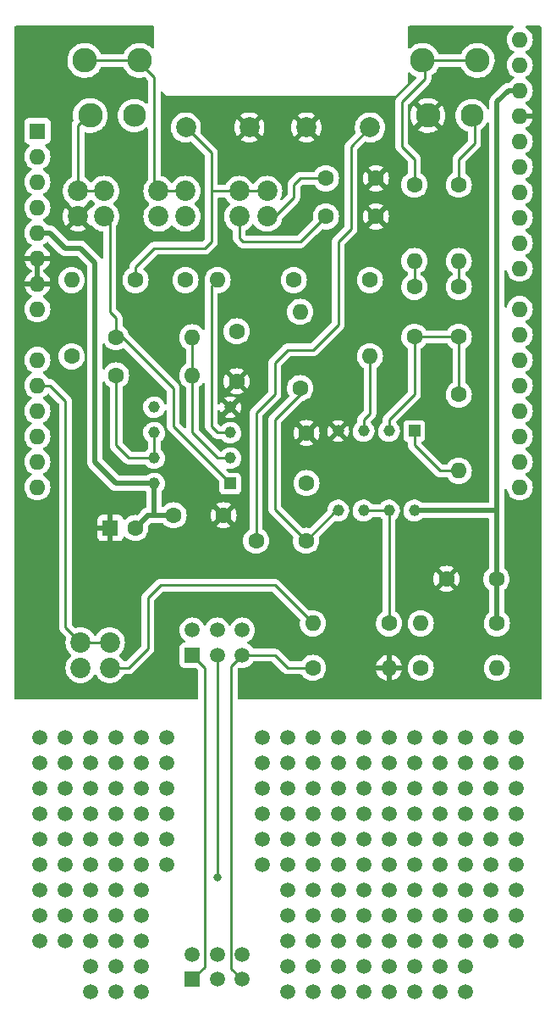
<source format=gbr>
G04 #@! TF.GenerationSoftware,KiCad,Pcbnew,(6.0.5)*
G04 #@! TF.CreationDate,2023-01-06T17:56:39+09:00*
G04 #@! TF.ProjectId,signalprocessing,7369676e-616c-4707-926f-63657373696e,rev?*
G04 #@! TF.SameCoordinates,Original*
G04 #@! TF.FileFunction,Copper,L1,Top*
G04 #@! TF.FilePolarity,Positive*
%FSLAX46Y46*%
G04 Gerber Fmt 4.6, Leading zero omitted, Abs format (unit mm)*
G04 Created by KiCad (PCBNEW (6.0.5)) date 2023-01-06 17:56:39*
%MOMM*%
%LPD*%
G01*
G04 APERTURE LIST*
G04 #@! TA.AperFunction,ComponentPad*
%ADD10C,2.000000*%
G04 #@! TD*
G04 #@! TA.AperFunction,ComponentPad*
%ADD11C,1.500000*%
G04 #@! TD*
G04 #@! TA.AperFunction,ComponentPad*
%ADD12C,1.600000*%
G04 #@! TD*
G04 #@! TA.AperFunction,ComponentPad*
%ADD13R,1.600000X1.600000*%
G04 #@! TD*
G04 #@! TA.AperFunction,ComponentPad*
%ADD14O,1.600000X1.600000*%
G04 #@! TD*
G04 #@! TA.AperFunction,ComponentPad*
%ADD15C,2.450000*%
G04 #@! TD*
G04 #@! TA.AperFunction,ComponentPad*
%ADD16C,2.300000*%
G04 #@! TD*
G04 #@! TA.AperFunction,ComponentPad*
%ADD17C,2.020000*%
G04 #@! TD*
G04 #@! TA.AperFunction,ComponentPad*
%ADD18R,1.500000X1.500000*%
G04 #@! TD*
G04 #@! TA.AperFunction,ComponentPad*
%ADD19R,1.160000X1.160000*%
G04 #@! TD*
G04 #@! TA.AperFunction,ComponentPad*
%ADD20C,1.160000*%
G04 #@! TD*
G04 #@! TA.AperFunction,ViaPad*
%ADD21C,0.800000*%
G04 #@! TD*
G04 #@! TA.AperFunction,Conductor*
%ADD22C,0.250000*%
G04 #@! TD*
G04 #@! TA.AperFunction,Conductor*
%ADD23C,0.500000*%
G04 #@! TD*
G04 APERTURE END LIST*
D10*
G04 #@! TO.P,TP4,1,1*
G04 #@! TO.N,GND*
X101600000Y-88265000D03*
G04 #@! TD*
D11*
G04 #@! TO.P,REF\u002A\u002A30,1*
G04 #@! TO.N,N/C*
X105410000Y-156845000D03*
G04 #@! TD*
D12*
G04 #@! TO.P,C10,1*
G04 #@! TO.N,GND*
X99020000Y-127000000D03*
G04 #@! TO.P,C10,2*
G04 #@! TO.N,+5V*
X94020000Y-127000000D03*
G04 #@! TD*
G04 #@! TO.P,C8,1*
G04 #@! TO.N,Net-(C8-Pad1)*
X90210000Y-103505000D03*
G04 #@! TO.P,C8,2*
G04 #@! TO.N,Net-(C8-Pad2)*
X95210000Y-103505000D03*
G04 #@! TD*
D11*
G04 #@! TO.P,REF\u002A\u002A82,1*
G04 #@! TO.N,N/C*
X110490000Y-169545000D03*
G04 #@! TD*
G04 #@! TO.P,REF\u002A\u002A86,1*
G04 #@! TO.N,N/C*
X120650000Y-169545000D03*
G04 #@! TD*
G04 #@! TO.P,REF\u002A\u002A30,1*
G04 #@! TO.N,N/C*
X102870000Y-156845000D03*
G04 #@! TD*
G04 #@! TO.P,REF\u002A\u002A39,1*
G04 #@! TO.N,N/C*
X128270000Y-156845000D03*
G04 #@! TD*
G04 #@! TO.P,REF\u002A\u002A24,1*
G04 #@! TO.N,N/C*
X115570000Y-154305000D03*
G04 #@! TD*
G04 #@! TO.P,REF\u002A\u002A69,1*
G04 #@! TO.N,N/C*
X128270000Y-164465000D03*
G04 #@! TD*
G04 #@! TO.P,REF\u002A\u002A49,1*
G04 #@! TO.N,N/C*
X128270000Y-159385000D03*
G04 #@! TD*
G04 #@! TO.P,REF\u002A\u002A62,1*
G04 #@! TO.N,N/C*
X110490000Y-164465000D03*
G04 #@! TD*
D10*
G04 #@! TO.P,TP1,1,1*
G04 #@! TO.N,Net-(C1-Pad2)*
X113665000Y-88265000D03*
G04 #@! TD*
D13*
G04 #@! TO.P,U1,1*
G04 #@! TO.N,N/C*
X80395000Y-88625000D03*
D14*
G04 #@! TO.P,U1,2,IOREF*
G04 #@! TO.N,unconnected-(U1-Pad2)*
X80395000Y-91165000D03*
G04 #@! TO.P,U1,3,~{RESET}*
G04 #@! TO.N,unconnected-(U1-Pad3)*
X80395000Y-93705000D03*
G04 #@! TO.P,U1,4,+3V3*
G04 #@! TO.N,unconnected-(U1-Pad4)*
X80395000Y-96245000D03*
G04 #@! TO.P,U1,5,+5V*
G04 #@! TO.N,+5V*
X80395000Y-98785000D03*
G04 #@! TO.P,U1,6,GND*
G04 #@! TO.N,GND*
X80395000Y-101325000D03*
G04 #@! TO.P,U1,7,GND*
X80395000Y-103865000D03*
G04 #@! TO.P,U1,8,VIN*
G04 #@! TO.N,unconnected-(U1-Pad8)*
X80395000Y-106405000D03*
G04 #@! TO.P,U1,9*
G04 #@! TO.N,N/C*
X80395000Y-111485000D03*
G04 #@! TO.P,U1,10,PA1(A1)*
G04 #@! TO.N,Net-(JP1-Pad2)*
X80395000Y-114025000D03*
G04 #@! TO.P,U1,11,PA4(A2)*
G04 #@! TO.N,Net-(R10-Pad1)*
X80395000Y-116565000D03*
G04 #@! TO.P,U1,12*
G04 #@! TO.N,N/C*
X80395000Y-119105000D03*
G04 #@! TO.P,U1,13*
X80395000Y-121645000D03*
G04 #@! TO.P,U1,14*
X80395000Y-124185000D03*
G04 #@! TO.P,U1,15*
X128655000Y-124185000D03*
G04 #@! TO.P,U1,16*
X128655000Y-121645000D03*
G04 #@! TO.P,U1,17*
X128655000Y-119105000D03*
G04 #@! TO.P,U1,18*
X128655000Y-116565000D03*
G04 #@! TO.P,U1,19*
X128655000Y-114025000D03*
G04 #@! TO.P,U1,20*
X128655000Y-111485000D03*
G04 #@! TO.P,U1,21*
X128655000Y-108945000D03*
G04 #@! TO.P,U1,22*
X128655000Y-106405000D03*
G04 #@! TO.P,U1,23*
X128655000Y-102345000D03*
G04 #@! TO.P,U1,24*
X128655000Y-99805000D03*
G04 #@! TO.P,U1,25*
X128655000Y-97265000D03*
G04 #@! TO.P,U1,26*
X128655000Y-94725000D03*
G04 #@! TO.P,U1,27*
X128655000Y-92185000D03*
G04 #@! TO.P,U1,28*
X128655000Y-89645000D03*
G04 #@! TO.P,U1,29,GND*
G04 #@! TO.N,GND*
X128655000Y-87105000D03*
G04 #@! TO.P,U1,30,AVDD*
G04 #@! TO.N,VDDA*
X128655000Y-84565000D03*
G04 #@! TO.P,U1,31*
G04 #@! TO.N,N/C*
X128655000Y-82025000D03*
G04 #@! TO.P,U1,32*
X128655000Y-79485000D03*
G04 #@! TD*
D11*
G04 #@! TO.P,REF\u002A\u002A26,1*
G04 #@! TO.N,N/C*
X120650000Y-154305000D03*
G04 #@! TD*
D12*
G04 #@! TO.P,R12,1*
G04 #@! TO.N,Net-(IC2-Pad1)*
X88265000Y-109220000D03*
D14*
G04 #@! TO.P,R12,2*
G04 #@! TO.N,Net-(IC2-Pad2)*
X95885000Y-109220000D03*
G04 #@! TD*
D11*
G04 #@! TO.P,REF\u002A\u002A8,1*
G04 #@! TO.N,N/C*
X125730000Y-149225000D03*
G04 #@! TD*
D12*
G04 #@! TO.P,R10,1*
G04 #@! TO.N,Net-(R10-Pad1)*
X83820000Y-111125000D03*
D14*
G04 #@! TO.P,R10,2*
G04 #@! TO.N,Net-(C8-Pad1)*
X83820000Y-103505000D03*
G04 #@! TD*
D12*
G04 #@! TO.P,R1,1*
G04 #@! TO.N,Net-(C1-Pad1)*
X106680000Y-114300000D03*
D14*
G04 #@! TO.P,R1,2*
G04 #@! TO.N,Net-(C4-Pad2)*
X106680000Y-106680000D03*
G04 #@! TD*
D13*
G04 #@! TO.P,C11,1*
G04 #@! TO.N,GND*
X87694888Y-128270000D03*
D12*
G04 #@! TO.P,C11,2*
G04 #@! TO.N,+5V*
X90194888Y-128270000D03*
G04 #@! TD*
D15*
G04 #@! TO.P,J1,1,GND*
G04 #@! TO.N,GND*
X119466000Y-87067500D03*
G04 #@! TO.P,J1,2,L*
G04 #@! TO.N,Net-(J1-Pad2)*
X118916000Y-81567500D03*
G04 #@! TO.P,J1,3,L*
X124416000Y-81567500D03*
D16*
G04 #@! TO.P,J1,4,R*
G04 #@! TO.N,Net-(J1-Pad4)*
X123866000Y-87067500D03*
G04 #@! TD*
D11*
G04 #@! TO.P,REF\u002A\u002A57,1*
G04 #@! TO.N,N/C*
X123190000Y-161925000D03*
G04 #@! TD*
G04 #@! TO.P,REF\u002A\u002A104,1*
G04 #@! TO.N,N/C*
X115570000Y-174625000D03*
G04 #@! TD*
G04 #@! TO.P,REF\u002A\u002A105,1*
G04 #@! TO.N,N/C*
X118110000Y-174625000D03*
G04 #@! TD*
D12*
G04 #@! TO.P,R3,1*
G04 #@! TO.N,Net-(J1-Pad2)*
X118110000Y-93980000D03*
D14*
G04 #@! TO.P,R3,2*
G04 #@! TO.N,Net-(C2-Pad1)*
X118110000Y-101600000D03*
G04 #@! TD*
D11*
G04 #@! TO.P,REF\u002A\u002A85,1*
G04 #@! TO.N,N/C*
X118110000Y-169545000D03*
G04 #@! TD*
G04 #@! TO.P,REF\u002A\u002A56,1*
G04 #@! TO.N,N/C*
X120650000Y-161925000D03*
G04 #@! TD*
G04 #@! TO.P,REF\u002A\u002A61,1*
G04 #@! TO.N,N/C*
X107950000Y-164465000D03*
G04 #@! TD*
G04 #@! TO.P,REF\u002A\u002A46,1*
G04 #@! TO.N,N/C*
X88265000Y-159385000D03*
G04 #@! TD*
G04 #@! TO.P,REF\u002A\u002A1,1*
G04 #@! TO.N,N/C*
X107950000Y-149225000D03*
G04 #@! TD*
G04 #@! TO.P,REF\u002A\u002A97,1*
G04 #@! TO.N,N/C*
X90805000Y-172085000D03*
G04 #@! TD*
G04 #@! TO.P,REF\u002A\u002A96,1*
G04 #@! TO.N,N/C*
X88265000Y-172085000D03*
G04 #@! TD*
D12*
G04 #@! TO.P,C1,1*
G04 #@! TO.N,Net-(C1-Pad1)*
X107275000Y-129540000D03*
G04 #@! TO.P,C1,2*
G04 #@! TO.N,Net-(C1-Pad2)*
X102275000Y-129540000D03*
G04 #@! TD*
D11*
G04 #@! TO.P,REF\u002A\u002A5,1*
G04 #@! TO.N,N/C*
X85725000Y-149225000D03*
G04 #@! TD*
G04 #@! TO.P,REF\u002A\u002A34,1*
G04 #@! TO.N,N/C*
X115570000Y-156845000D03*
G04 #@! TD*
G04 #@! TO.P,REF\u002A\u002A84,1*
G04 #@! TO.N,N/C*
X115570000Y-169545000D03*
G04 #@! TD*
G04 #@! TO.P,REF\u002A\u002A51,1*
G04 #@! TO.N,N/C*
X107950000Y-161925000D03*
G04 #@! TD*
D17*
G04 #@! TO.P,JP2,1*
G04 #@! TO.N,Net-(C6-Pad1)*
X100585000Y-97155000D03*
G04 #@! TO.P,JP2,2*
G04 #@! TO.N,Net-(C8-Pad1)*
X100585000Y-94615000D03*
G04 #@! TD*
D11*
G04 #@! TO.P,REF\u002A\u002A37,1*
G04 #@! TO.N,N/C*
X90805000Y-156845000D03*
G04 #@! TD*
G04 #@! TO.P,REF\u002A\u002A45,1*
G04 #@! TO.N,N/C*
X118110000Y-159385000D03*
G04 #@! TD*
G04 #@! TO.P,REF\u002A\u002A74,1*
G04 #@! TO.N,N/C*
X83185000Y-167005000D03*
G04 #@! TD*
G04 #@! TO.P,REF\u002A\u002A102,1*
G04 #@! TO.N,N/C*
X110490000Y-174625000D03*
G04 #@! TD*
G04 #@! TO.P,REF\u002A\u002A73,1*
G04 #@! TO.N,N/C*
X80645000Y-167005000D03*
G04 #@! TD*
G04 #@! TO.P,REF\u002A\u002A17,1*
G04 #@! TO.N,N/C*
X123190000Y-151765000D03*
G04 #@! TD*
G04 #@! TO.P,REF\u002A\u002A93,1*
G04 #@! TO.N,N/C*
X113030000Y-172085000D03*
G04 #@! TD*
G04 #@! TO.P,REF\u002A\u002A50,1*
G04 #@! TO.N,N/C*
X105410000Y-161925000D03*
G04 #@! TD*
G04 #@! TO.P,REF\u002A\u002A77,1*
G04 #@! TO.N,N/C*
X123190000Y-167005000D03*
G04 #@! TD*
G04 #@! TO.P,REF\u002A\u002A95,1*
G04 #@! TO.N,N/C*
X85725000Y-172085000D03*
G04 #@! TD*
G04 #@! TO.P,REF\u002A\u002A107,1*
G04 #@! TO.N,N/C*
X123190000Y-174625000D03*
G04 #@! TD*
G04 #@! TO.P,REF\u002A\u002A6,1*
G04 #@! TO.N,N/C*
X88265000Y-149225000D03*
G04 #@! TD*
D12*
G04 #@! TO.P,R9,1*
G04 #@! TO.N,Net-(IC1-Pad6)*
X115570000Y-137795000D03*
D14*
G04 #@! TO.P,R9,2*
G04 #@! TO.N,Net-(JP1-Pad1)*
X107950000Y-137795000D03*
G04 #@! TD*
D11*
G04 #@! TO.P,REF\u002A\u002A15,1*
G04 #@! TO.N,N/C*
X85725000Y-151765000D03*
G04 #@! TD*
G04 #@! TO.P,REF\u002A\u002A3,1*
G04 #@! TO.N,N/C*
X80645000Y-149225000D03*
G04 #@! TD*
G04 #@! TO.P,REF\u002A\u002A106,1*
G04 #@! TO.N,N/C*
X88265000Y-174625000D03*
G04 #@! TD*
G04 #@! TO.P,REF\u002A\u002A92,1*
G04 #@! TO.N,N/C*
X110490000Y-172085000D03*
G04 #@! TD*
G04 #@! TO.P,REF\u002A\u002A33,1*
G04 #@! TO.N,N/C*
X113030000Y-156845000D03*
G04 #@! TD*
G04 #@! TO.P,REF\u002A\u002A55,1*
G04 #@! TO.N,N/C*
X118110000Y-161925000D03*
G04 #@! TD*
G04 #@! TO.P,REF\u002A\u002A48,1*
G04 #@! TO.N,N/C*
X125730000Y-159385000D03*
G04 #@! TD*
G04 #@! TO.P,REF\u002A\u002A38,1*
G04 #@! TO.N,N/C*
X125730000Y-156845000D03*
G04 #@! TD*
G04 #@! TO.P,REF\u002A\u002A74,1*
G04 #@! TO.N,N/C*
X115570000Y-167005000D03*
G04 #@! TD*
D10*
G04 #@! TO.P,TP3,1,1*
G04 #@! TO.N,Net-(C8-Pad1)*
X95250000Y-88265000D03*
G04 #@! TD*
D11*
G04 #@! TO.P,REF\u002A\u002A57,1*
G04 #@! TO.N,N/C*
X90805000Y-161925000D03*
G04 #@! TD*
G04 #@! TO.P,REF\u002A\u002A27,1*
G04 #@! TO.N,N/C*
X123190000Y-154305000D03*
G04 #@! TD*
G04 #@! TO.P,REF\u002A\u002A19,1*
G04 #@! TO.N,N/C*
X128270000Y-151765000D03*
G04 #@! TD*
G04 #@! TO.P,REF\u002A\u002A28,1*
G04 #@! TO.N,N/C*
X125730000Y-154305000D03*
G04 #@! TD*
G04 #@! TO.P,REF\u002A\u002A42,1*
G04 #@! TO.N,N/C*
X110490000Y-159385000D03*
G04 #@! TD*
G04 #@! TO.P,REF\u002A\u002A91,1*
G04 #@! TO.N,N/C*
X107950000Y-172085000D03*
G04 #@! TD*
G04 #@! TO.P,REF\u002A\u002A55,1*
G04 #@! TO.N,N/C*
X85725000Y-161925000D03*
G04 #@! TD*
G04 #@! TO.P,REF\u002A\u002A35,1*
G04 #@! TO.N,N/C*
X118110000Y-156845000D03*
G04 #@! TD*
G04 #@! TO.P,REF\u002A\u002A73,1*
G04 #@! TO.N,N/C*
X113030000Y-167005000D03*
G04 #@! TD*
D12*
G04 #@! TO.P,C7,1*
G04 #@! TO.N,Net-(C7-Pad1)*
X109260000Y-93345000D03*
G04 #@! TO.P,C7,2*
G04 #@! TO.N,GND*
X114260000Y-93345000D03*
G04 #@! TD*
D11*
G04 #@! TO.P,REF\u002A\u002A97,1*
G04 #@! TO.N,N/C*
X123190000Y-172085000D03*
G04 #@! TD*
D15*
G04 #@! TO.P,J2,1,GND*
G04 #@! TO.N,Net-(JP4-Pad2)*
X85684000Y-87067500D03*
G04 #@! TO.P,J2,2,L*
G04 #@! TO.N,Net-(JP13-Pad1)*
X85134000Y-81567500D03*
G04 #@! TO.P,J2,3,L*
X90634000Y-81567500D03*
D16*
G04 #@! TO.P,J2,4,R*
G04 #@! TO.N,unconnected-(J2-Pad4)*
X90084000Y-87067500D03*
G04 #@! TD*
D12*
G04 #@! TO.P,R6,1*
G04 #@! TO.N,Net-(JP11-Pad2)*
X118745000Y-142240000D03*
D14*
G04 #@! TO.P,R6,2*
G04 #@! TO.N,Net-(IC1-Pad1)*
X126365000Y-142240000D03*
G04 #@! TD*
D11*
G04 #@! TO.P,REF\u002A\u002A79,1*
G04 #@! TO.N,N/C*
X128270000Y-167005000D03*
G04 #@! TD*
G04 #@! TO.P,REF\u002A\u002A20,1*
G04 #@! TO.N,N/C*
X105410000Y-154305000D03*
G04 #@! TD*
D17*
G04 #@! TO.P,JP3,1*
G04 #@! TO.N,Net-(C8-Pad2)*
X95195000Y-97152500D03*
G04 #@! TO.P,JP3,2*
G04 #@! TO.N,Net-(JP13-Pad1)*
X95195000Y-94612500D03*
G04 #@! TD*
D11*
G04 #@! TO.P,REF\u002A\u002A70,1*
G04 #@! TO.N,N/C*
X105410000Y-167005000D03*
G04 #@! TD*
G04 #@! TO.P,REF\u002A\u002A34,1*
G04 #@! TO.N,N/C*
X83185000Y-156845000D03*
G04 #@! TD*
G04 #@! TO.P,REF\u002A\u002A50,1*
G04 #@! TO.N,N/C*
X93345000Y-161925000D03*
G04 #@! TD*
G04 #@! TO.P,REF\u002A\u002A76,1*
G04 #@! TO.N,N/C*
X120650000Y-167005000D03*
G04 #@! TD*
G04 #@! TO.P,REF\u002A\u002A6,1*
G04 #@! TO.N,N/C*
X120650000Y-149225000D03*
G04 #@! TD*
G04 #@! TO.P,REF\u002A\u002A25,1*
G04 #@! TO.N,N/C*
X118110000Y-154305000D03*
G04 #@! TD*
G04 #@! TO.P,REF\u002A\u002A40,1*
G04 #@! TO.N,N/C*
X102870000Y-159385000D03*
G04 #@! TD*
D17*
G04 #@! TO.P,JP1,1*
G04 #@! TO.N,Net-(JP1-Pad1)*
X87630000Y-142240000D03*
G04 #@! TO.P,JP1,2*
G04 #@! TO.N,Net-(JP1-Pad2)*
X87630000Y-139700000D03*
G04 #@! TD*
D11*
G04 #@! TO.P,REF\u002A\u002A36,1*
G04 #@! TO.N,N/C*
X120650000Y-156845000D03*
G04 #@! TD*
G04 #@! TO.P,REF\u002A\u002A44,1*
G04 #@! TO.N,N/C*
X83185000Y-159385000D03*
G04 #@! TD*
G04 #@! TO.P,REF\u002A\u002A24,1*
G04 #@! TO.N,N/C*
X83185000Y-154305000D03*
G04 #@! TD*
G04 #@! TO.P,REF\u002A\u002A88,1*
G04 #@! TO.N,N/C*
X125730000Y-169545000D03*
G04 #@! TD*
G04 #@! TO.P,REF\u002A\u002A31,1*
G04 #@! TO.N,N/C*
X107950000Y-156845000D03*
G04 #@! TD*
G04 #@! TO.P,REF\u002A\u002A87,1*
G04 #@! TO.N,N/C*
X123190000Y-169545000D03*
G04 #@! TD*
G04 #@! TO.P,REF\u002A\u002A4,1*
G04 #@! TO.N,N/C*
X83185000Y-149225000D03*
G04 #@! TD*
D12*
G04 #@! TO.P,R7,1*
G04 #@! TO.N,VDDA*
X126365000Y-137795000D03*
D14*
G04 #@! TO.P,R7,2*
G04 #@! TO.N,Net-(C4-Pad2)*
X118745000Y-137795000D03*
G04 #@! TD*
D11*
G04 #@! TO.P,REF\u002A\u002A18,1*
G04 #@! TO.N,N/C*
X125730000Y-151765000D03*
G04 #@! TD*
G04 #@! TO.P,REF\u002A\u002A11,1*
G04 #@! TO.N,N/C*
X107950000Y-151765000D03*
G04 #@! TD*
G04 #@! TO.P,REF\u002A\u002A7,1*
G04 #@! TO.N,N/C*
X123190000Y-149225000D03*
G04 #@! TD*
G04 #@! TO.P,REF\u002A\u002A26,1*
G04 #@! TO.N,N/C*
X88265000Y-154305000D03*
G04 #@! TD*
G04 #@! TO.P,REF\u002A\u002A16,1*
G04 #@! TO.N,N/C*
X88265000Y-151765000D03*
G04 #@! TD*
G04 #@! TO.P,REF\u002A\u002A50,1*
G04 #@! TO.N,N/C*
X102870000Y-161925000D03*
G04 #@! TD*
G04 #@! TO.P,REF\u002A\u002A,1*
G04 #@! TO.N,N/C*
X102870000Y-149225000D03*
G04 #@! TD*
G04 #@! TO.P,REF\u002A\u002A40,1*
G04 #@! TO.N,N/C*
X93345000Y-159385000D03*
G04 #@! TD*
D12*
G04 #@! TO.P,R8,1*
G04 #@! TO.N,Net-(C4-Pad2)*
X107950000Y-142240000D03*
D14*
G04 #@! TO.P,R8,2*
G04 #@! TO.N,GND*
X115570000Y-142240000D03*
G04 #@! TD*
D11*
G04 #@! TO.P,REF\u002A\u002A40,1*
G04 #@! TO.N,N/C*
X105410000Y-159385000D03*
G04 #@! TD*
D12*
G04 #@! TO.P,R13,1*
G04 #@! TO.N,Net-(IC2-Pad6)*
X88265000Y-113030000D03*
D14*
G04 #@! TO.P,R13,2*
G04 #@! TO.N,Net-(IC2-Pad2)*
X95885000Y-113030000D03*
G04 #@! TD*
D11*
G04 #@! TO.P,REF\u002A\u002A46,1*
G04 #@! TO.N,N/C*
X120650000Y-159385000D03*
G04 #@! TD*
D12*
G04 #@! TO.P,R11,1*
G04 #@! TO.N,Net-(C4-Pad2)*
X106045000Y-103505000D03*
D14*
G04 #@! TO.P,R11,2*
G04 #@! TO.N,Net-(IC2-Pad3)*
X98425000Y-103505000D03*
G04 #@! TD*
D11*
G04 #@! TO.P,REF\u002A\u002A94,1*
G04 #@! TO.N,N/C*
X115570000Y-172085000D03*
G04 #@! TD*
G04 #@! TO.P,REF\u002A\u002A95,1*
G04 #@! TO.N,N/C*
X118110000Y-172085000D03*
G04 #@! TD*
G04 #@! TO.P,REF\u002A\u002A15,1*
G04 #@! TO.N,N/C*
X118110000Y-151765000D03*
G04 #@! TD*
G04 #@! TO.P,REF\u002A\u002A47,1*
G04 #@! TO.N,N/C*
X90805000Y-159385000D03*
G04 #@! TD*
G04 #@! TO.P,REF\u002A\u002A43,1*
G04 #@! TO.N,N/C*
X80645000Y-159385000D03*
G04 #@! TD*
G04 #@! TO.P,REF\u002A\u002A14,1*
G04 #@! TO.N,N/C*
X83185000Y-151765000D03*
G04 #@! TD*
G04 #@! TO.P,REF\u002A\u002A53,1*
G04 #@! TO.N,N/C*
X113030000Y-161925000D03*
G04 #@! TD*
G04 #@! TO.P,REF\u002A\u002A21,1*
G04 #@! TO.N,N/C*
X107950000Y-154305000D03*
G04 #@! TD*
D17*
G04 #@! TO.P,JP11,1*
G04 #@! TO.N,Net-(JP1-Pad2)*
X84723500Y-139700000D03*
G04 #@! TO.P,JP11,2*
G04 #@! TO.N,Net-(JP11-Pad2)*
X84723500Y-142240000D03*
G04 #@! TD*
D11*
G04 #@! TO.P,REF\u002A\u002A77,1*
G04 #@! TO.N,N/C*
X90805000Y-167005000D03*
G04 #@! TD*
G04 #@! TO.P,REF\u002A\u002A64,1*
G04 #@! TO.N,N/C*
X115570000Y-164465000D03*
G04 #@! TD*
G04 #@! TO.P,REF\u002A\u002A58,1*
G04 #@! TO.N,N/C*
X125730000Y-161925000D03*
G04 #@! TD*
G04 #@! TO.P,REF\u002A\u002A37,1*
G04 #@! TO.N,N/C*
X123190000Y-156845000D03*
G04 #@! TD*
G04 #@! TO.P,REF\u002A\u002A80,1*
G04 #@! TO.N,N/C*
X105410000Y-169545000D03*
G04 #@! TD*
G04 #@! TO.P,REF\u002A\u002A29,1*
G04 #@! TO.N,N/C*
X128270000Y-154305000D03*
G04 #@! TD*
G04 #@! TO.P,REF\u002A\u002A44,1*
G04 #@! TO.N,N/C*
X115570000Y-159385000D03*
G04 #@! TD*
G04 #@! TO.P,REF\u002A\u002A90,1*
G04 #@! TO.N,N/C*
X105410000Y-172085000D03*
G04 #@! TD*
G04 #@! TO.P,REF\u002A\u002A65,1*
G04 #@! TO.N,N/C*
X118110000Y-164465000D03*
G04 #@! TD*
G04 #@! TO.P,REF\u002A\u002A10,1*
G04 #@! TO.N,N/C*
X102870000Y-151765000D03*
G04 #@! TD*
D17*
G04 #@! TO.P,JP12,1*
G04 #@! TO.N,Net-(C7-Pad1)*
X103374000Y-97155000D03*
G04 #@! TO.P,JP12,2*
G04 #@! TO.N,Net-(C8-Pad1)*
X103374000Y-94615000D03*
G04 #@! TD*
D11*
G04 #@! TO.P,REF\u002A\u002A13,1*
G04 #@! TO.N,N/C*
X113030000Y-151765000D03*
G04 #@! TD*
G04 #@! TO.P,REF\u002A\u002A75,1*
G04 #@! TO.N,N/C*
X118110000Y-167005000D03*
G04 #@! TD*
G04 #@! TO.P,REF\u002A\u002A67,1*
G04 #@! TO.N,N/C*
X123190000Y-164465000D03*
G04 #@! TD*
G04 #@! TO.P,REF\u002A\u002A84,1*
G04 #@! TO.N,N/C*
X83185000Y-169545000D03*
G04 #@! TD*
G04 #@! TO.P,REF\u002A\u002A59,1*
G04 #@! TO.N,N/C*
X128270000Y-161925000D03*
G04 #@! TD*
G04 #@! TO.P,REF\u002A\u002A100,1*
G04 #@! TO.N,N/C*
X105410000Y-174625000D03*
G04 #@! TD*
G04 #@! TO.P,REF\u002A\u002A14,1*
G04 #@! TO.N,N/C*
X115570000Y-151765000D03*
G04 #@! TD*
G04 #@! TO.P,REF\u002A\u002A107,1*
G04 #@! TO.N,N/C*
X90805000Y-174625000D03*
G04 #@! TD*
G04 #@! TO.P,REF\u002A\u002A4,1*
G04 #@! TO.N,N/C*
X115570000Y-149225000D03*
G04 #@! TD*
G04 #@! TO.P,REF\u002A\u002A54,1*
G04 #@! TO.N,N/C*
X115570000Y-161925000D03*
G04 #@! TD*
G04 #@! TO.P,REF\u002A\u002A36,1*
G04 #@! TO.N,N/C*
X88265000Y-156845000D03*
G04 #@! TD*
G04 #@! TO.P,REF\u002A\u002A63,1*
G04 #@! TO.N,N/C*
X80645000Y-164465000D03*
G04 #@! TD*
G04 #@! TO.P,REF\u002A\u002A52,1*
G04 #@! TO.N,N/C*
X110490000Y-161925000D03*
G04 #@! TD*
G04 #@! TO.P,REF\u002A\u002A45,1*
G04 #@! TO.N,N/C*
X85725000Y-159385000D03*
G04 #@! TD*
G04 #@! TO.P,REF\u002A\u002A65,1*
G04 #@! TO.N,N/C*
X85725000Y-164465000D03*
G04 #@! TD*
G04 #@! TO.P,REF\u002A\u002A47,1*
G04 #@! TO.N,N/C*
X123190000Y-159385000D03*
G04 #@! TD*
D12*
G04 #@! TO.P,C6,1*
G04 #@! TO.N,Net-(C6-Pad1)*
X109260000Y-97155000D03*
G04 #@! TO.P,C6,2*
G04 #@! TO.N,GND*
X114260000Y-97155000D03*
G04 #@! TD*
D10*
G04 #@! TO.P,TP2,1,1*
G04 #@! TO.N,GND*
X107315000Y-88265000D03*
G04 #@! TD*
D12*
G04 #@! TO.P,C3,1*
G04 #@! TO.N,Net-(C3-Pad1)*
X122555000Y-104180000D03*
G04 #@! TO.P,C3,2*
G04 #@! TO.N,Net-(C2-Pad2)*
X122555000Y-109180000D03*
G04 #@! TD*
D11*
G04 #@! TO.P,REF\u002A\u002A53,1*
G04 #@! TO.N,N/C*
X80645000Y-161925000D03*
G04 #@! TD*
G04 #@! TO.P,REF\u002A\u002A23,1*
G04 #@! TO.N,N/C*
X80645000Y-154305000D03*
G04 #@! TD*
D18*
G04 #@! TO.P,RV1,R1*
G04 #@! TO.N,Net-(C8-Pad2)*
X95885000Y-173355000D03*
D11*
G04 #@! TO.P,RV1,R12,2*
G04 #@! TO.N,Net-(IC2-Pad5)*
X98385000Y-173355000D03*
G04 #@! TO.P,RV1,R13,3*
G04 #@! TO.N,Net-(C4-Pad2)*
X100885000Y-173355000D03*
G04 #@! TO.P,RV1,R21*
G04 #@! TO.N,N/C*
X95885000Y-170855000D03*
G04 #@! TO.P,RV1,R22*
X98385000Y-170855000D03*
G04 #@! TO.P,RV1,R23*
X100885000Y-170855000D03*
G04 #@! TD*
G04 #@! TO.P,REF\u002A\u002A16,1*
G04 #@! TO.N,N/C*
X120650000Y-151765000D03*
G04 #@! TD*
G04 #@! TO.P,REF\u002A\u002A63,1*
G04 #@! TO.N,N/C*
X113030000Y-164465000D03*
G04 #@! TD*
G04 #@! TO.P,REF\u002A\u002A87,1*
G04 #@! TO.N,N/C*
X90805000Y-169545000D03*
G04 #@! TD*
G04 #@! TO.P,REF\u002A\u002A27,1*
G04 #@! TO.N,N/C*
X90805000Y-154305000D03*
G04 #@! TD*
G04 #@! TO.P,REF\u002A\u002A20,1*
G04 #@! TO.N,N/C*
X102870000Y-154305000D03*
G04 #@! TD*
G04 #@! TO.P,REF\u002A\u002A60,1*
G04 #@! TO.N,N/C*
X105410000Y-164465000D03*
G04 #@! TD*
G04 #@! TO.P,REF\u002A\u002A12,1*
G04 #@! TO.N,N/C*
X110490000Y-151765000D03*
G04 #@! TD*
G04 #@! TO.P,REF\u002A\u002A66,1*
G04 #@! TO.N,N/C*
X88265000Y-164465000D03*
G04 #@! TD*
G04 #@! TO.P,REF\u002A\u002A10,1*
G04 #@! TO.N,N/C*
X105410000Y-151765000D03*
G04 #@! TD*
G04 #@! TO.P,REF\u002A\u002A81,1*
G04 #@! TO.N,N/C*
X107950000Y-169545000D03*
G04 #@! TD*
G04 #@! TO.P,REF\u002A\u002A5,1*
G04 #@! TO.N,N/C*
X118110000Y-149225000D03*
G04 #@! TD*
D12*
G04 #@! TO.P,C9,1*
G04 #@! TO.N,GND*
X100330000Y-113625000D03*
G04 #@! TO.P,C9,2*
G04 #@! TO.N,Net-(C4-Pad2)*
X100330000Y-108625000D03*
G04 #@! TD*
D11*
G04 #@! TO.P,REF\u002A\u002A66,1*
G04 #@! TO.N,N/C*
X120650000Y-164465000D03*
G04 #@! TD*
G04 #@! TO.P,REF\u002A\u002A13,1*
G04 #@! TO.N,N/C*
X80645000Y-151765000D03*
G04 #@! TD*
G04 #@! TO.P,REF\u002A\u002A17,1*
G04 #@! TO.N,N/C*
X90805000Y-151765000D03*
G04 #@! TD*
G04 #@! TO.P,REF\u002A\u002A20,1*
G04 #@! TO.N,N/C*
X93345000Y-154305000D03*
G04 #@! TD*
G04 #@! TO.P,REF\u002A\u002A23,1*
G04 #@! TO.N,N/C*
X113030000Y-154305000D03*
G04 #@! TD*
D19*
G04 #@! TO.P,IC2,1,OUTPUT_A*
G04 #@! TO.N,Net-(IC2-Pad1)*
X99695000Y-123825000D03*
D20*
G04 #@! TO.P,IC2,2,-INPUT_A*
G04 #@! TO.N,Net-(IC2-Pad2)*
X99695000Y-121285000D03*
G04 #@! TO.P,IC2,3,+INPUT_A*
G04 #@! TO.N,Net-(IC2-Pad3)*
X99695000Y-118745000D03*
G04 #@! TO.P,IC2,4,VSS_(V-)*
G04 #@! TO.N,GND*
X99695000Y-116205000D03*
G04 #@! TO.P,IC2,5,+INPUT_B*
G04 #@! TO.N,Net-(IC2-Pad5)*
X92075000Y-116205000D03*
G04 #@! TO.P,IC2,6,-INPUT_B*
G04 #@! TO.N,Net-(IC2-Pad6)*
X92075000Y-118745000D03*
G04 #@! TO.P,IC2,7,OUTPUT_B*
X92075000Y-121285000D03*
G04 #@! TO.P,IC2,8,VDD_(V+)*
G04 #@! TO.N,+5V*
X92075000Y-123825000D03*
G04 #@! TD*
D11*
G04 #@! TO.P,REF\u002A\u002A83,1*
G04 #@! TO.N,N/C*
X80645000Y-169545000D03*
G04 #@! TD*
D12*
G04 #@! TO.P,R2,1*
G04 #@! TO.N,Net-(C4-Pad2)*
X113665000Y-103505000D03*
D14*
G04 #@! TO.P,R2,2*
G04 #@! TO.N,Net-(IC1-Pad3)*
X113665000Y-111125000D03*
G04 #@! TD*
D12*
G04 #@! TO.P,C4,1*
G04 #@! TO.N,GND*
X107315000Y-118785000D03*
G04 #@! TO.P,C4,2*
G04 #@! TO.N,Net-(C4-Pad2)*
X107315000Y-123785000D03*
G04 #@! TD*
D11*
G04 #@! TO.P,REF\u002A\u002A85,1*
G04 #@! TO.N,N/C*
X85725000Y-169545000D03*
G04 #@! TD*
G04 #@! TO.P,REF\u002A\u002A68,1*
G04 #@! TO.N,N/C*
X125730000Y-164465000D03*
G04 #@! TD*
G04 #@! TO.P,REF\u002A\u002A67,1*
G04 #@! TO.N,N/C*
X90805000Y-164465000D03*
G04 #@! TD*
G04 #@! TO.P,REF\u002A\u002A30,1*
G04 #@! TO.N,N/C*
X93345000Y-156845000D03*
G04 #@! TD*
G04 #@! TO.P,REF\u002A\u002A22,1*
G04 #@! TO.N,N/C*
X110490000Y-154305000D03*
G04 #@! TD*
G04 #@! TO.P,REF\u002A\u002A3,1*
G04 #@! TO.N,N/C*
X113030000Y-149225000D03*
G04 #@! TD*
G04 #@! TO.P,REF\u002A\u002A25,1*
G04 #@! TO.N,N/C*
X85725000Y-154305000D03*
G04 #@! TD*
G04 #@! TO.P,REF\u002A\u002A54,1*
G04 #@! TO.N,N/C*
X83185000Y-161925000D03*
G04 #@! TD*
D12*
G04 #@! TO.P,C5,1*
G04 #@! TO.N,GND*
X121325000Y-133350000D03*
G04 #@! TO.P,C5,2*
G04 #@! TO.N,VDDA*
X126325000Y-133350000D03*
G04 #@! TD*
D11*
G04 #@! TO.P,REF\u002A\u002A89,1*
G04 #@! TO.N,N/C*
X128270000Y-169545000D03*
G04 #@! TD*
G04 #@! TO.P,REF\u002A\u002A2,1*
G04 #@! TO.N,N/C*
X110490000Y-149225000D03*
G04 #@! TD*
D17*
G04 #@! TO.P,JP14,1*
G04 #@! TO.N,Net-(JP4-Pad2)*
X84455000Y-94615000D03*
G04 #@! TO.P,JP14,2*
G04 #@! TO.N,GND*
X84455000Y-97155000D03*
G04 #@! TD*
D11*
G04 #@! TO.P,REF\u002A\u002A76,1*
G04 #@! TO.N,N/C*
X88265000Y-167005000D03*
G04 #@! TD*
G04 #@! TO.P,REF\u002A\u002A10,1*
G04 #@! TO.N,N/C*
X93345000Y-151765000D03*
G04 #@! TD*
G04 #@! TO.P,REF\u002A\u002A35,1*
G04 #@! TO.N,N/C*
X85725000Y-156845000D03*
G04 #@! TD*
G04 #@! TO.P,REF\u002A\u002A75,1*
G04 #@! TO.N,N/C*
X85725000Y-167005000D03*
G04 #@! TD*
D12*
G04 #@! TO.P,R5,1*
G04 #@! TO.N,Net-(C2-Pad2)*
X122555000Y-114935000D03*
D14*
G04 #@! TO.P,R5,2*
G04 #@! TO.N,Net-(IC1-Pad1)*
X122555000Y-122555000D03*
G04 #@! TD*
D12*
G04 #@! TO.P,C2,1*
G04 #@! TO.N,Net-(C2-Pad1)*
X118110000Y-104180000D03*
G04 #@! TO.P,C2,2*
G04 #@! TO.N,Net-(C2-Pad2)*
X118110000Y-109180000D03*
G04 #@! TD*
D11*
G04 #@! TO.P,REF\u002A\u002A32,1*
G04 #@! TO.N,N/C*
X110490000Y-156845000D03*
G04 #@! TD*
G04 #@! TO.P,REF\u002A\u002A64,1*
G04 #@! TO.N,N/C*
X83185000Y-164465000D03*
G04 #@! TD*
G04 #@! TO.P,REF\u002A\u002A43,1*
G04 #@! TO.N,N/C*
X113030000Y-159385000D03*
G04 #@! TD*
G04 #@! TO.P,REF\u002A\u002A105,1*
G04 #@! TO.N,N/C*
X85725000Y-174625000D03*
G04 #@! TD*
G04 #@! TO.P,REF\u002A\u002A9,1*
G04 #@! TO.N,N/C*
X128270000Y-149225000D03*
G04 #@! TD*
G04 #@! TO.P,REF\u002A\u002A7,1*
G04 #@! TO.N,N/C*
X90805000Y-149225000D03*
G04 #@! TD*
D19*
G04 #@! TO.P,IC1,1,VOUTA*
G04 #@! TO.N,Net-(IC1-Pad1)*
X118110000Y-118585000D03*
D20*
G04 #@! TO.P,IC1,2,VINA-*
G04 #@! TO.N,Net-(C2-Pad2)*
X115570000Y-118585000D03*
G04 #@! TO.P,IC1,3,VINA+*
G04 #@! TO.N,Net-(IC1-Pad3)*
X113030000Y-118585000D03*
G04 #@! TO.P,IC1,4,VSS*
G04 #@! TO.N,GND*
X110490000Y-118585000D03*
G04 #@! TO.P,IC1,5,VINB+*
G04 #@! TO.N,Net-(C1-Pad1)*
X110490000Y-126525000D03*
G04 #@! TO.P,IC1,6,VINB-*
G04 #@! TO.N,Net-(IC1-Pad6)*
X113030000Y-126525000D03*
G04 #@! TO.P,IC1,7,VOUTB*
X115570000Y-126525000D03*
G04 #@! TO.P,IC1,8,VDD*
G04 #@! TO.N,VDDA*
X118110000Y-126525000D03*
G04 #@! TD*
D11*
G04 #@! TO.P,REF\u002A\u002A106,1*
G04 #@! TO.N,N/C*
X120650000Y-174625000D03*
G04 #@! TD*
G04 #@! TO.P,REF\u002A\u002A103,1*
G04 #@! TO.N,N/C*
X113030000Y-174625000D03*
G04 #@! TD*
D17*
G04 #@! TO.P,JP4,1*
G04 #@! TO.N,Net-(IC2-Pad1)*
X87067000Y-97155000D03*
G04 #@! TO.P,JP4,2*
G04 #@! TO.N,Net-(JP4-Pad2)*
X87067000Y-94615000D03*
G04 #@! TD*
G04 #@! TO.P,JP13,1*
G04 #@! TO.N,Net-(JP13-Pad1)*
X92511000Y-94620000D03*
G04 #@! TO.P,JP13,2*
G04 #@! TO.N,Net-(IC2-Pad6)*
X92511000Y-97160000D03*
G04 #@! TD*
D11*
G04 #@! TO.P,REF\u002A\u002A86,1*
G04 #@! TO.N,N/C*
X88265000Y-169545000D03*
G04 #@! TD*
G04 #@! TO.P,REF\u002A\u002A,1*
G04 #@! TO.N,N/C*
X93345000Y-149225000D03*
G04 #@! TD*
G04 #@! TO.P,REF\u002A\u002A72,1*
G04 #@! TO.N,N/C*
X110490000Y-167005000D03*
G04 #@! TD*
G04 #@! TO.P,REF\u002A\u002A33,1*
G04 #@! TO.N,N/C*
X80645000Y-156845000D03*
G04 #@! TD*
G04 #@! TO.P,REF\u002A\u002A56,1*
G04 #@! TO.N,N/C*
X88265000Y-161925000D03*
G04 #@! TD*
G04 #@! TO.P,REF\u002A\u002A,1*
G04 #@! TO.N,N/C*
X105410000Y-149225000D03*
G04 #@! TD*
G04 #@! TO.P,REF\u002A\u002A101,1*
G04 #@! TO.N,N/C*
X107950000Y-174625000D03*
G04 #@! TD*
G04 #@! TO.P,REF\u002A\u002A41,1*
G04 #@! TO.N,N/C*
X107950000Y-159385000D03*
G04 #@! TD*
G04 #@! TO.P,REF\u002A\u002A96,1*
G04 #@! TO.N,N/C*
X120650000Y-172085000D03*
G04 #@! TD*
G04 #@! TO.P,REF\u002A\u002A71,1*
G04 #@! TO.N,N/C*
X107950000Y-167005000D03*
G04 #@! TD*
G04 #@! TO.P,REF\u002A\u002A78,1*
G04 #@! TO.N,N/C*
X125730000Y-167005000D03*
G04 #@! TD*
D18*
G04 #@! TO.P,RV1,R1*
G04 #@! TO.N,Net-(C8-Pad2)*
X95885000Y-140970000D03*
D11*
G04 #@! TO.P,RV1,R12,2*
G04 #@! TO.N,Net-(IC2-Pad5)*
X98385000Y-140970000D03*
G04 #@! TO.P,RV1,R13,3*
G04 #@! TO.N,Net-(C4-Pad2)*
X100885000Y-140970000D03*
G04 #@! TO.P,RV1,R21*
G04 #@! TO.N,N/C*
X95885000Y-138470000D03*
G04 #@! TO.P,RV1,R22*
X98385000Y-138470000D03*
G04 #@! TO.P,RV1,R23*
X100885000Y-138470000D03*
G04 #@! TD*
G04 #@! TO.P,REF\u002A\u002A83,1*
G04 #@! TO.N,N/C*
X113030000Y-169545000D03*
G04 #@! TD*
D12*
G04 #@! TO.P,R4,1*
G04 #@! TO.N,Net-(J1-Pad4)*
X122555000Y-93980000D03*
D14*
G04 #@! TO.P,R4,2*
G04 #@! TO.N,Net-(C3-Pad1)*
X122555000Y-101600000D03*
G04 #@! TD*
D21*
G04 #@! TO.N,GND*
X80772000Y-83312000D03*
X104394000Y-138430000D03*
X128778000Y-139700000D03*
X120396000Y-97536000D03*
X111760000Y-131572000D03*
X101600000Y-103378000D03*
X120396000Y-112014000D03*
G04 #@! TO.N,Net-(IC2-Pad5)*
X98425000Y-163195000D03*
G04 #@! TD*
D22*
G04 #@! TO.N,Net-(C1-Pad1)*
X104140000Y-126405000D02*
X104140000Y-117475000D01*
X104140000Y-117475000D02*
X106680000Y-114935000D01*
X110290000Y-126525000D02*
X110490000Y-126525000D01*
X106680000Y-114935000D02*
X106680000Y-114300000D01*
X107275000Y-129540000D02*
X110290000Y-126525000D01*
X107275000Y-129540000D02*
X104140000Y-126405000D01*
G04 #@! TO.N,Net-(C1-Pad2)*
X104140000Y-114935000D02*
X104140000Y-111760000D01*
X107950000Y-110490000D02*
X110490000Y-107950000D01*
X102275000Y-116800000D02*
X104140000Y-114935000D01*
X111760000Y-90170000D02*
X113665000Y-88265000D01*
X104140000Y-111760000D02*
X105410000Y-110490000D01*
X111760000Y-98425000D02*
X111760000Y-90170000D01*
X102275000Y-129540000D02*
X102275000Y-116800000D01*
X105410000Y-110490000D02*
X107950000Y-110490000D01*
X110490000Y-99695000D02*
X111760000Y-98425000D01*
X110490000Y-107950000D02*
X110490000Y-99695000D01*
G04 #@! TO.N,Net-(C2-Pad1)*
X118110000Y-104180000D02*
X118110000Y-101600000D01*
G04 #@! TO.N,Net-(C2-Pad2)*
X115570000Y-117475000D02*
X118110000Y-114935000D01*
X118110000Y-114935000D02*
X118110000Y-109180000D01*
X118110000Y-109180000D02*
X122555000Y-109180000D01*
X115570000Y-118585000D02*
X115570000Y-117475000D01*
X122555000Y-109180000D02*
X122555000Y-114935000D01*
G04 #@! TO.N,Net-(C3-Pad1)*
X122555000Y-104180000D02*
X122555000Y-101600000D01*
D23*
G04 #@! TO.N,VDDA*
X127525000Y-84565000D02*
X126365000Y-85725000D01*
X118110000Y-126525000D02*
X126205000Y-126525000D01*
D22*
X126205000Y-126525000D02*
X126365000Y-126365000D01*
D23*
X126365000Y-126365000D02*
X126365000Y-133310000D01*
D22*
X126325000Y-137755000D02*
X126365000Y-137795000D01*
X126365000Y-133310000D02*
X126325000Y-133350000D01*
D23*
X128655000Y-84565000D02*
X127525000Y-84565000D01*
X126325000Y-133350000D02*
X126325000Y-137755000D01*
X126365000Y-85725000D02*
X126365000Y-126365000D01*
D22*
X126365000Y-126365000D02*
X126325000Y-126405000D01*
G04 #@! TO.N,Net-(C7-Pad1)*
X106045000Y-95250000D02*
X104140000Y-97155000D01*
X106680000Y-93345000D02*
X106045000Y-93980000D01*
X104140000Y-97155000D02*
X103120000Y-97155000D01*
X106045000Y-93980000D02*
X106045000Y-95250000D01*
X109260000Y-93345000D02*
X106680000Y-93345000D01*
G04 #@! TO.N,Net-(C8-Pad1)*
X100580000Y-94615000D02*
X97790000Y-94615000D01*
X92075000Y-100330000D02*
X92710000Y-100330000D01*
X97790000Y-99695000D02*
X97790000Y-95885000D01*
X97790000Y-95885000D02*
X97790000Y-94615000D01*
X90210000Y-103505000D02*
X90210000Y-102195000D01*
X92710000Y-100330000D02*
X97155000Y-100330000D01*
X97790000Y-90805000D02*
X95250000Y-88265000D01*
X90210000Y-102195000D02*
X92075000Y-100330000D01*
X97155000Y-100330000D02*
X97790000Y-99695000D01*
X100580000Y-94615000D02*
X103120000Y-94615000D01*
X97790000Y-94615000D02*
X97790000Y-90805000D01*
D23*
G04 #@! TO.N,+5V*
X92075000Y-123825000D02*
X92075000Y-126960000D01*
X91400000Y-127000000D02*
X94020000Y-127000000D01*
X90194888Y-128270000D02*
X91400000Y-127064888D01*
X86147906Y-101747421D02*
X86147906Y-121707906D01*
X86147906Y-121707906D02*
X88265000Y-123825000D01*
X80395000Y-98785000D02*
X81640000Y-98785000D01*
X81640000Y-98785000D02*
X83185000Y-100330000D01*
X83185000Y-100330000D02*
X84730485Y-100330000D01*
X84730485Y-100330000D02*
X86147906Y-101747421D01*
D22*
X91400000Y-127064888D02*
X91400000Y-127000000D01*
D23*
X88265000Y-123825000D02*
X92075000Y-123825000D01*
D22*
G04 #@! TO.N,Net-(IC1-Pad1)*
X120650000Y-122555000D02*
X122555000Y-122555000D01*
X118110000Y-120015000D02*
X120650000Y-122555000D01*
X118110000Y-118585000D02*
X118110000Y-120015000D01*
G04 #@! TO.N,Net-(IC1-Pad3)*
X113030000Y-117475000D02*
X113665000Y-116840000D01*
X113030000Y-118585000D02*
X113030000Y-117475000D01*
X113665000Y-116840000D02*
X113665000Y-111125000D01*
G04 #@! TO.N,Net-(IC1-Pad6)*
X115570000Y-137795000D02*
X115570000Y-126525000D01*
X113030000Y-126525000D02*
X115570000Y-126525000D01*
G04 #@! TO.N,Net-(IC2-Pad1)*
X93980000Y-114300000D02*
X93980000Y-118110000D01*
X87630000Y-106680000D02*
X87630000Y-97718000D01*
X88900000Y-109220000D02*
X93980000Y-114300000D01*
X87630000Y-97790000D02*
X86995000Y-97155000D01*
X87630000Y-97718000D02*
X87067000Y-97155000D01*
X88265000Y-109220000D02*
X88900000Y-109220000D01*
X88265000Y-107315000D02*
X87630000Y-106680000D01*
X88265000Y-109220000D02*
X88265000Y-107315000D01*
X93980000Y-118110000D02*
X99695000Y-123825000D01*
G04 #@! TO.N,Net-(IC2-Pad2)*
X98425000Y-121285000D02*
X99695000Y-121285000D01*
X95885000Y-113030000D02*
X95885000Y-118745000D01*
X95885000Y-118745000D02*
X98425000Y-121285000D01*
X95885000Y-109220000D02*
X95885000Y-113030000D01*
G04 #@! TO.N,Net-(IC2-Pad3)*
X98425000Y-118745000D02*
X97790000Y-118110000D01*
X97790000Y-118110000D02*
X97790000Y-104140000D01*
X99695000Y-118745000D02*
X98425000Y-118745000D01*
X97790000Y-104140000D02*
X98425000Y-103505000D01*
G04 #@! TO.N,Net-(IC2-Pad5)*
X98385000Y-140970000D02*
X98385000Y-163155000D01*
X98385000Y-163155000D02*
X98425000Y-163195000D01*
G04 #@! TO.N,Net-(IC2-Pad6)*
X92075000Y-121285000D02*
X92075000Y-118745000D01*
X89535000Y-121285000D02*
X92075000Y-121285000D01*
X88265000Y-113030000D02*
X88265000Y-120015000D01*
X88265000Y-120015000D02*
X89535000Y-121285000D01*
G04 #@! TO.N,Net-(JP1-Pad1)*
X92710000Y-133985000D02*
X104140000Y-133985000D01*
X89535000Y-142240000D02*
X91440000Y-140335000D01*
X91440000Y-140335000D02*
X91440000Y-135255000D01*
X104140000Y-133985000D02*
X107950000Y-137795000D01*
X91440000Y-135255000D02*
X92710000Y-133985000D01*
X87630000Y-142240000D02*
X89535000Y-142240000D01*
G04 #@! TO.N,Net-(JP1-Pad2)*
X81640000Y-114025000D02*
X83185000Y-115570000D01*
X80395000Y-114025000D02*
X81640000Y-114025000D01*
X87517500Y-139700000D02*
X86360000Y-139700000D01*
X83185000Y-138161500D02*
X84723500Y-139700000D01*
X86360000Y-139700000D02*
X84455000Y-139700000D01*
X83185000Y-115570000D02*
X83185000Y-138161500D01*
G04 #@! TO.N,Net-(C4-Pad2)*
X104140000Y-140970000D02*
X105410000Y-142240000D01*
X100885000Y-140970000D02*
X104140000Y-140970000D01*
X99810489Y-172280489D02*
X100885000Y-173355000D01*
X105410000Y-142240000D02*
X107950000Y-142240000D01*
X99810489Y-142044511D02*
X99810489Y-172280489D01*
X100885000Y-140970000D02*
X99810489Y-142044511D01*
G04 #@! TO.N,Net-(C6-Pad1)*
X106680000Y-99695000D02*
X107950000Y-98425000D01*
X100580000Y-99310000D02*
X100965000Y-99695000D01*
X107990000Y-98425000D02*
X109260000Y-97155000D01*
X107950000Y-98425000D02*
X107990000Y-98425000D01*
X100580000Y-97155000D02*
X100580000Y-99310000D01*
X100965000Y-99695000D02*
X106680000Y-99695000D01*
G04 #@! TO.N,Net-(C8-Pad2)*
X97129600Y-172110400D02*
X95885000Y-173355000D01*
X95885000Y-140970000D02*
X97129600Y-142214600D01*
X97129600Y-142214600D02*
X97129600Y-172110400D01*
G04 #@! TO.N,Net-(J1-Pad2)*
X119170000Y-83395000D02*
X119170000Y-81567500D01*
X116840000Y-85725000D02*
X119170000Y-83395000D01*
X116840000Y-90170000D02*
X116840000Y-85725000D01*
X118110000Y-91440000D02*
X116840000Y-90170000D01*
X119170000Y-81567500D02*
X124670000Y-81567500D01*
X118110000Y-93980000D02*
X118110000Y-91440000D01*
G04 #@! TO.N,Net-(J1-Pad4)*
X122555000Y-91440000D02*
X124120000Y-89875000D01*
X124120000Y-89875000D02*
X124120000Y-87067500D01*
X122555000Y-93980000D02*
X122555000Y-91440000D01*
G04 #@! TO.N,Net-(JP4-Pad2)*
X86995000Y-94615000D02*
X84455000Y-94615000D01*
X84455000Y-94615000D02*
X84455000Y-88042500D01*
X84455000Y-88042500D02*
X85430000Y-87067500D01*
G04 #@! TO.N,Net-(JP13-Pad1)*
X92075000Y-83262500D02*
X90380000Y-81567500D01*
X92075000Y-94620000D02*
X92075000Y-83262500D01*
X84880000Y-81567500D02*
X90380000Y-81567500D01*
X92080000Y-94615000D02*
X92075000Y-94620000D01*
X95195000Y-94615000D02*
X92080000Y-94615000D01*
G04 #@! TD*
G04 #@! TA.AperFunction,Conductor*
G04 #@! TO.N,GND*
G36*
X92017121Y-78125002D02*
G01*
X92063614Y-78178658D01*
X92075000Y-78231000D01*
X92075000Y-80251460D01*
X92054998Y-80319581D01*
X92001342Y-80366074D01*
X91931068Y-80376178D01*
X91862667Y-80343235D01*
X91731394Y-80219746D01*
X91727986Y-80216540D01*
X91516285Y-80069677D01*
X91512095Y-80067611D01*
X91512092Y-80067609D01*
X91289389Y-79957785D01*
X91289386Y-79957784D01*
X91285201Y-79955720D01*
X91039812Y-79877170D01*
X91035205Y-79876420D01*
X91035202Y-79876419D01*
X90790119Y-79836505D01*
X90790120Y-79836505D01*
X90785508Y-79835754D01*
X90660285Y-79834115D01*
X90532553Y-79832442D01*
X90532550Y-79832442D01*
X90527876Y-79832381D01*
X90272574Y-79867126D01*
X90268084Y-79868435D01*
X90268078Y-79868436D01*
X90029706Y-79937916D01*
X90029701Y-79937918D01*
X90025213Y-79939226D01*
X90020966Y-79941184D01*
X90020963Y-79941185D01*
X89984955Y-79957785D01*
X89791226Y-80047095D01*
X89787317Y-80049658D01*
X89579666Y-80185799D01*
X89579661Y-80185803D01*
X89575753Y-80188365D01*
X89383528Y-80359933D01*
X89218773Y-80558029D01*
X89085109Y-80778301D01*
X89083300Y-80782616D01*
X89083297Y-80782621D01*
X89052223Y-80856725D01*
X89007435Y-80911811D01*
X88936026Y-80934000D01*
X86833888Y-80934000D01*
X86765767Y-80913998D01*
X86719274Y-80860342D01*
X86716455Y-80853667D01*
X86704712Y-80823469D01*
X86704711Y-80823467D01*
X86703019Y-80819116D01*
X86682161Y-80782621D01*
X86627921Y-80687722D01*
X86575167Y-80595421D01*
X86415654Y-80393080D01*
X86227986Y-80216540D01*
X86016285Y-80069677D01*
X86012095Y-80067611D01*
X86012092Y-80067609D01*
X85789389Y-79957785D01*
X85789386Y-79957784D01*
X85785201Y-79955720D01*
X85539812Y-79877170D01*
X85535205Y-79876420D01*
X85535202Y-79876419D01*
X85290119Y-79836505D01*
X85290120Y-79836505D01*
X85285508Y-79835754D01*
X85160285Y-79834115D01*
X85032553Y-79832442D01*
X85032550Y-79832442D01*
X85027876Y-79832381D01*
X84772574Y-79867126D01*
X84768084Y-79868435D01*
X84768078Y-79868436D01*
X84529706Y-79937916D01*
X84529701Y-79937918D01*
X84525213Y-79939226D01*
X84520966Y-79941184D01*
X84520963Y-79941185D01*
X84484955Y-79957785D01*
X84291226Y-80047095D01*
X84287317Y-80049658D01*
X84079666Y-80185799D01*
X84079661Y-80185803D01*
X84075753Y-80188365D01*
X83883528Y-80359933D01*
X83718773Y-80558029D01*
X83585109Y-80778301D01*
X83583300Y-80782615D01*
X83583299Y-80782617D01*
X83519819Y-80934000D01*
X83485471Y-81015910D01*
X83484320Y-81020442D01*
X83484319Y-81020445D01*
X83473306Y-81063809D01*
X83422049Y-81265637D01*
X83396235Y-81521995D01*
X83396459Y-81526662D01*
X83396459Y-81526667D01*
X83398572Y-81570660D01*
X83408596Y-81779353D01*
X83458862Y-82032057D01*
X83545928Y-82274555D01*
X83667881Y-82501521D01*
X83670676Y-82505264D01*
X83670678Y-82505267D01*
X83819250Y-82704229D01*
X83819255Y-82704235D01*
X83822042Y-82707967D01*
X83825351Y-82711247D01*
X83825356Y-82711253D01*
X83984789Y-82869300D01*
X84005025Y-82889360D01*
X84008787Y-82892118D01*
X84008790Y-82892121D01*
X84123626Y-82976322D01*
X84212809Y-83041714D01*
X84216940Y-83043888D01*
X84216941Y-83043888D01*
X84436695Y-83159506D01*
X84436701Y-83159508D01*
X84440830Y-83161681D01*
X84445238Y-83163220D01*
X84445244Y-83163223D01*
X84679663Y-83245086D01*
X84684079Y-83246628D01*
X84688672Y-83247500D01*
X84932623Y-83293816D01*
X84932626Y-83293816D01*
X84937212Y-83294687D01*
X85059492Y-83299491D01*
X85190000Y-83304619D01*
X85190005Y-83304619D01*
X85194668Y-83304802D01*
X85287028Y-83294687D01*
X85446138Y-83277262D01*
X85446143Y-83277261D01*
X85450791Y-83276752D01*
X85571068Y-83245086D01*
X85695432Y-83212344D01*
X85695434Y-83212343D01*
X85699955Y-83211153D01*
X85704252Y-83209307D01*
X85932392Y-83111290D01*
X85932394Y-83111289D01*
X85936686Y-83109445D01*
X86155783Y-82973864D01*
X86352433Y-82807387D01*
X86439622Y-82707967D01*
X86519241Y-82617180D01*
X86519244Y-82617176D01*
X86522317Y-82613672D01*
X86661701Y-82396974D01*
X86663619Y-82392716D01*
X86663622Y-82392711D01*
X86716534Y-82275250D01*
X86762749Y-82221355D01*
X86831416Y-82201000D01*
X88931733Y-82201000D01*
X88999854Y-82221002D01*
X89045851Y-82274596D01*
X89045928Y-82274555D01*
X89167881Y-82501521D01*
X89170676Y-82505264D01*
X89170678Y-82505267D01*
X89319250Y-82704229D01*
X89319255Y-82704235D01*
X89322042Y-82707967D01*
X89325351Y-82711247D01*
X89325356Y-82711253D01*
X89484789Y-82869300D01*
X89505025Y-82889360D01*
X89508787Y-82892118D01*
X89508790Y-82892121D01*
X89623626Y-82976322D01*
X89712809Y-83041714D01*
X89716940Y-83043888D01*
X89716941Y-83043888D01*
X89936695Y-83159506D01*
X89936701Y-83159508D01*
X89940830Y-83161681D01*
X89945238Y-83163220D01*
X89945244Y-83163223D01*
X90179663Y-83245086D01*
X90184079Y-83246628D01*
X90188672Y-83247500D01*
X90432623Y-83293816D01*
X90432626Y-83293816D01*
X90437212Y-83294687D01*
X90559492Y-83299491D01*
X90690000Y-83304619D01*
X90690005Y-83304619D01*
X90694668Y-83304802D01*
X90787028Y-83294687D01*
X90946138Y-83277262D01*
X90946143Y-83277261D01*
X90950791Y-83276752D01*
X91072803Y-83244629D01*
X91143770Y-83246628D01*
X91193978Y-83277382D01*
X91316356Y-83399760D01*
X91404596Y-83488001D01*
X91438621Y-83550313D01*
X91441500Y-83577096D01*
X91441500Y-85772528D01*
X91421498Y-85840649D01*
X91367842Y-85887142D01*
X91297568Y-85897246D01*
X91233670Y-85868339D01*
X91116185Y-85767998D01*
X91061856Y-85721597D01*
X90839271Y-85585197D01*
X90834701Y-85583304D01*
X90834697Y-85583302D01*
X90602662Y-85487190D01*
X90602660Y-85487189D01*
X90598089Y-85485296D01*
X90499347Y-85461590D01*
X90349062Y-85425509D01*
X90349056Y-85425508D01*
X90344249Y-85424354D01*
X90084000Y-85403872D01*
X89823751Y-85424354D01*
X89818944Y-85425508D01*
X89818938Y-85425509D01*
X89668653Y-85461590D01*
X89569911Y-85485296D01*
X89565340Y-85487189D01*
X89565338Y-85487190D01*
X89333303Y-85583302D01*
X89333299Y-85583304D01*
X89328729Y-85585197D01*
X89106144Y-85721597D01*
X88907637Y-85891137D01*
X88738097Y-86089644D01*
X88735513Y-86093861D01*
X88607888Y-86302127D01*
X88601697Y-86312229D01*
X88599804Y-86316799D01*
X88599802Y-86316803D01*
X88554221Y-86426845D01*
X88501796Y-86553411D01*
X88480424Y-86642431D01*
X88442009Y-86802438D01*
X88442008Y-86802444D01*
X88440854Y-86807251D01*
X88420372Y-87067500D01*
X88440854Y-87327749D01*
X88442008Y-87332556D01*
X88442009Y-87332562D01*
X88471730Y-87456358D01*
X88501796Y-87581589D01*
X88503689Y-87586160D01*
X88503690Y-87586162D01*
X88595347Y-87807440D01*
X88601697Y-87822771D01*
X88604283Y-87826991D01*
X88610212Y-87836666D01*
X88738097Y-88045356D01*
X88907637Y-88243863D01*
X89106144Y-88413403D01*
X89328729Y-88549803D01*
X89333299Y-88551696D01*
X89333303Y-88551698D01*
X89543591Y-88638802D01*
X89569911Y-88649704D01*
X89608790Y-88659038D01*
X89818938Y-88709491D01*
X89818944Y-88709492D01*
X89823751Y-88710646D01*
X90084000Y-88731128D01*
X90344249Y-88710646D01*
X90349056Y-88709492D01*
X90349062Y-88709491D01*
X90559210Y-88659038D01*
X90598089Y-88649704D01*
X90624409Y-88638802D01*
X90834697Y-88551698D01*
X90834701Y-88551696D01*
X90839271Y-88549803D01*
X91061856Y-88413403D01*
X91233670Y-88266661D01*
X91298460Y-88237630D01*
X91368660Y-88248235D01*
X91421982Y-88295110D01*
X91441500Y-88362472D01*
X91441500Y-93487601D01*
X91421498Y-93555722D01*
X91411311Y-93569431D01*
X91285115Y-93717188D01*
X91278709Y-93724688D01*
X91153822Y-93928483D01*
X91151929Y-93933052D01*
X91151928Y-93933055D01*
X91064249Y-94144733D01*
X91064247Y-94144740D01*
X91062355Y-94149307D01*
X91051818Y-94193197D01*
X91007712Y-94376907D01*
X91007711Y-94376913D01*
X91006557Y-94381720D01*
X90987804Y-94620000D01*
X91006557Y-94858280D01*
X91007711Y-94863087D01*
X91007712Y-94863093D01*
X91028003Y-94947607D01*
X91062355Y-95090693D01*
X91064247Y-95095260D01*
X91064249Y-95095267D01*
X91149857Y-95301945D01*
X91153822Y-95311517D01*
X91278709Y-95515312D01*
X91281926Y-95519079D01*
X91281927Y-95519080D01*
X91341005Y-95588251D01*
X91433938Y-95697062D01*
X91437700Y-95700275D01*
X91547659Y-95794189D01*
X91586469Y-95853639D01*
X91586975Y-95924634D01*
X91547659Y-95985811D01*
X91517466Y-96011598D01*
X91433938Y-96082938D01*
X91430725Y-96086700D01*
X91285115Y-96257188D01*
X91278709Y-96264688D01*
X91153822Y-96468483D01*
X91151929Y-96473052D01*
X91151928Y-96473055D01*
X91064249Y-96684733D01*
X91064247Y-96684740D01*
X91062355Y-96689307D01*
X91058406Y-96705757D01*
X91007712Y-96916907D01*
X91007711Y-96916913D01*
X91006557Y-96921720D01*
X90987804Y-97160000D01*
X91006557Y-97398280D01*
X91007711Y-97403087D01*
X91007712Y-97403093D01*
X91038054Y-97529474D01*
X91062355Y-97630693D01*
X91064247Y-97635260D01*
X91064249Y-97635267D01*
X91149762Y-97841715D01*
X91153822Y-97851517D01*
X91278709Y-98055312D01*
X91281926Y-98059079D01*
X91281927Y-98059080D01*
X91341005Y-98128251D01*
X91433938Y-98237062D01*
X91437700Y-98240275D01*
X91606907Y-98384791D01*
X91615688Y-98392291D01*
X91819483Y-98517178D01*
X91824052Y-98519071D01*
X91824055Y-98519072D01*
X92035733Y-98606751D01*
X92035740Y-98606753D01*
X92040307Y-98608645D01*
X92122309Y-98628332D01*
X92267907Y-98663288D01*
X92267913Y-98663289D01*
X92272720Y-98664443D01*
X92511000Y-98683196D01*
X92749280Y-98664443D01*
X92754087Y-98663289D01*
X92754093Y-98663288D01*
X92899691Y-98628332D01*
X92981693Y-98608645D01*
X92986260Y-98606753D01*
X92986267Y-98606751D01*
X93197945Y-98519072D01*
X93197948Y-98519071D01*
X93202517Y-98517178D01*
X93406312Y-98392291D01*
X93415094Y-98384791D01*
X93584300Y-98240275D01*
X93588062Y-98237062D01*
X93680995Y-98128251D01*
X93740073Y-98059080D01*
X93740074Y-98059079D01*
X93743291Y-98055312D01*
X93747869Y-98047841D01*
X93800515Y-98000212D01*
X93870556Y-97988605D01*
X93935754Y-98016708D01*
X93957238Y-98039619D01*
X93960116Y-98043580D01*
X93962709Y-98047812D01*
X93965927Y-98051580D01*
X93965931Y-98051585D01*
X94040335Y-98138701D01*
X94117938Y-98229562D01*
X94121700Y-98232775D01*
X94242277Y-98335757D01*
X94299688Y-98384791D01*
X94503483Y-98509678D01*
X94508052Y-98511571D01*
X94508055Y-98511572D01*
X94719733Y-98599251D01*
X94719740Y-98599253D01*
X94724307Y-98601145D01*
X94762936Y-98610419D01*
X94951907Y-98655788D01*
X94951913Y-98655789D01*
X94956720Y-98656943D01*
X95195000Y-98675696D01*
X95433280Y-98656943D01*
X95438087Y-98655789D01*
X95438093Y-98655788D01*
X95627064Y-98610419D01*
X95665693Y-98601145D01*
X95670260Y-98599253D01*
X95670267Y-98599251D01*
X95881945Y-98511572D01*
X95881948Y-98511571D01*
X95886517Y-98509678D01*
X96090312Y-98384791D01*
X96147724Y-98335757D01*
X96268300Y-98232775D01*
X96272062Y-98229562D01*
X96407845Y-98070580D01*
X96424073Y-98051580D01*
X96424074Y-98051579D01*
X96427291Y-98047812D01*
X96552178Y-97844017D01*
X96554072Y-97839445D01*
X96641751Y-97627767D01*
X96641753Y-97627760D01*
X96643645Y-97623193D01*
X96673605Y-97498402D01*
X96698288Y-97395593D01*
X96698289Y-97395587D01*
X96699443Y-97390780D01*
X96718196Y-97152500D01*
X96699443Y-96914220D01*
X96698289Y-96909413D01*
X96698288Y-96909407D01*
X96647827Y-96699225D01*
X96643645Y-96681807D01*
X96641753Y-96677240D01*
X96641751Y-96677233D01*
X96554072Y-96465555D01*
X96554071Y-96465552D01*
X96552178Y-96460983D01*
X96427291Y-96257188D01*
X96416882Y-96245000D01*
X96275275Y-96079200D01*
X96272062Y-96075438D01*
X96207895Y-96020634D01*
X96158341Y-95978311D01*
X96119531Y-95918861D01*
X96119025Y-95847866D01*
X96158341Y-95786689D01*
X96268300Y-95692775D01*
X96272062Y-95689562D01*
X96404529Y-95534463D01*
X96424073Y-95511580D01*
X96424074Y-95511579D01*
X96427291Y-95507812D01*
X96552178Y-95304017D01*
X96556535Y-95293498D01*
X96641751Y-95087767D01*
X96641753Y-95087760D01*
X96643645Y-95083193D01*
X96673605Y-94958402D01*
X96698288Y-94855593D01*
X96698289Y-94855587D01*
X96699443Y-94850780D01*
X96718196Y-94612500D01*
X96699443Y-94374220D01*
X96698289Y-94369413D01*
X96698288Y-94369407D01*
X96647827Y-94159225D01*
X96643645Y-94141807D01*
X96641753Y-94137240D01*
X96641751Y-94137233D01*
X96554072Y-93925555D01*
X96554071Y-93925552D01*
X96552178Y-93920983D01*
X96427291Y-93717188D01*
X96416882Y-93705000D01*
X96293236Y-93560230D01*
X96272062Y-93535438D01*
X96177881Y-93455000D01*
X96094080Y-93383427D01*
X96094079Y-93383426D01*
X96090312Y-93380209D01*
X95886517Y-93255322D01*
X95881948Y-93253429D01*
X95881945Y-93253428D01*
X95670267Y-93165749D01*
X95670260Y-93165747D01*
X95665693Y-93163855D01*
X95567210Y-93140211D01*
X95438093Y-93109212D01*
X95438087Y-93109211D01*
X95433280Y-93108057D01*
X95195000Y-93089304D01*
X94956720Y-93108057D01*
X94951913Y-93109211D01*
X94951907Y-93109212D01*
X94822790Y-93140211D01*
X94724307Y-93163855D01*
X94719740Y-93165747D01*
X94719733Y-93165749D01*
X94508055Y-93253428D01*
X94508052Y-93253429D01*
X94503483Y-93255322D01*
X94299688Y-93380209D01*
X94295921Y-93383426D01*
X94295920Y-93383427D01*
X94212119Y-93455000D01*
X94117938Y-93535438D01*
X94096764Y-93560230D01*
X93973119Y-93705000D01*
X93962709Y-93717188D01*
X93958131Y-93724659D01*
X93905485Y-93772288D01*
X93835444Y-93783895D01*
X93770246Y-93755792D01*
X93748762Y-93732881D01*
X93745884Y-93728920D01*
X93743291Y-93724688D01*
X93736886Y-93717188D01*
X93591275Y-93546700D01*
X93588062Y-93542938D01*
X93546312Y-93507280D01*
X93410080Y-93390927D01*
X93410079Y-93390926D01*
X93406312Y-93387709D01*
X93202517Y-93262822D01*
X93197948Y-93260929D01*
X93197945Y-93260928D01*
X92986267Y-93173249D01*
X92986260Y-93173247D01*
X92981693Y-93171355D01*
X92805086Y-93128955D01*
X92743517Y-93093603D01*
X92710834Y-93030576D01*
X92708500Y-93006436D01*
X92708500Y-84757690D01*
X92728502Y-84689569D01*
X92782158Y-84643076D01*
X92852432Y-84632972D01*
X92917012Y-84662466D01*
X92923595Y-84668595D01*
X93345000Y-85090000D01*
X116205000Y-85090000D01*
X117475000Y-83820000D01*
X117475000Y-82882370D01*
X117495002Y-82814249D01*
X117548658Y-82767756D01*
X117618932Y-82757652D01*
X117683512Y-82787146D01*
X117689696Y-82792877D01*
X117787025Y-82889360D01*
X117790787Y-82892118D01*
X117790790Y-82892121D01*
X117905626Y-82976322D01*
X117994809Y-83041714D01*
X117998940Y-83043888D01*
X117998941Y-83043888D01*
X118218695Y-83159506D01*
X118218701Y-83159508D01*
X118222830Y-83161681D01*
X118227246Y-83163223D01*
X118227248Y-83163224D01*
X118244309Y-83169182D01*
X118302027Y-83210524D01*
X118328231Y-83276507D01*
X118314602Y-83346184D01*
X118291864Y-83377232D01*
X116447747Y-85221348D01*
X116439461Y-85228888D01*
X116432982Y-85233000D01*
X116427557Y-85238777D01*
X116386357Y-85282651D01*
X116383602Y-85285493D01*
X116363865Y-85305230D01*
X116361385Y-85308427D01*
X116353682Y-85317447D01*
X116323414Y-85349679D01*
X116319595Y-85356625D01*
X116319593Y-85356628D01*
X116313652Y-85367434D01*
X116302801Y-85383953D01*
X116290386Y-85399959D01*
X116287241Y-85407228D01*
X116287238Y-85407232D01*
X116272826Y-85440537D01*
X116267609Y-85451187D01*
X116246305Y-85489940D01*
X116244334Y-85497615D01*
X116244334Y-85497616D01*
X116241267Y-85509562D01*
X116234863Y-85528266D01*
X116226819Y-85546855D01*
X116225580Y-85554678D01*
X116225577Y-85554688D01*
X116219901Y-85590524D01*
X116217495Y-85602144D01*
X116206500Y-85644970D01*
X116206500Y-85665224D01*
X116204949Y-85684934D01*
X116201780Y-85704943D01*
X116202526Y-85712835D01*
X116205941Y-85748961D01*
X116206500Y-85760819D01*
X116206500Y-90091233D01*
X116205973Y-90102416D01*
X116204298Y-90109909D01*
X116204547Y-90117835D01*
X116204547Y-90117836D01*
X116206438Y-90177986D01*
X116206500Y-90181945D01*
X116206500Y-90209856D01*
X116206997Y-90213790D01*
X116206997Y-90213791D01*
X116207005Y-90213856D01*
X116207938Y-90225693D01*
X116209327Y-90269889D01*
X116214265Y-90286886D01*
X116214978Y-90289339D01*
X116218987Y-90308700D01*
X116221526Y-90328797D01*
X116224445Y-90336168D01*
X116224445Y-90336170D01*
X116237804Y-90369912D01*
X116241649Y-90381142D01*
X116251771Y-90415983D01*
X116253982Y-90423593D01*
X116258015Y-90430412D01*
X116258017Y-90430417D01*
X116264293Y-90441028D01*
X116272988Y-90458776D01*
X116280448Y-90477617D01*
X116285110Y-90484033D01*
X116285110Y-90484034D01*
X116306436Y-90513387D01*
X116312952Y-90523307D01*
X116335458Y-90561362D01*
X116349779Y-90575683D01*
X116362619Y-90590716D01*
X116374528Y-90607107D01*
X116380634Y-90612158D01*
X116408605Y-90635298D01*
X116417384Y-90643288D01*
X117439595Y-91665499D01*
X117473621Y-91727811D01*
X117476500Y-91754594D01*
X117476500Y-92760606D01*
X117456498Y-92828727D01*
X117422771Y-92863819D01*
X117270211Y-92970643D01*
X117270208Y-92970645D01*
X117265700Y-92973802D01*
X117103802Y-93135700D01*
X117100645Y-93140208D01*
X117100643Y-93140211D01*
X117083146Y-93165200D01*
X116972477Y-93323251D01*
X116970154Y-93328233D01*
X116970151Y-93328238D01*
X116898268Y-93482393D01*
X116875716Y-93530757D01*
X116874294Y-93536065D01*
X116874293Y-93536067D01*
X116821491Y-93733127D01*
X116816457Y-93751913D01*
X116796502Y-93980000D01*
X116816457Y-94208087D01*
X116817881Y-94213400D01*
X116817881Y-94213402D01*
X116862295Y-94379154D01*
X116875716Y-94429243D01*
X116878039Y-94434224D01*
X116878039Y-94434225D01*
X116970151Y-94631762D01*
X116970154Y-94631767D01*
X116972477Y-94636749D01*
X117103802Y-94824300D01*
X117265700Y-94986198D01*
X117270208Y-94989355D01*
X117270211Y-94989357D01*
X117290448Y-95003527D01*
X117453251Y-95117523D01*
X117458233Y-95119846D01*
X117458238Y-95119849D01*
X117574888Y-95174243D01*
X117660757Y-95214284D01*
X117666065Y-95215706D01*
X117666067Y-95215707D01*
X117876598Y-95272119D01*
X117876600Y-95272119D01*
X117881913Y-95273543D01*
X118110000Y-95293498D01*
X118338087Y-95273543D01*
X118343400Y-95272119D01*
X118343402Y-95272119D01*
X118553933Y-95215707D01*
X118553935Y-95215706D01*
X118559243Y-95214284D01*
X118645112Y-95174243D01*
X118761762Y-95119849D01*
X118761767Y-95119846D01*
X118766749Y-95117523D01*
X118929552Y-95003527D01*
X118949789Y-94989357D01*
X118949792Y-94989355D01*
X118954300Y-94986198D01*
X119116198Y-94824300D01*
X119247523Y-94636749D01*
X119249846Y-94631767D01*
X119249849Y-94631762D01*
X119341961Y-94434225D01*
X119341961Y-94434224D01*
X119344284Y-94429243D01*
X119357706Y-94379154D01*
X119402119Y-94213402D01*
X119402119Y-94213400D01*
X119403543Y-94208087D01*
X119423498Y-93980000D01*
X119403543Y-93751913D01*
X119398509Y-93733127D01*
X119345707Y-93536067D01*
X119345706Y-93536065D01*
X119344284Y-93530757D01*
X119321732Y-93482393D01*
X119249849Y-93328238D01*
X119249846Y-93328233D01*
X119247523Y-93323251D01*
X119136854Y-93165200D01*
X119119357Y-93140211D01*
X119119355Y-93140208D01*
X119116198Y-93135700D01*
X118954300Y-92973802D01*
X118949792Y-92970645D01*
X118949789Y-92970643D01*
X118797229Y-92863819D01*
X118752901Y-92808362D01*
X118743500Y-92760606D01*
X118743500Y-91518767D01*
X118744027Y-91507584D01*
X118745702Y-91500091D01*
X118743562Y-91432014D01*
X118743500Y-91428055D01*
X118743500Y-91400144D01*
X118742995Y-91396144D01*
X118742062Y-91384301D01*
X118741547Y-91367899D01*
X118740673Y-91340110D01*
X118735022Y-91320658D01*
X118731014Y-91301306D01*
X118729467Y-91289063D01*
X118728474Y-91281203D01*
X118720814Y-91261855D01*
X118712200Y-91240097D01*
X118708355Y-91228870D01*
X118707103Y-91224562D01*
X118696018Y-91186407D01*
X118691984Y-91179585D01*
X118691981Y-91179579D01*
X118685706Y-91168968D01*
X118677010Y-91151218D01*
X118672472Y-91139756D01*
X118672469Y-91139751D01*
X118669552Y-91132383D01*
X118643573Y-91096625D01*
X118637057Y-91086707D01*
X118624029Y-91064679D01*
X118614542Y-91048637D01*
X118600218Y-91034313D01*
X118587376Y-91019278D01*
X118575472Y-91002893D01*
X118541406Y-90974711D01*
X118532627Y-90966722D01*
X117510405Y-89944500D01*
X117476379Y-89882188D01*
X117473500Y-89855405D01*
X117473500Y-88458746D01*
X118439499Y-88458746D01*
X118448210Y-88470263D01*
X118541310Y-88538528D01*
X118549213Y-88543465D01*
X118768880Y-88659038D01*
X118777454Y-88662766D01*
X119011793Y-88744601D01*
X119020802Y-88747015D01*
X119264682Y-88793317D01*
X119273936Y-88794371D01*
X119521982Y-88804117D01*
X119531295Y-88803791D01*
X119778047Y-88776768D01*
X119787224Y-88775067D01*
X120027269Y-88711869D01*
X120036089Y-88708832D01*
X120264160Y-88610845D01*
X120272432Y-88606538D01*
X120483513Y-88475917D01*
X120487904Y-88472727D01*
X120495778Y-88460779D01*
X120489715Y-88450425D01*
X119478812Y-87439522D01*
X119464868Y-87431908D01*
X119463035Y-87432039D01*
X119456420Y-87436290D01*
X118446158Y-88446552D01*
X118439499Y-88458746D01*
X117473500Y-88458746D01*
X117473500Y-87026680D01*
X117728961Y-87026680D01*
X117740871Y-87274620D01*
X117742008Y-87283880D01*
X117790435Y-87527343D01*
X117792924Y-87536318D01*
X117876806Y-87769947D01*
X117880603Y-87778475D01*
X117998091Y-87997130D01*
X118003105Y-88005001D01*
X118063308Y-88085623D01*
X118074569Y-88094074D01*
X118086987Y-88087303D01*
X119093978Y-87080312D01*
X119100356Y-87068632D01*
X119830408Y-87068632D01*
X119830539Y-87070465D01*
X119834790Y-87077080D01*
X120847823Y-88090113D01*
X120860203Y-88096873D01*
X120868544Y-88090629D01*
X120990732Y-87900666D01*
X120995178Y-87892477D01*
X121097132Y-87666147D01*
X121100323Y-87657380D01*
X121167701Y-87418477D01*
X121169561Y-87409335D01*
X121201079Y-87161583D01*
X121201560Y-87155297D01*
X121203776Y-87070660D01*
X121203625Y-87064351D01*
X121185116Y-86815280D01*
X121183739Y-86806074D01*
X121128954Y-86563956D01*
X121126230Y-86555045D01*
X121036261Y-86323691D01*
X121032247Y-86315274D01*
X120909068Y-86099757D01*
X120903858Y-86092034D01*
X120869589Y-86048563D01*
X120857665Y-86040093D01*
X120846130Y-86046580D01*
X119838022Y-87054688D01*
X119830408Y-87068632D01*
X119100356Y-87068632D01*
X119101592Y-87066368D01*
X119101461Y-87064535D01*
X119097210Y-87057920D01*
X118085075Y-86045785D01*
X118071766Y-86038517D01*
X118061731Y-86045637D01*
X118054174Y-86054723D01*
X118048753Y-86062323D01*
X117919984Y-86274528D01*
X117915746Y-86282845D01*
X117819756Y-86511754D01*
X117816795Y-86520604D01*
X117755695Y-86761187D01*
X117754074Y-86770381D01*
X117729206Y-87017353D01*
X117728961Y-87026680D01*
X117473500Y-87026680D01*
X117473500Y-86039594D01*
X117493502Y-85971473D01*
X117510405Y-85950499D01*
X117786544Y-85674360D01*
X118437273Y-85674360D01*
X118441846Y-85684136D01*
X119453188Y-86695478D01*
X119467132Y-86703092D01*
X119468965Y-86702961D01*
X119475580Y-86698710D01*
X120486453Y-85687837D01*
X120492837Y-85676147D01*
X120483425Y-85664037D01*
X120351868Y-85572772D01*
X120343839Y-85568043D01*
X120121201Y-85458250D01*
X120112568Y-85454762D01*
X119876140Y-85379081D01*
X119867089Y-85376908D01*
X119622076Y-85337005D01*
X119612787Y-85336193D01*
X119364583Y-85332943D01*
X119355272Y-85333513D01*
X119109319Y-85366985D01*
X119100183Y-85368927D01*
X118861882Y-85438386D01*
X118853139Y-85441655D01*
X118627715Y-85545577D01*
X118619560Y-85550097D01*
X118446410Y-85663619D01*
X118437273Y-85674360D01*
X117786544Y-85674360D01*
X119562247Y-83898657D01*
X119570537Y-83891113D01*
X119577018Y-83887000D01*
X119592373Y-83870649D01*
X119623658Y-83837333D01*
X119626413Y-83834491D01*
X119646135Y-83814769D01*
X119648612Y-83811576D01*
X119656317Y-83802555D01*
X119681159Y-83776100D01*
X119686586Y-83770321D01*
X119690407Y-83763371D01*
X119696346Y-83752568D01*
X119707202Y-83736041D01*
X119714757Y-83726302D01*
X119714758Y-83726300D01*
X119719614Y-83720040D01*
X119737174Y-83679460D01*
X119742391Y-83668812D01*
X119759875Y-83637009D01*
X119759876Y-83637007D01*
X119763695Y-83630060D01*
X119768733Y-83610437D01*
X119775137Y-83591734D01*
X119780033Y-83580420D01*
X119780033Y-83580419D01*
X119783181Y-83573145D01*
X119784420Y-83565322D01*
X119784423Y-83565312D01*
X119790099Y-83529476D01*
X119792505Y-83517856D01*
X119801528Y-83482711D01*
X119801528Y-83482710D01*
X119803500Y-83475030D01*
X119803500Y-83454776D01*
X119805051Y-83435065D01*
X119806980Y-83422886D01*
X119808220Y-83415057D01*
X119804059Y-83371038D01*
X119803500Y-83359181D01*
X119803500Y-83127163D01*
X119823502Y-83059042D01*
X119863193Y-83020022D01*
X119937783Y-82973864D01*
X120134433Y-82807387D01*
X120221622Y-82707967D01*
X120301241Y-82617180D01*
X120301244Y-82617176D01*
X120304317Y-82613672D01*
X120443701Y-82396974D01*
X120445619Y-82392716D01*
X120445622Y-82392711D01*
X120498534Y-82275250D01*
X120544749Y-82221355D01*
X120613416Y-82201000D01*
X122713733Y-82201000D01*
X122781854Y-82221002D01*
X122827851Y-82274596D01*
X122827928Y-82274555D01*
X122949881Y-82501521D01*
X122952676Y-82505264D01*
X122952678Y-82505267D01*
X123101250Y-82704229D01*
X123101255Y-82704235D01*
X123104042Y-82707967D01*
X123107351Y-82711247D01*
X123107356Y-82711253D01*
X123266789Y-82869300D01*
X123287025Y-82889360D01*
X123290787Y-82892118D01*
X123290790Y-82892121D01*
X123405626Y-82976322D01*
X123494809Y-83041714D01*
X123498940Y-83043888D01*
X123498941Y-83043888D01*
X123718695Y-83159506D01*
X123718701Y-83159508D01*
X123722830Y-83161681D01*
X123727238Y-83163220D01*
X123727244Y-83163223D01*
X123961663Y-83245086D01*
X123966079Y-83246628D01*
X123970672Y-83247500D01*
X124214623Y-83293816D01*
X124214626Y-83293816D01*
X124219212Y-83294687D01*
X124341492Y-83299491D01*
X124472000Y-83304619D01*
X124472005Y-83304619D01*
X124476668Y-83304802D01*
X124569028Y-83294687D01*
X124728138Y-83277262D01*
X124728143Y-83277261D01*
X124732791Y-83276752D01*
X124853068Y-83245086D01*
X124977432Y-83212344D01*
X124977434Y-83212343D01*
X124981955Y-83211153D01*
X124986252Y-83209307D01*
X125214392Y-83111290D01*
X125214394Y-83111289D01*
X125218686Y-83109445D01*
X125437783Y-82973864D01*
X125634433Y-82807387D01*
X125721622Y-82707967D01*
X125801241Y-82617180D01*
X125801244Y-82617176D01*
X125804317Y-82613672D01*
X125943701Y-82396974D01*
X126049525Y-82162054D01*
X126050795Y-82157551D01*
X126118193Y-81918577D01*
X126118194Y-81918574D01*
X126119463Y-81914073D01*
X126151979Y-81658479D01*
X126154361Y-81567500D01*
X126151327Y-81526667D01*
X126135614Y-81315219D01*
X126135613Y-81315215D01*
X126135267Y-81310554D01*
X126078403Y-81059252D01*
X126061548Y-81015910D01*
X125986712Y-80823469D01*
X125986711Y-80823467D01*
X125985019Y-80819116D01*
X125964161Y-80782621D01*
X125909921Y-80687722D01*
X125857167Y-80595421D01*
X125697654Y-80393080D01*
X125509986Y-80216540D01*
X125298285Y-80069677D01*
X125294095Y-80067611D01*
X125294092Y-80067609D01*
X125071389Y-79957785D01*
X125071386Y-79957784D01*
X125067201Y-79955720D01*
X124821812Y-79877170D01*
X124817205Y-79876420D01*
X124817202Y-79876419D01*
X124572119Y-79836505D01*
X124572120Y-79836505D01*
X124567508Y-79835754D01*
X124442285Y-79834115D01*
X124314553Y-79832442D01*
X124314550Y-79832442D01*
X124309876Y-79832381D01*
X124054574Y-79867126D01*
X124050084Y-79868435D01*
X124050078Y-79868436D01*
X123811706Y-79937916D01*
X123811701Y-79937918D01*
X123807213Y-79939226D01*
X123802966Y-79941184D01*
X123802963Y-79941185D01*
X123766955Y-79957785D01*
X123573226Y-80047095D01*
X123569317Y-80049658D01*
X123361666Y-80185799D01*
X123361661Y-80185803D01*
X123357753Y-80188365D01*
X123165528Y-80359933D01*
X123000773Y-80558029D01*
X122867109Y-80778301D01*
X122865300Y-80782616D01*
X122865297Y-80782621D01*
X122834223Y-80856725D01*
X122789435Y-80911811D01*
X122718026Y-80934000D01*
X120615888Y-80934000D01*
X120547767Y-80913998D01*
X120501274Y-80860342D01*
X120498455Y-80853667D01*
X120486712Y-80823469D01*
X120486711Y-80823467D01*
X120485019Y-80819116D01*
X120464161Y-80782621D01*
X120409921Y-80687722D01*
X120357167Y-80595421D01*
X120197654Y-80393080D01*
X120009986Y-80216540D01*
X119798285Y-80069677D01*
X119794095Y-80067611D01*
X119794092Y-80067609D01*
X119571389Y-79957785D01*
X119571386Y-79957784D01*
X119567201Y-79955720D01*
X119321812Y-79877170D01*
X119317205Y-79876420D01*
X119317202Y-79876419D01*
X119072119Y-79836505D01*
X119072120Y-79836505D01*
X119067508Y-79835754D01*
X118942285Y-79834115D01*
X118814553Y-79832442D01*
X118814550Y-79832442D01*
X118809876Y-79832381D01*
X118554574Y-79867126D01*
X118550084Y-79868435D01*
X118550078Y-79868436D01*
X118311706Y-79937916D01*
X118311701Y-79937918D01*
X118307213Y-79939226D01*
X118302966Y-79941184D01*
X118302963Y-79941185D01*
X118266955Y-79957785D01*
X118073226Y-80047095D01*
X118069317Y-80049658D01*
X117861666Y-80185799D01*
X117861661Y-80185803D01*
X117857753Y-80188365D01*
X117699849Y-80329300D01*
X117684901Y-80342642D01*
X117620760Y-80373080D01*
X117550346Y-80364009D01*
X117496013Y-80318308D01*
X117475000Y-80248639D01*
X117475000Y-78231000D01*
X117495002Y-78162879D01*
X117548658Y-78116386D01*
X117601000Y-78105000D01*
X127949895Y-78105000D01*
X128018016Y-78125002D01*
X128064509Y-78178658D01*
X128074613Y-78248932D01*
X128045119Y-78313512D01*
X128007651Y-78341793D01*
X128008002Y-78342401D01*
X128003239Y-78345151D01*
X127998251Y-78347477D01*
X127893389Y-78420902D01*
X127815211Y-78475643D01*
X127815208Y-78475645D01*
X127810700Y-78478802D01*
X127648802Y-78640700D01*
X127517477Y-78828251D01*
X127515154Y-78833233D01*
X127515151Y-78833238D01*
X127423039Y-79030775D01*
X127420716Y-79035757D01*
X127361457Y-79256913D01*
X127341502Y-79485000D01*
X127361457Y-79713087D01*
X127420716Y-79934243D01*
X127423039Y-79939224D01*
X127423039Y-79939225D01*
X127515151Y-80136762D01*
X127515154Y-80136767D01*
X127517477Y-80141749D01*
X127572091Y-80219746D01*
X127641997Y-80319581D01*
X127648802Y-80329300D01*
X127810700Y-80491198D01*
X127815208Y-80494355D01*
X127815211Y-80494357D01*
X127893389Y-80549098D01*
X127998251Y-80622523D01*
X128003233Y-80624846D01*
X128003238Y-80624849D01*
X128037457Y-80640805D01*
X128090742Y-80687722D01*
X128110203Y-80755999D01*
X128089661Y-80823959D01*
X128037457Y-80869195D01*
X128003238Y-80885151D01*
X128003233Y-80885154D01*
X127998251Y-80887477D01*
X127893389Y-80960902D01*
X127815211Y-81015643D01*
X127815208Y-81015645D01*
X127810700Y-81018802D01*
X127648802Y-81180700D01*
X127517477Y-81368251D01*
X127515154Y-81373233D01*
X127515151Y-81373238D01*
X127445785Y-81521995D01*
X127420716Y-81575757D01*
X127419294Y-81581065D01*
X127419293Y-81581067D01*
X127367414Y-81774681D01*
X127361457Y-81796913D01*
X127341502Y-82025000D01*
X127361457Y-82253087D01*
X127362881Y-82258400D01*
X127362881Y-82258402D01*
X127367396Y-82275250D01*
X127420716Y-82474243D01*
X127423039Y-82479224D01*
X127423039Y-82479225D01*
X127515151Y-82676762D01*
X127515154Y-82676767D01*
X127517477Y-82681749D01*
X127648802Y-82869300D01*
X127810700Y-83031198D01*
X127815208Y-83034355D01*
X127815211Y-83034357D01*
X127825718Y-83041714D01*
X127998251Y-83162523D01*
X128003233Y-83164846D01*
X128003238Y-83164849D01*
X128037457Y-83180805D01*
X128090742Y-83227722D01*
X128110203Y-83295999D01*
X128089661Y-83363959D01*
X128037457Y-83409195D01*
X128003238Y-83425151D01*
X128003233Y-83425154D01*
X127998251Y-83427477D01*
X127919369Y-83482711D01*
X127815211Y-83555643D01*
X127815208Y-83555645D01*
X127810700Y-83558802D01*
X127648802Y-83720700D01*
X127645645Y-83725208D01*
X127645643Y-83725211D01*
X127628421Y-83749807D01*
X127572964Y-83794135D01*
X127535423Y-83803121D01*
X127498982Y-83806085D01*
X127488767Y-83806500D01*
X127480707Y-83806500D01*
X127477073Y-83806924D01*
X127477067Y-83806924D01*
X127464042Y-83808443D01*
X127452480Y-83809791D01*
X127448132Y-83810221D01*
X127375364Y-83816140D01*
X127368403Y-83818395D01*
X127362463Y-83819582D01*
X127356588Y-83820971D01*
X127349319Y-83821818D01*
X127280670Y-83846736D01*
X127276542Y-83848153D01*
X127214064Y-83868393D01*
X127214062Y-83868394D01*
X127207101Y-83870649D01*
X127200846Y-83874445D01*
X127195372Y-83876951D01*
X127189942Y-83879670D01*
X127183063Y-83882167D01*
X127176943Y-83886180D01*
X127176942Y-83886180D01*
X127122024Y-83922186D01*
X127118320Y-83924523D01*
X127055893Y-83962405D01*
X127047516Y-83969803D01*
X127047492Y-83969776D01*
X127044500Y-83972429D01*
X127041267Y-83975132D01*
X127035148Y-83979144D01*
X127030116Y-83984456D01*
X126981872Y-84035383D01*
X126979494Y-84037825D01*
X125876089Y-85141230D01*
X125861677Y-85153616D01*
X125850082Y-85162149D01*
X125850077Y-85162154D01*
X125844182Y-85166492D01*
X125839443Y-85172070D01*
X125839440Y-85172073D01*
X125809965Y-85206768D01*
X125803035Y-85214284D01*
X125797340Y-85219979D01*
X125795060Y-85222861D01*
X125779719Y-85242251D01*
X125776928Y-85245655D01*
X125743083Y-85285493D01*
X125729667Y-85301285D01*
X125726339Y-85307801D01*
X125722972Y-85312850D01*
X125719805Y-85317979D01*
X125715266Y-85323716D01*
X125684345Y-85389875D01*
X125682442Y-85393769D01*
X125649231Y-85458808D01*
X125647492Y-85465916D01*
X125645393Y-85471559D01*
X125643476Y-85477322D01*
X125640378Y-85483950D01*
X125626620Y-85550097D01*
X125625514Y-85555412D01*
X125624544Y-85559696D01*
X125607192Y-85630610D01*
X125606844Y-85636212D01*
X125606844Y-85636215D01*
X125606500Y-85641762D01*
X125606500Y-85641764D01*
X125606464Y-85641762D01*
X125606225Y-85645755D01*
X125605851Y-85649947D01*
X125604360Y-85657115D01*
X125604558Y-85664432D01*
X125606454Y-85734521D01*
X125606500Y-85737928D01*
X125606500Y-86302127D01*
X125586498Y-86370248D01*
X125532842Y-86416741D01*
X125462568Y-86426845D01*
X125397988Y-86397351D01*
X125364091Y-86350345D01*
X125350198Y-86316803D01*
X125350196Y-86316799D01*
X125348303Y-86312229D01*
X125342113Y-86302127D01*
X125214487Y-86093861D01*
X125211903Y-86089644D01*
X125042363Y-85891137D01*
X124843856Y-85721597D01*
X124621271Y-85585197D01*
X124616701Y-85583304D01*
X124616697Y-85583302D01*
X124384662Y-85487190D01*
X124384660Y-85487189D01*
X124380089Y-85485296D01*
X124281347Y-85461590D01*
X124131062Y-85425509D01*
X124131056Y-85425508D01*
X124126249Y-85424354D01*
X123866000Y-85403872D01*
X123605751Y-85424354D01*
X123600944Y-85425508D01*
X123600938Y-85425509D01*
X123450653Y-85461590D01*
X123351911Y-85485296D01*
X123347340Y-85487189D01*
X123347338Y-85487190D01*
X123115303Y-85583302D01*
X123115299Y-85583304D01*
X123110729Y-85585197D01*
X122888144Y-85721597D01*
X122689637Y-85891137D01*
X122520097Y-86089644D01*
X122517513Y-86093861D01*
X122389888Y-86302127D01*
X122383697Y-86312229D01*
X122381804Y-86316799D01*
X122381802Y-86316803D01*
X122336221Y-86426845D01*
X122283796Y-86553411D01*
X122262424Y-86642431D01*
X122224009Y-86802438D01*
X122224008Y-86802444D01*
X122222854Y-86807251D01*
X122202372Y-87067500D01*
X122222854Y-87327749D01*
X122224008Y-87332556D01*
X122224009Y-87332562D01*
X122253730Y-87456358D01*
X122283796Y-87581589D01*
X122285689Y-87586160D01*
X122285690Y-87586162D01*
X122377347Y-87807440D01*
X122383697Y-87822771D01*
X122386283Y-87826991D01*
X122392212Y-87836666D01*
X122520097Y-88045356D01*
X122689637Y-88243863D01*
X122888144Y-88413403D01*
X123110729Y-88549803D01*
X123115299Y-88551696D01*
X123115303Y-88551698D01*
X123325591Y-88638802D01*
X123351911Y-88649704D01*
X123356725Y-88650860D01*
X123356732Y-88650862D01*
X123389915Y-88658829D01*
X123451484Y-88694181D01*
X123484166Y-88757208D01*
X123486500Y-88781347D01*
X123486500Y-89560405D01*
X123466498Y-89628526D01*
X123449595Y-89649500D01*
X122162747Y-90936348D01*
X122154461Y-90943888D01*
X122147982Y-90948000D01*
X122142557Y-90953777D01*
X122101357Y-90997651D01*
X122098602Y-91000493D01*
X122078865Y-91020230D01*
X122076385Y-91023427D01*
X122068682Y-91032447D01*
X122038414Y-91064679D01*
X122034595Y-91071625D01*
X122034593Y-91071628D01*
X122028652Y-91082434D01*
X122017801Y-91098953D01*
X122005386Y-91114959D01*
X122002241Y-91122228D01*
X122002238Y-91122232D01*
X121987826Y-91155537D01*
X121982609Y-91166187D01*
X121961305Y-91204940D01*
X121959334Y-91212615D01*
X121959334Y-91212616D01*
X121956267Y-91224562D01*
X121949863Y-91243266D01*
X121941819Y-91261855D01*
X121940580Y-91269678D01*
X121940577Y-91269688D01*
X121934901Y-91305524D01*
X121932495Y-91317144D01*
X121925289Y-91345211D01*
X121921500Y-91359970D01*
X121921500Y-91380224D01*
X121919949Y-91399934D01*
X121916780Y-91419943D01*
X121917526Y-91427835D01*
X121920941Y-91463961D01*
X121921500Y-91475819D01*
X121921500Y-92760606D01*
X121901498Y-92828727D01*
X121867771Y-92863819D01*
X121715211Y-92970643D01*
X121715208Y-92970645D01*
X121710700Y-92973802D01*
X121548802Y-93135700D01*
X121545645Y-93140208D01*
X121545643Y-93140211D01*
X121528146Y-93165200D01*
X121417477Y-93323251D01*
X121415154Y-93328233D01*
X121415151Y-93328238D01*
X121343268Y-93482393D01*
X121320716Y-93530757D01*
X121319294Y-93536065D01*
X121319293Y-93536067D01*
X121266491Y-93733127D01*
X121261457Y-93751913D01*
X121241502Y-93980000D01*
X121261457Y-94208087D01*
X121262881Y-94213400D01*
X121262881Y-94213402D01*
X121307295Y-94379154D01*
X121320716Y-94429243D01*
X121323039Y-94434224D01*
X121323039Y-94434225D01*
X121415151Y-94631762D01*
X121415154Y-94631767D01*
X121417477Y-94636749D01*
X121548802Y-94824300D01*
X121710700Y-94986198D01*
X121715208Y-94989355D01*
X121715211Y-94989357D01*
X121735448Y-95003527D01*
X121898251Y-95117523D01*
X121903233Y-95119846D01*
X121903238Y-95119849D01*
X122019888Y-95174243D01*
X122105757Y-95214284D01*
X122111065Y-95215706D01*
X122111067Y-95215707D01*
X122321598Y-95272119D01*
X122321600Y-95272119D01*
X122326913Y-95273543D01*
X122555000Y-95293498D01*
X122783087Y-95273543D01*
X122788400Y-95272119D01*
X122788402Y-95272119D01*
X122998933Y-95215707D01*
X122998935Y-95215706D01*
X123004243Y-95214284D01*
X123090112Y-95174243D01*
X123206762Y-95119849D01*
X123206767Y-95119846D01*
X123211749Y-95117523D01*
X123374552Y-95003527D01*
X123394789Y-94989357D01*
X123394792Y-94989355D01*
X123399300Y-94986198D01*
X123561198Y-94824300D01*
X123692523Y-94636749D01*
X123694846Y-94631767D01*
X123694849Y-94631762D01*
X123786961Y-94434225D01*
X123786961Y-94434224D01*
X123789284Y-94429243D01*
X123802706Y-94379154D01*
X123847119Y-94213402D01*
X123847119Y-94213400D01*
X123848543Y-94208087D01*
X123868498Y-93980000D01*
X123848543Y-93751913D01*
X123843509Y-93733127D01*
X123790707Y-93536067D01*
X123790706Y-93536065D01*
X123789284Y-93530757D01*
X123766732Y-93482393D01*
X123694849Y-93328238D01*
X123694846Y-93328233D01*
X123692523Y-93323251D01*
X123581854Y-93165200D01*
X123564357Y-93140211D01*
X123564355Y-93140208D01*
X123561198Y-93135700D01*
X123399300Y-92973802D01*
X123394792Y-92970645D01*
X123394789Y-92970643D01*
X123242229Y-92863819D01*
X123197901Y-92808362D01*
X123188500Y-92760606D01*
X123188500Y-91754594D01*
X123208502Y-91686473D01*
X123225405Y-91665499D01*
X124512247Y-90378657D01*
X124520537Y-90371113D01*
X124527018Y-90367000D01*
X124573659Y-90317332D01*
X124576413Y-90314491D01*
X124596134Y-90294770D01*
X124598612Y-90291575D01*
X124606318Y-90282553D01*
X124631158Y-90256101D01*
X124636586Y-90250321D01*
X124646346Y-90232568D01*
X124657199Y-90216045D01*
X124658947Y-90213791D01*
X124669613Y-90200041D01*
X124687176Y-90159457D01*
X124692383Y-90148827D01*
X124713695Y-90110060D01*
X124715666Y-90102383D01*
X124715668Y-90102378D01*
X124718732Y-90090442D01*
X124725138Y-90071730D01*
X124730033Y-90060419D01*
X124733181Y-90053145D01*
X124734421Y-90045317D01*
X124734423Y-90045310D01*
X124740099Y-90009476D01*
X124742505Y-89997856D01*
X124751528Y-89962711D01*
X124751528Y-89962710D01*
X124753500Y-89955030D01*
X124753500Y-89934776D01*
X124755051Y-89915065D01*
X124756980Y-89902886D01*
X124758220Y-89895057D01*
X124754059Y-89851038D01*
X124753500Y-89839181D01*
X124753500Y-88539337D01*
X124773502Y-88471216D01*
X124813665Y-88431904D01*
X124839639Y-88415987D01*
X124843856Y-88413403D01*
X125042363Y-88243863D01*
X125211903Y-88045356D01*
X125339788Y-87836666D01*
X125345717Y-87826991D01*
X125348303Y-87822771D01*
X125354654Y-87807440D01*
X125359545Y-87795632D01*
X125364091Y-87784655D01*
X125408639Y-87729374D01*
X125476002Y-87706953D01*
X125544794Y-87724511D01*
X125593172Y-87776473D01*
X125606500Y-87832873D01*
X125606500Y-125640500D01*
X125586498Y-125708621D01*
X125532842Y-125755114D01*
X125480500Y-125766500D01*
X118942452Y-125766500D01*
X118874331Y-125746498D01*
X118856923Y-125733024D01*
X118779721Y-125661659D01*
X118779715Y-125661654D01*
X118775475Y-125657735D01*
X118606286Y-125550985D01*
X118420475Y-125476854D01*
X118224267Y-125437825D01*
X118218493Y-125437749D01*
X118218489Y-125437749D01*
X118117271Y-125436425D01*
X118024231Y-125435207D01*
X118018534Y-125436186D01*
X118018533Y-125436186D01*
X117832759Y-125468108D01*
X117832756Y-125468109D01*
X117827069Y-125469086D01*
X117639381Y-125538327D01*
X117467455Y-125640613D01*
X117317048Y-125772516D01*
X117313477Y-125777046D01*
X117313476Y-125777047D01*
X117205560Y-125913938D01*
X117193196Y-125929621D01*
X117190508Y-125934730D01*
X117102738Y-126101553D01*
X117102736Y-126101558D01*
X117100049Y-126106665D01*
X117040725Y-126297719D01*
X117017212Y-126496384D01*
X117030296Y-126696008D01*
X117079539Y-126889905D01*
X117163293Y-127071581D01*
X117166626Y-127076297D01*
X117273900Y-127228087D01*
X117278752Y-127234953D01*
X117422050Y-127374547D01*
X117426853Y-127377757D01*
X117426854Y-127377757D01*
X117454660Y-127396336D01*
X117588388Y-127485690D01*
X117593691Y-127487968D01*
X117593694Y-127487970D01*
X117766887Y-127562380D01*
X117772194Y-127564660D01*
X117834105Y-127578669D01*
X117961677Y-127607536D01*
X117961682Y-127607537D01*
X117967314Y-127608811D01*
X117973085Y-127609038D01*
X117973087Y-127609038D01*
X118033850Y-127611425D01*
X118167212Y-127616665D01*
X118283540Y-127599798D01*
X118359472Y-127588789D01*
X118359476Y-127588788D01*
X118365194Y-127587959D01*
X118370666Y-127586101D01*
X118370668Y-127586101D01*
X118549161Y-127525510D01*
X118554629Y-127523654D01*
X118729174Y-127425904D01*
X118809144Y-127359394D01*
X118865377Y-127312626D01*
X118930541Y-127284445D01*
X118945946Y-127283500D01*
X125480500Y-127283500D01*
X125548621Y-127303502D01*
X125595114Y-127357158D01*
X125606500Y-127409500D01*
X125606500Y-132190124D01*
X125586498Y-132258245D01*
X125552771Y-132293337D01*
X125485211Y-132340643D01*
X125485208Y-132340645D01*
X125480700Y-132343802D01*
X125318802Y-132505700D01*
X125187477Y-132693251D01*
X125185154Y-132698233D01*
X125185151Y-132698238D01*
X125185034Y-132698489D01*
X125090716Y-132900757D01*
X125089294Y-132906065D01*
X125089293Y-132906067D01*
X125068019Y-132985461D01*
X125031457Y-133121913D01*
X125011502Y-133350000D01*
X125031457Y-133578087D01*
X125032881Y-133583400D01*
X125032881Y-133583402D01*
X125070025Y-133722022D01*
X125090716Y-133799243D01*
X125093039Y-133804224D01*
X125093039Y-133804225D01*
X125185151Y-134001762D01*
X125185154Y-134001767D01*
X125187477Y-134006749D01*
X125318802Y-134194300D01*
X125480700Y-134356198D01*
X125512771Y-134378655D01*
X125557099Y-134434110D01*
X125566500Y-134481867D01*
X125566500Y-136692243D01*
X125546498Y-136760364D01*
X125522678Y-136787417D01*
X125520700Y-136788802D01*
X125358802Y-136950700D01*
X125227477Y-137138251D01*
X125225154Y-137143233D01*
X125225151Y-137143238D01*
X125133039Y-137340775D01*
X125130716Y-137345757D01*
X125129294Y-137351065D01*
X125129293Y-137351067D01*
X125087739Y-137506148D01*
X125071457Y-137566913D01*
X125051502Y-137795000D01*
X125071457Y-138023087D01*
X125072881Y-138028400D01*
X125072881Y-138028402D01*
X125123470Y-138217199D01*
X125130716Y-138244243D01*
X125133039Y-138249224D01*
X125133039Y-138249225D01*
X125225151Y-138446762D01*
X125225154Y-138446767D01*
X125227477Y-138451749D01*
X125358802Y-138639300D01*
X125520700Y-138801198D01*
X125525208Y-138804355D01*
X125525211Y-138804357D01*
X125525684Y-138804688D01*
X125708251Y-138932523D01*
X125713233Y-138934846D01*
X125713238Y-138934849D01*
X125898161Y-139021079D01*
X125915757Y-139029284D01*
X125921065Y-139030706D01*
X125921067Y-139030707D01*
X126131598Y-139087119D01*
X126131600Y-139087119D01*
X126136913Y-139088543D01*
X126365000Y-139108498D01*
X126593087Y-139088543D01*
X126598400Y-139087119D01*
X126598402Y-139087119D01*
X126808933Y-139030707D01*
X126808935Y-139030706D01*
X126814243Y-139029284D01*
X126831839Y-139021079D01*
X127016762Y-138934849D01*
X127016767Y-138934846D01*
X127021749Y-138932523D01*
X127204316Y-138804688D01*
X127204789Y-138804357D01*
X127204792Y-138804355D01*
X127209300Y-138801198D01*
X127371198Y-138639300D01*
X127502523Y-138451749D01*
X127504846Y-138446767D01*
X127504849Y-138446762D01*
X127596961Y-138249225D01*
X127596961Y-138249224D01*
X127599284Y-138244243D01*
X127606531Y-138217199D01*
X127657119Y-138028402D01*
X127657119Y-138028400D01*
X127658543Y-138023087D01*
X127678498Y-137795000D01*
X127658543Y-137566913D01*
X127642261Y-137506148D01*
X127600707Y-137351067D01*
X127600706Y-137351065D01*
X127599284Y-137345757D01*
X127596961Y-137340775D01*
X127504849Y-137143238D01*
X127504846Y-137143233D01*
X127502523Y-137138251D01*
X127371198Y-136950700D01*
X127209300Y-136788802D01*
X127204792Y-136785645D01*
X127204789Y-136785643D01*
X127137229Y-136738337D01*
X127092901Y-136682880D01*
X127083500Y-136635124D01*
X127083500Y-134481867D01*
X127103502Y-134413746D01*
X127137228Y-134378655D01*
X127169300Y-134356198D01*
X127331198Y-134194300D01*
X127462523Y-134006749D01*
X127464846Y-134001767D01*
X127464849Y-134001762D01*
X127556961Y-133804225D01*
X127556961Y-133804224D01*
X127559284Y-133799243D01*
X127579976Y-133722022D01*
X127617119Y-133583402D01*
X127617119Y-133583400D01*
X127618543Y-133578087D01*
X127638498Y-133350000D01*
X127618543Y-133121913D01*
X127581981Y-132985461D01*
X127560707Y-132906067D01*
X127560706Y-132906065D01*
X127559284Y-132900757D01*
X127464966Y-132698489D01*
X127464849Y-132698238D01*
X127464846Y-132698233D01*
X127462523Y-132693251D01*
X127331198Y-132505700D01*
X127169300Y-132343802D01*
X127167864Y-132342796D01*
X127129182Y-132284653D01*
X127123500Y-132247243D01*
X127123500Y-124482085D01*
X127143502Y-124413964D01*
X127197158Y-124367471D01*
X127267432Y-124357367D01*
X127332012Y-124386861D01*
X127371207Y-124449474D01*
X127414228Y-124610028D01*
X127420716Y-124634243D01*
X127423039Y-124639224D01*
X127423039Y-124639225D01*
X127515151Y-124836762D01*
X127515154Y-124836767D01*
X127517477Y-124841749D01*
X127590902Y-124946611D01*
X127641789Y-125019284D01*
X127648802Y-125029300D01*
X127810700Y-125191198D01*
X127815208Y-125194355D01*
X127815211Y-125194357D01*
X127893389Y-125249098D01*
X127998251Y-125322523D01*
X128003233Y-125324846D01*
X128003238Y-125324849D01*
X128200775Y-125416961D01*
X128205757Y-125419284D01*
X128211065Y-125420706D01*
X128211067Y-125420707D01*
X128421598Y-125477119D01*
X128421600Y-125477119D01*
X128426913Y-125478543D01*
X128655000Y-125498498D01*
X128883087Y-125478543D01*
X128888400Y-125477119D01*
X128888402Y-125477119D01*
X129098933Y-125420707D01*
X129098935Y-125420706D01*
X129104243Y-125419284D01*
X129109225Y-125416961D01*
X129306762Y-125324849D01*
X129306767Y-125324846D01*
X129311749Y-125322523D01*
X129416611Y-125249098D01*
X129494789Y-125194357D01*
X129494792Y-125194355D01*
X129499300Y-125191198D01*
X129661198Y-125029300D01*
X129668212Y-125019284D01*
X129719098Y-124946611D01*
X129792523Y-124841749D01*
X129794846Y-124836767D01*
X129794849Y-124836762D01*
X129886961Y-124639225D01*
X129886961Y-124639224D01*
X129889284Y-124634243D01*
X129895773Y-124610028D01*
X129947119Y-124418402D01*
X129947119Y-124418400D01*
X129948543Y-124413087D01*
X129968498Y-124185000D01*
X129948543Y-123956913D01*
X129924724Y-123868019D01*
X129890707Y-123741067D01*
X129890706Y-123741065D01*
X129889284Y-123735757D01*
X129886961Y-123730775D01*
X129794849Y-123533238D01*
X129794846Y-123533233D01*
X129792523Y-123528251D01*
X129661198Y-123340700D01*
X129499300Y-123178802D01*
X129494792Y-123175645D01*
X129494789Y-123175643D01*
X129393347Y-123104613D01*
X129311749Y-123047477D01*
X129306767Y-123045154D01*
X129306762Y-123045151D01*
X129272543Y-123029195D01*
X129219258Y-122982278D01*
X129199797Y-122914001D01*
X129220339Y-122846041D01*
X129272543Y-122800805D01*
X129306762Y-122784849D01*
X129306767Y-122784846D01*
X129311749Y-122782523D01*
X129430182Y-122699595D01*
X129494789Y-122654357D01*
X129494792Y-122654355D01*
X129499300Y-122651198D01*
X129661198Y-122489300D01*
X129673661Y-122471502D01*
X129740225Y-122376438D01*
X129792523Y-122301749D01*
X129794846Y-122296767D01*
X129794849Y-122296762D01*
X129886961Y-122099225D01*
X129886961Y-122099224D01*
X129889284Y-122094243D01*
X129926791Y-121954268D01*
X129947119Y-121878402D01*
X129947119Y-121878400D01*
X129948543Y-121873087D01*
X129968498Y-121645000D01*
X129948543Y-121416913D01*
X129928527Y-121342212D01*
X129890707Y-121201067D01*
X129890706Y-121201065D01*
X129889284Y-121195757D01*
X129840689Y-121091544D01*
X129794849Y-120993238D01*
X129794846Y-120993233D01*
X129792523Y-120988251D01*
X129661198Y-120800700D01*
X129499300Y-120638802D01*
X129494792Y-120635645D01*
X129494789Y-120635643D01*
X129384124Y-120558155D01*
X129311749Y-120507477D01*
X129306767Y-120505154D01*
X129306762Y-120505151D01*
X129272543Y-120489195D01*
X129219258Y-120442278D01*
X129199797Y-120374001D01*
X129220339Y-120306041D01*
X129272543Y-120260805D01*
X129306762Y-120244849D01*
X129306767Y-120244846D01*
X129311749Y-120242523D01*
X129452653Y-120143861D01*
X129494789Y-120114357D01*
X129494792Y-120114355D01*
X129499300Y-120111198D01*
X129661198Y-119949300D01*
X129678624Y-119924414D01*
X129740225Y-119836438D01*
X129792523Y-119761749D01*
X129794846Y-119756767D01*
X129794849Y-119756762D01*
X129886961Y-119559225D01*
X129886961Y-119559224D01*
X129889284Y-119554243D01*
X129897291Y-119524363D01*
X129947119Y-119338402D01*
X129947119Y-119338400D01*
X129948543Y-119333087D01*
X129968498Y-119105000D01*
X129948543Y-118876913D01*
X129924218Y-118786132D01*
X129890707Y-118661067D01*
X129890706Y-118661065D01*
X129889284Y-118655757D01*
X129882968Y-118642212D01*
X129794849Y-118453238D01*
X129794846Y-118453233D01*
X129792523Y-118448251D01*
X129672352Y-118276629D01*
X129664357Y-118265211D01*
X129664355Y-118265208D01*
X129661198Y-118260700D01*
X129499300Y-118098802D01*
X129494792Y-118095645D01*
X129494789Y-118095643D01*
X129385725Y-118019276D01*
X129311749Y-117967477D01*
X129306767Y-117965154D01*
X129306762Y-117965151D01*
X129272543Y-117949195D01*
X129219258Y-117902278D01*
X129199797Y-117834001D01*
X129220339Y-117766041D01*
X129272543Y-117720805D01*
X129306762Y-117704849D01*
X129306767Y-117704846D01*
X129311749Y-117702523D01*
X129462764Y-117596781D01*
X129494789Y-117574357D01*
X129494792Y-117574355D01*
X129499300Y-117571198D01*
X129661198Y-117409300D01*
X129676611Y-117387289D01*
X129740576Y-117295937D01*
X129792523Y-117221749D01*
X129794846Y-117216767D01*
X129794849Y-117216762D01*
X129886961Y-117019225D01*
X129886961Y-117019224D01*
X129889284Y-117014243D01*
X129899105Y-116977593D01*
X129947119Y-116798402D01*
X129947119Y-116798400D01*
X129948543Y-116793087D01*
X129968498Y-116565000D01*
X129948543Y-116336913D01*
X129924724Y-116248019D01*
X129890707Y-116121067D01*
X129890706Y-116121065D01*
X129889284Y-116115757D01*
X129886961Y-116110775D01*
X129794849Y-115913238D01*
X129794846Y-115913233D01*
X129792523Y-115908251D01*
X129711253Y-115792186D01*
X129664357Y-115725211D01*
X129664355Y-115725208D01*
X129661198Y-115720700D01*
X129499300Y-115558802D01*
X129494792Y-115555645D01*
X129494789Y-115555643D01*
X129384124Y-115478155D01*
X129311749Y-115427477D01*
X129306767Y-115425154D01*
X129306762Y-115425151D01*
X129272543Y-115409195D01*
X129219258Y-115362278D01*
X129199797Y-115294001D01*
X129220339Y-115226041D01*
X129272543Y-115180805D01*
X129306762Y-115164849D01*
X129306767Y-115164846D01*
X129311749Y-115162523D01*
X129420938Y-115086068D01*
X129494789Y-115034357D01*
X129494792Y-115034355D01*
X129499300Y-115031198D01*
X129661198Y-114869300D01*
X129792523Y-114681749D01*
X129794846Y-114676767D01*
X129794849Y-114676762D01*
X129886961Y-114479225D01*
X129886961Y-114479224D01*
X129889284Y-114474243D01*
X129945590Y-114264110D01*
X129947119Y-114258402D01*
X129947119Y-114258400D01*
X129948543Y-114253087D01*
X129968498Y-114025000D01*
X129948543Y-113796913D01*
X129922140Y-113698377D01*
X129890707Y-113581067D01*
X129890706Y-113581065D01*
X129889284Y-113575757D01*
X129875591Y-113546392D01*
X129794849Y-113373238D01*
X129794846Y-113373233D01*
X129792523Y-113368251D01*
X129661198Y-113180700D01*
X129499300Y-113018802D01*
X129494792Y-113015645D01*
X129494789Y-113015643D01*
X129347898Y-112912789D01*
X129311749Y-112887477D01*
X129306767Y-112885154D01*
X129306762Y-112885151D01*
X129272543Y-112869195D01*
X129219258Y-112822278D01*
X129199797Y-112754001D01*
X129220339Y-112686041D01*
X129272543Y-112640805D01*
X129306762Y-112624849D01*
X129306767Y-112624846D01*
X129311749Y-112622523D01*
X129416611Y-112549098D01*
X129494789Y-112494357D01*
X129494792Y-112494355D01*
X129499300Y-112491198D01*
X129661198Y-112329300D01*
X129667691Y-112320028D01*
X129789366Y-112146257D01*
X129792523Y-112141749D01*
X129794846Y-112136767D01*
X129794849Y-112136762D01*
X129886961Y-111939225D01*
X129886961Y-111939224D01*
X129889284Y-111934243D01*
X129899630Y-111895634D01*
X129947119Y-111718402D01*
X129947119Y-111718400D01*
X129948543Y-111713087D01*
X129968498Y-111485000D01*
X129948543Y-111256913D01*
X129912945Y-111124059D01*
X129890707Y-111041067D01*
X129890706Y-111041065D01*
X129889284Y-111035757D01*
X129883598Y-111023564D01*
X129794849Y-110833238D01*
X129794846Y-110833233D01*
X129792523Y-110828251D01*
X129719098Y-110723389D01*
X129664357Y-110645211D01*
X129664355Y-110645208D01*
X129661198Y-110640700D01*
X129499300Y-110478802D01*
X129494792Y-110475645D01*
X129494789Y-110475643D01*
X129345733Y-110371273D01*
X129311749Y-110347477D01*
X129306767Y-110345154D01*
X129306762Y-110345151D01*
X129272543Y-110329195D01*
X129219258Y-110282278D01*
X129199797Y-110214001D01*
X129220339Y-110146041D01*
X129272543Y-110100805D01*
X129306762Y-110084849D01*
X129306767Y-110084846D01*
X129311749Y-110082523D01*
X129442980Y-109990634D01*
X129494789Y-109954357D01*
X129494792Y-109954355D01*
X129499300Y-109951198D01*
X129661198Y-109789300D01*
X129792523Y-109601749D01*
X129794846Y-109596767D01*
X129794849Y-109596762D01*
X129886961Y-109399225D01*
X129886961Y-109399224D01*
X129889284Y-109394243D01*
X129948543Y-109173087D01*
X129968498Y-108945000D01*
X129948543Y-108716913D01*
X129909507Y-108571229D01*
X129890707Y-108501067D01*
X129890706Y-108501065D01*
X129889284Y-108495757D01*
X129886961Y-108490775D01*
X129794849Y-108293238D01*
X129794846Y-108293233D01*
X129792523Y-108288251D01*
X129685507Y-108135417D01*
X129664357Y-108105211D01*
X129664355Y-108105208D01*
X129661198Y-108100700D01*
X129499300Y-107938802D01*
X129494792Y-107935645D01*
X129494789Y-107935643D01*
X129396045Y-107866502D01*
X129311749Y-107807477D01*
X129306767Y-107805154D01*
X129306762Y-107805151D01*
X129272543Y-107789195D01*
X129219258Y-107742278D01*
X129199797Y-107674001D01*
X129220339Y-107606041D01*
X129272543Y-107560805D01*
X129306762Y-107544849D01*
X129306767Y-107544846D01*
X129311749Y-107542523D01*
X129416611Y-107469098D01*
X129494789Y-107414357D01*
X129494792Y-107414355D01*
X129499300Y-107411198D01*
X129661198Y-107249300D01*
X129679589Y-107223036D01*
X129726978Y-107155356D01*
X129792523Y-107061749D01*
X129794846Y-107056767D01*
X129794849Y-107056762D01*
X129886961Y-106859225D01*
X129886961Y-106859224D01*
X129889284Y-106854243D01*
X129922640Y-106729760D01*
X129947119Y-106638402D01*
X129947119Y-106638400D01*
X129948543Y-106633087D01*
X129968498Y-106405000D01*
X129948543Y-106176913D01*
X129930055Y-106107915D01*
X129890707Y-105961067D01*
X129890706Y-105961065D01*
X129889284Y-105955757D01*
X129886961Y-105950775D01*
X129794849Y-105753238D01*
X129794846Y-105753233D01*
X129792523Y-105748251D01*
X129661198Y-105560700D01*
X129499300Y-105398802D01*
X129494792Y-105395645D01*
X129494789Y-105395643D01*
X129378713Y-105314366D01*
X129311749Y-105267477D01*
X129306767Y-105265154D01*
X129306762Y-105265151D01*
X129109225Y-105173039D01*
X129109224Y-105173039D01*
X129104243Y-105170716D01*
X129098935Y-105169294D01*
X129098933Y-105169293D01*
X128888402Y-105112881D01*
X128888400Y-105112881D01*
X128883087Y-105111457D01*
X128655000Y-105091502D01*
X128426913Y-105111457D01*
X128421600Y-105112881D01*
X128421598Y-105112881D01*
X128211067Y-105169293D01*
X128211065Y-105169294D01*
X128205757Y-105170716D01*
X128200776Y-105173039D01*
X128200775Y-105173039D01*
X128003238Y-105265151D01*
X128003233Y-105265154D01*
X127998251Y-105267477D01*
X127931287Y-105314366D01*
X127815211Y-105395643D01*
X127815208Y-105395645D01*
X127810700Y-105398802D01*
X127648802Y-105560700D01*
X127517477Y-105748251D01*
X127515154Y-105753233D01*
X127515151Y-105753238D01*
X127423039Y-105950775D01*
X127420716Y-105955757D01*
X127419294Y-105961065D01*
X127419293Y-105961067D01*
X127371207Y-106140526D01*
X127334255Y-106201149D01*
X127270394Y-106232170D01*
X127199900Y-106223742D01*
X127145153Y-106178539D01*
X127123500Y-106107915D01*
X127123500Y-102642085D01*
X127143502Y-102573964D01*
X127197158Y-102527471D01*
X127267432Y-102517367D01*
X127332012Y-102546861D01*
X127371207Y-102609474D01*
X127420716Y-102794243D01*
X127423039Y-102799224D01*
X127423039Y-102799225D01*
X127515151Y-102996762D01*
X127515154Y-102996767D01*
X127517477Y-103001749D01*
X127648802Y-103189300D01*
X127810700Y-103351198D01*
X127815208Y-103354355D01*
X127815211Y-103354357D01*
X127893389Y-103409098D01*
X127998251Y-103482523D01*
X128003233Y-103484846D01*
X128003238Y-103484849D01*
X128200775Y-103576961D01*
X128205757Y-103579284D01*
X128211065Y-103580706D01*
X128211067Y-103580707D01*
X128421598Y-103637119D01*
X128421600Y-103637119D01*
X128426913Y-103638543D01*
X128655000Y-103658498D01*
X128883087Y-103638543D01*
X128888400Y-103637119D01*
X128888402Y-103637119D01*
X129098933Y-103580707D01*
X129098935Y-103580706D01*
X129104243Y-103579284D01*
X129109225Y-103576961D01*
X129306762Y-103484849D01*
X129306767Y-103484846D01*
X129311749Y-103482523D01*
X129416611Y-103409098D01*
X129494789Y-103354357D01*
X129494792Y-103354355D01*
X129499300Y-103351198D01*
X129661198Y-103189300D01*
X129792523Y-103001749D01*
X129794846Y-102996767D01*
X129794849Y-102996762D01*
X129886961Y-102799225D01*
X129886961Y-102799224D01*
X129889284Y-102794243D01*
X129901578Y-102748364D01*
X129947119Y-102578402D01*
X129947119Y-102578400D01*
X129948543Y-102573087D01*
X129968498Y-102345000D01*
X129948543Y-102116913D01*
X129935005Y-102066389D01*
X129890707Y-101901067D01*
X129890706Y-101901065D01*
X129889284Y-101895757D01*
X129855174Y-101822607D01*
X129794849Y-101693238D01*
X129794846Y-101693233D01*
X129792523Y-101688251D01*
X129661198Y-101500700D01*
X129499300Y-101338802D01*
X129494792Y-101335645D01*
X129494789Y-101335643D01*
X129400951Y-101269937D01*
X129311749Y-101207477D01*
X129306767Y-101205154D01*
X129306762Y-101205151D01*
X129272543Y-101189195D01*
X129219258Y-101142278D01*
X129199797Y-101074001D01*
X129220339Y-101006041D01*
X129272543Y-100960805D01*
X129306762Y-100944849D01*
X129306767Y-100944846D01*
X129311749Y-100942523D01*
X129424514Y-100863564D01*
X129494789Y-100814357D01*
X129494792Y-100814355D01*
X129499300Y-100811198D01*
X129661198Y-100649300D01*
X129792523Y-100461749D01*
X129794846Y-100456767D01*
X129794849Y-100456762D01*
X129886961Y-100259225D01*
X129886961Y-100259224D01*
X129889284Y-100254243D01*
X129891865Y-100244613D01*
X129947119Y-100038402D01*
X129947119Y-100038400D01*
X129948543Y-100033087D01*
X129968498Y-99805000D01*
X129948543Y-99576913D01*
X129947019Y-99571225D01*
X129890707Y-99361067D01*
X129890706Y-99361065D01*
X129889284Y-99355757D01*
X129851734Y-99275230D01*
X129794849Y-99153238D01*
X129794846Y-99153233D01*
X129792523Y-99148251D01*
X129705938Y-99024595D01*
X129664357Y-98965211D01*
X129664355Y-98965208D01*
X129661198Y-98960700D01*
X129499300Y-98798802D01*
X129494792Y-98795645D01*
X129494789Y-98795643D01*
X129356501Y-98698813D01*
X129311749Y-98667477D01*
X129306767Y-98665154D01*
X129306762Y-98665151D01*
X129272543Y-98649195D01*
X129219258Y-98602278D01*
X129199797Y-98534001D01*
X129220339Y-98466041D01*
X129272543Y-98420805D01*
X129306762Y-98404849D01*
X129306767Y-98404846D01*
X129311749Y-98402523D01*
X129465523Y-98294849D01*
X129494789Y-98274357D01*
X129494792Y-98274355D01*
X129499300Y-98271198D01*
X129661198Y-98109300D01*
X129664650Y-98104371D01*
X129745710Y-97988605D01*
X129792523Y-97921749D01*
X129794846Y-97916767D01*
X129794849Y-97916762D01*
X129886961Y-97719225D01*
X129886961Y-97719224D01*
X129889284Y-97714243D01*
X129911786Y-97630267D01*
X129947119Y-97498402D01*
X129947119Y-97498400D01*
X129948543Y-97493087D01*
X129968498Y-97265000D01*
X129948543Y-97036913D01*
X129920537Y-96932393D01*
X129890707Y-96821067D01*
X129890706Y-96821065D01*
X129889284Y-96815757D01*
X129886961Y-96810775D01*
X129794849Y-96613238D01*
X129794846Y-96613233D01*
X129792523Y-96608251D01*
X129712343Y-96493743D01*
X129664357Y-96425211D01*
X129664355Y-96425208D01*
X129661198Y-96420700D01*
X129499300Y-96258802D01*
X129494792Y-96255645D01*
X129494789Y-96255643D01*
X129416611Y-96200902D01*
X129311749Y-96127477D01*
X129306767Y-96125154D01*
X129306762Y-96125151D01*
X129272543Y-96109195D01*
X129219258Y-96062278D01*
X129199797Y-95994001D01*
X129220339Y-95926041D01*
X129272543Y-95880805D01*
X129306762Y-95864849D01*
X129306767Y-95864846D01*
X129311749Y-95862523D01*
X129420051Y-95786689D01*
X129494789Y-95734357D01*
X129494792Y-95734355D01*
X129499300Y-95731198D01*
X129661198Y-95569300D01*
X129704253Y-95507812D01*
X129760036Y-95428145D01*
X129792523Y-95381749D01*
X129794846Y-95376767D01*
X129794849Y-95376762D01*
X129886961Y-95179225D01*
X129886961Y-95179224D01*
X129889284Y-95174243D01*
X129911786Y-95090267D01*
X129947119Y-94958402D01*
X129947119Y-94958400D01*
X129948543Y-94953087D01*
X129968498Y-94725000D01*
X129948543Y-94496913D01*
X129947119Y-94491598D01*
X129890707Y-94281067D01*
X129890706Y-94281065D01*
X129889284Y-94275757D01*
X129886961Y-94270775D01*
X129794849Y-94073238D01*
X129794846Y-94073233D01*
X129792523Y-94068251D01*
X129702675Y-93939935D01*
X129664357Y-93885211D01*
X129664355Y-93885208D01*
X129661198Y-93880700D01*
X129499300Y-93718802D01*
X129494792Y-93715645D01*
X129494789Y-93715643D01*
X129374073Y-93631117D01*
X129311749Y-93587477D01*
X129306767Y-93585154D01*
X129306762Y-93585151D01*
X129272543Y-93569195D01*
X129219258Y-93522278D01*
X129199797Y-93454001D01*
X129220339Y-93386041D01*
X129272543Y-93340805D01*
X129306762Y-93324849D01*
X129306767Y-93324846D01*
X129311749Y-93322523D01*
X129477461Y-93206490D01*
X129494789Y-93194357D01*
X129494792Y-93194355D01*
X129499300Y-93191198D01*
X129661198Y-93029300D01*
X129792523Y-92841749D01*
X129794846Y-92836767D01*
X129794849Y-92836762D01*
X129886961Y-92639225D01*
X129886961Y-92639224D01*
X129889284Y-92634243D01*
X129892165Y-92623493D01*
X129947119Y-92418402D01*
X129947119Y-92418400D01*
X129948543Y-92413087D01*
X129968498Y-92185000D01*
X129948543Y-91956913D01*
X129912326Y-91821749D01*
X129890707Y-91741067D01*
X129890706Y-91741065D01*
X129889284Y-91735757D01*
X129885579Y-91727811D01*
X129794849Y-91533238D01*
X129794846Y-91533233D01*
X129792523Y-91528251D01*
X129702675Y-91399935D01*
X129664357Y-91345211D01*
X129664355Y-91345208D01*
X129661198Y-91340700D01*
X129499300Y-91178802D01*
X129494792Y-91175645D01*
X129494789Y-91175643D01*
X129367775Y-91086707D01*
X129311749Y-91047477D01*
X129306767Y-91045154D01*
X129306762Y-91045151D01*
X129272543Y-91029195D01*
X129219258Y-90982278D01*
X129199797Y-90914001D01*
X129220339Y-90846041D01*
X129272543Y-90800805D01*
X129306762Y-90784849D01*
X129306767Y-90784846D01*
X129311749Y-90782523D01*
X129477724Y-90666306D01*
X129494789Y-90654357D01*
X129494792Y-90654355D01*
X129499300Y-90651198D01*
X129661198Y-90489300D01*
X129664494Y-90484594D01*
X129740930Y-90375431D01*
X129792523Y-90301749D01*
X129794846Y-90296767D01*
X129794849Y-90296762D01*
X129886961Y-90099225D01*
X129886961Y-90099224D01*
X129889284Y-90094243D01*
X129891903Y-90084471D01*
X129947119Y-89878402D01*
X129947119Y-89878400D01*
X129948543Y-89873087D01*
X129968498Y-89645000D01*
X129948543Y-89416913D01*
X129889284Y-89195757D01*
X129886961Y-89190775D01*
X129794849Y-88993238D01*
X129794846Y-88993233D01*
X129792523Y-88988251D01*
X129661198Y-88800700D01*
X129499300Y-88638802D01*
X129494792Y-88635645D01*
X129494789Y-88635643D01*
X129374903Y-88551698D01*
X129311749Y-88507477D01*
X129306767Y-88505154D01*
X129306762Y-88505151D01*
X129271951Y-88488919D01*
X129218666Y-88442002D01*
X129199205Y-88373725D01*
X129219747Y-88305765D01*
X129271951Y-88260529D01*
X129306511Y-88244414D01*
X129316007Y-88238931D01*
X129494467Y-88113972D01*
X129502875Y-88106916D01*
X129656916Y-87952875D01*
X129663972Y-87944467D01*
X129788931Y-87766007D01*
X129794414Y-87756511D01*
X129886490Y-87559053D01*
X129890236Y-87548761D01*
X129936394Y-87376497D01*
X129936058Y-87362401D01*
X129928116Y-87359000D01*
X128527000Y-87359000D01*
X128458879Y-87338998D01*
X128412386Y-87285342D01*
X128401000Y-87233000D01*
X128401000Y-86977000D01*
X128421002Y-86908879D01*
X128474658Y-86862386D01*
X128527000Y-86851000D01*
X129922967Y-86851000D01*
X129936498Y-86847027D01*
X129937727Y-86838478D01*
X129890236Y-86661239D01*
X129886490Y-86650947D01*
X129794414Y-86453489D01*
X129788931Y-86443993D01*
X129663972Y-86265533D01*
X129656916Y-86257125D01*
X129502875Y-86103084D01*
X129494467Y-86096028D01*
X129316007Y-85971069D01*
X129306511Y-85965586D01*
X129271951Y-85949471D01*
X129218666Y-85902554D01*
X129199205Y-85834277D01*
X129219747Y-85766317D01*
X129271951Y-85721081D01*
X129306762Y-85704849D01*
X129306767Y-85704846D01*
X129311749Y-85702523D01*
X129471700Y-85590524D01*
X129494789Y-85574357D01*
X129494792Y-85574355D01*
X129499300Y-85571198D01*
X129661198Y-85409300D01*
X129689812Y-85368436D01*
X129749879Y-85282651D01*
X129792523Y-85221749D01*
X129794846Y-85216767D01*
X129794849Y-85216762D01*
X129886961Y-85019225D01*
X129886961Y-85019224D01*
X129889284Y-85014243D01*
X129902188Y-84966087D01*
X129947119Y-84798402D01*
X129947119Y-84798400D01*
X129948543Y-84793087D01*
X129968498Y-84565000D01*
X129948543Y-84336913D01*
X129889284Y-84115757D01*
X129852372Y-84036598D01*
X129794849Y-83913238D01*
X129794846Y-83913233D01*
X129792523Y-83908251D01*
X129691077Y-83763371D01*
X129664357Y-83725211D01*
X129664355Y-83725208D01*
X129661198Y-83720700D01*
X129499300Y-83558802D01*
X129494792Y-83555645D01*
X129494789Y-83555643D01*
X129390631Y-83482711D01*
X129311749Y-83427477D01*
X129306767Y-83425154D01*
X129306762Y-83425151D01*
X129272543Y-83409195D01*
X129219258Y-83362278D01*
X129199797Y-83294001D01*
X129220339Y-83226041D01*
X129272543Y-83180805D01*
X129306762Y-83164849D01*
X129306767Y-83164846D01*
X129311749Y-83162523D01*
X129484282Y-83041714D01*
X129494789Y-83034357D01*
X129494792Y-83034355D01*
X129499300Y-83031198D01*
X129661198Y-82869300D01*
X129792523Y-82681749D01*
X129794846Y-82676767D01*
X129794849Y-82676762D01*
X129886961Y-82479225D01*
X129886961Y-82479224D01*
X129889284Y-82474243D01*
X129942605Y-82275250D01*
X129947119Y-82258402D01*
X129947119Y-82258400D01*
X129948543Y-82253087D01*
X129968498Y-82025000D01*
X129948543Y-81796913D01*
X129942586Y-81774681D01*
X129890707Y-81581067D01*
X129890706Y-81581065D01*
X129889284Y-81575757D01*
X129864215Y-81521995D01*
X129794849Y-81373238D01*
X129794846Y-81373233D01*
X129792523Y-81368251D01*
X129661198Y-81180700D01*
X129499300Y-81018802D01*
X129494792Y-81015645D01*
X129494789Y-81015643D01*
X129416611Y-80960902D01*
X129311749Y-80887477D01*
X129306767Y-80885154D01*
X129306762Y-80885151D01*
X129272543Y-80869195D01*
X129219258Y-80822278D01*
X129199797Y-80754001D01*
X129220339Y-80686041D01*
X129272543Y-80640805D01*
X129306762Y-80624849D01*
X129306767Y-80624846D01*
X129311749Y-80622523D01*
X129416611Y-80549098D01*
X129494789Y-80494357D01*
X129494792Y-80494355D01*
X129499300Y-80491198D01*
X129661198Y-80329300D01*
X129668004Y-80319581D01*
X129737909Y-80219746D01*
X129792523Y-80141749D01*
X129794846Y-80136767D01*
X129794849Y-80136762D01*
X129886961Y-79939225D01*
X129886961Y-79939224D01*
X129889284Y-79934243D01*
X129948543Y-79713087D01*
X129968498Y-79485000D01*
X129948543Y-79256913D01*
X129889284Y-79035757D01*
X129886961Y-79030775D01*
X129794849Y-78833238D01*
X129794846Y-78833233D01*
X129792523Y-78828251D01*
X129661198Y-78640700D01*
X129499300Y-78478802D01*
X129494792Y-78475645D01*
X129494789Y-78475643D01*
X129416611Y-78420902D01*
X129311749Y-78347477D01*
X129306761Y-78345151D01*
X129301998Y-78342401D01*
X129302566Y-78341418D01*
X129253571Y-78298280D01*
X129234109Y-78230003D01*
X129254650Y-78162042D01*
X129308671Y-78115976D01*
X129360105Y-78105000D01*
X130684000Y-78105000D01*
X130752121Y-78125002D01*
X130798614Y-78178658D01*
X130810000Y-78231000D01*
X130810000Y-145289000D01*
X130789998Y-145357121D01*
X130736342Y-145403614D01*
X130684000Y-145415000D01*
X100569989Y-145415000D01*
X100501868Y-145394998D01*
X100455375Y-145341342D01*
X100443989Y-145289000D01*
X100443989Y-142359106D01*
X100463991Y-142290985D01*
X100480895Y-142270009D01*
X100512579Y-142238326D01*
X100574892Y-142204302D01*
X100634284Y-142205716D01*
X100665629Y-142214115D01*
X100885000Y-142233307D01*
X101104371Y-142214115D01*
X101317076Y-142157120D01*
X101516654Y-142064056D01*
X101697038Y-141937749D01*
X101852749Y-141782038D01*
X101861664Y-141769307D01*
X101940141Y-141657229D01*
X101995598Y-141612901D01*
X102043354Y-141603500D01*
X103825406Y-141603500D01*
X103893527Y-141623502D01*
X103914501Y-141640405D01*
X104906343Y-142632247D01*
X104913887Y-142640537D01*
X104918000Y-142647018D01*
X104923777Y-142652443D01*
X104967667Y-142693658D01*
X104970509Y-142696413D01*
X104990230Y-142716134D01*
X104993425Y-142718612D01*
X105002447Y-142726318D01*
X105034679Y-142756586D01*
X105041628Y-142760406D01*
X105052432Y-142766346D01*
X105068956Y-142777199D01*
X105084959Y-142789613D01*
X105125543Y-142807176D01*
X105136173Y-142812383D01*
X105174940Y-142833695D01*
X105182617Y-142835666D01*
X105182622Y-142835668D01*
X105194558Y-142838732D01*
X105213266Y-142845137D01*
X105231855Y-142853181D01*
X105239683Y-142854421D01*
X105239690Y-142854423D01*
X105275524Y-142860099D01*
X105287144Y-142862505D01*
X105318959Y-142870673D01*
X105329970Y-142873500D01*
X105350224Y-142873500D01*
X105369934Y-142875051D01*
X105389943Y-142878220D01*
X105397835Y-142877474D01*
X105416580Y-142875702D01*
X105433962Y-142874059D01*
X105445819Y-142873500D01*
X106730606Y-142873500D01*
X106798727Y-142893502D01*
X106833819Y-142927229D01*
X106849802Y-142950055D01*
X106943802Y-143084300D01*
X107105700Y-143246198D01*
X107110208Y-143249355D01*
X107110211Y-143249357D01*
X107188389Y-143304098D01*
X107293251Y-143377523D01*
X107298233Y-143379846D01*
X107298238Y-143379849D01*
X107489582Y-143469073D01*
X107500757Y-143474284D01*
X107506065Y-143475706D01*
X107506067Y-143475707D01*
X107716598Y-143532119D01*
X107716600Y-143532119D01*
X107721913Y-143533543D01*
X107950000Y-143553498D01*
X108178087Y-143533543D01*
X108183400Y-143532119D01*
X108183402Y-143532119D01*
X108393933Y-143475707D01*
X108393935Y-143475706D01*
X108399243Y-143474284D01*
X108410418Y-143469073D01*
X108601762Y-143379849D01*
X108601767Y-143379846D01*
X108606749Y-143377523D01*
X108711611Y-143304098D01*
X108789789Y-143249357D01*
X108789792Y-143249355D01*
X108794300Y-143246198D01*
X108956198Y-143084300D01*
X109087523Y-142896749D01*
X109089846Y-142891767D01*
X109089849Y-142891762D01*
X109181961Y-142694225D01*
X109181961Y-142694224D01*
X109184284Y-142689243D01*
X109189067Y-142671395D01*
X109233245Y-142506522D01*
X114287273Y-142506522D01*
X114334764Y-142683761D01*
X114338510Y-142694053D01*
X114430586Y-142891511D01*
X114436069Y-142901007D01*
X114561028Y-143079467D01*
X114568084Y-143087875D01*
X114722125Y-143241916D01*
X114730533Y-143248972D01*
X114908993Y-143373931D01*
X114918489Y-143379414D01*
X115115947Y-143471490D01*
X115126239Y-143475236D01*
X115298503Y-143521394D01*
X115312599Y-143521058D01*
X115316000Y-143513116D01*
X115316000Y-143507967D01*
X115824000Y-143507967D01*
X115827973Y-143521498D01*
X115836522Y-143522727D01*
X116013761Y-143475236D01*
X116024053Y-143471490D01*
X116221511Y-143379414D01*
X116231007Y-143373931D01*
X116409467Y-143248972D01*
X116417875Y-143241916D01*
X116571916Y-143087875D01*
X116578972Y-143079467D01*
X116703931Y-142901007D01*
X116709414Y-142891511D01*
X116801490Y-142694053D01*
X116805236Y-142683761D01*
X116851394Y-142511497D01*
X116851058Y-142497401D01*
X116843116Y-142494000D01*
X115842115Y-142494000D01*
X115826876Y-142498475D01*
X115825671Y-142499865D01*
X115824000Y-142507548D01*
X115824000Y-143507967D01*
X115316000Y-143507967D01*
X115316000Y-142512115D01*
X115311525Y-142496876D01*
X115310135Y-142495671D01*
X115302452Y-142494000D01*
X114302033Y-142494000D01*
X114288502Y-142497973D01*
X114287273Y-142506522D01*
X109233245Y-142506522D01*
X109242119Y-142473402D01*
X109242119Y-142473400D01*
X109243543Y-142468087D01*
X109263498Y-142240000D01*
X117431502Y-142240000D01*
X117451457Y-142468087D01*
X117452881Y-142473400D01*
X117452881Y-142473402D01*
X117505934Y-142671395D01*
X117510716Y-142689243D01*
X117513039Y-142694224D01*
X117513039Y-142694225D01*
X117605151Y-142891762D01*
X117605154Y-142891767D01*
X117607477Y-142896749D01*
X117738802Y-143084300D01*
X117900700Y-143246198D01*
X117905208Y-143249355D01*
X117905211Y-143249357D01*
X117983389Y-143304098D01*
X118088251Y-143377523D01*
X118093233Y-143379846D01*
X118093238Y-143379849D01*
X118284582Y-143469073D01*
X118295757Y-143474284D01*
X118301065Y-143475706D01*
X118301067Y-143475707D01*
X118511598Y-143532119D01*
X118511600Y-143532119D01*
X118516913Y-143533543D01*
X118745000Y-143553498D01*
X118973087Y-143533543D01*
X118978400Y-143532119D01*
X118978402Y-143532119D01*
X119188933Y-143475707D01*
X119188935Y-143475706D01*
X119194243Y-143474284D01*
X119205418Y-143469073D01*
X119396762Y-143379849D01*
X119396767Y-143379846D01*
X119401749Y-143377523D01*
X119506611Y-143304098D01*
X119584789Y-143249357D01*
X119584792Y-143249355D01*
X119589300Y-143246198D01*
X119751198Y-143084300D01*
X119882523Y-142896749D01*
X119884846Y-142891767D01*
X119884849Y-142891762D01*
X119976961Y-142694225D01*
X119976961Y-142694224D01*
X119979284Y-142689243D01*
X119984067Y-142671395D01*
X120037119Y-142473402D01*
X120037119Y-142473400D01*
X120038543Y-142468087D01*
X120058498Y-142240000D01*
X125051502Y-142240000D01*
X125071457Y-142468087D01*
X125072881Y-142473400D01*
X125072881Y-142473402D01*
X125125934Y-142671395D01*
X125130716Y-142689243D01*
X125133039Y-142694224D01*
X125133039Y-142694225D01*
X125225151Y-142891762D01*
X125225154Y-142891767D01*
X125227477Y-142896749D01*
X125358802Y-143084300D01*
X125520700Y-143246198D01*
X125525208Y-143249355D01*
X125525211Y-143249357D01*
X125603389Y-143304098D01*
X125708251Y-143377523D01*
X125713233Y-143379846D01*
X125713238Y-143379849D01*
X125904582Y-143469073D01*
X125915757Y-143474284D01*
X125921065Y-143475706D01*
X125921067Y-143475707D01*
X126131598Y-143532119D01*
X126131600Y-143532119D01*
X126136913Y-143533543D01*
X126365000Y-143553498D01*
X126593087Y-143533543D01*
X126598400Y-143532119D01*
X126598402Y-143532119D01*
X126808933Y-143475707D01*
X126808935Y-143475706D01*
X126814243Y-143474284D01*
X126825418Y-143469073D01*
X127016762Y-143379849D01*
X127016767Y-143379846D01*
X127021749Y-143377523D01*
X127126611Y-143304098D01*
X127204789Y-143249357D01*
X127204792Y-143249355D01*
X127209300Y-143246198D01*
X127371198Y-143084300D01*
X127502523Y-142896749D01*
X127504846Y-142891767D01*
X127504849Y-142891762D01*
X127596961Y-142694225D01*
X127596961Y-142694224D01*
X127599284Y-142689243D01*
X127604067Y-142671395D01*
X127657119Y-142473402D01*
X127657119Y-142473400D01*
X127658543Y-142468087D01*
X127678498Y-142240000D01*
X127658543Y-142011913D01*
X127648244Y-141973478D01*
X127600707Y-141796067D01*
X127600706Y-141796065D01*
X127599284Y-141790757D01*
X127587149Y-141764733D01*
X127504849Y-141588238D01*
X127504846Y-141588233D01*
X127502523Y-141583251D01*
X127371198Y-141395700D01*
X127209300Y-141233802D01*
X127204792Y-141230645D01*
X127204789Y-141230643D01*
X127103507Y-141159725D01*
X127021749Y-141102477D01*
X127016767Y-141100154D01*
X127016762Y-141100151D01*
X126819225Y-141008039D01*
X126819224Y-141008039D01*
X126814243Y-141005716D01*
X126808935Y-141004294D01*
X126808933Y-141004293D01*
X126598402Y-140947881D01*
X126598400Y-140947881D01*
X126593087Y-140946457D01*
X126365000Y-140926502D01*
X126136913Y-140946457D01*
X126131600Y-140947881D01*
X126131598Y-140947881D01*
X125921067Y-141004293D01*
X125921065Y-141004294D01*
X125915757Y-141005716D01*
X125910776Y-141008039D01*
X125910775Y-141008039D01*
X125713238Y-141100151D01*
X125713233Y-141100154D01*
X125708251Y-141102477D01*
X125626493Y-141159725D01*
X125525211Y-141230643D01*
X125525208Y-141230645D01*
X125520700Y-141233802D01*
X125358802Y-141395700D01*
X125227477Y-141583251D01*
X125225154Y-141588233D01*
X125225151Y-141588238D01*
X125142851Y-141764733D01*
X125130716Y-141790757D01*
X125129294Y-141796065D01*
X125129293Y-141796067D01*
X125081756Y-141973478D01*
X125071457Y-142011913D01*
X125051502Y-142240000D01*
X120058498Y-142240000D01*
X120038543Y-142011913D01*
X120028244Y-141973478D01*
X119980707Y-141796067D01*
X119980706Y-141796065D01*
X119979284Y-141790757D01*
X119967149Y-141764733D01*
X119884849Y-141588238D01*
X119884846Y-141588233D01*
X119882523Y-141583251D01*
X119751198Y-141395700D01*
X119589300Y-141233802D01*
X119584792Y-141230645D01*
X119584789Y-141230643D01*
X119483507Y-141159725D01*
X119401749Y-141102477D01*
X119396767Y-141100154D01*
X119396762Y-141100151D01*
X119199225Y-141008039D01*
X119199224Y-141008039D01*
X119194243Y-141005716D01*
X119188935Y-141004294D01*
X119188933Y-141004293D01*
X118978402Y-140947881D01*
X118978400Y-140947881D01*
X118973087Y-140946457D01*
X118745000Y-140926502D01*
X118516913Y-140946457D01*
X118511600Y-140947881D01*
X118511598Y-140947881D01*
X118301067Y-141004293D01*
X118301065Y-141004294D01*
X118295757Y-141005716D01*
X118290776Y-141008039D01*
X118290775Y-141008039D01*
X118093238Y-141100151D01*
X118093233Y-141100154D01*
X118088251Y-141102477D01*
X118006493Y-141159725D01*
X117905211Y-141230643D01*
X117905208Y-141230645D01*
X117900700Y-141233802D01*
X117738802Y-141395700D01*
X117607477Y-141583251D01*
X117605154Y-141588233D01*
X117605151Y-141588238D01*
X117522851Y-141764733D01*
X117510716Y-141790757D01*
X117509294Y-141796065D01*
X117509293Y-141796067D01*
X117461756Y-141973478D01*
X117451457Y-142011913D01*
X117431502Y-142240000D01*
X109263498Y-142240000D01*
X109243543Y-142011913D01*
X109233244Y-141973478D01*
X109231911Y-141968503D01*
X114288606Y-141968503D01*
X114288942Y-141982599D01*
X114296884Y-141986000D01*
X115297885Y-141986000D01*
X115313124Y-141981525D01*
X115314329Y-141980135D01*
X115316000Y-141972452D01*
X115316000Y-141967885D01*
X115824000Y-141967885D01*
X115828475Y-141983124D01*
X115829865Y-141984329D01*
X115837548Y-141986000D01*
X116837967Y-141986000D01*
X116851498Y-141982027D01*
X116852727Y-141973478D01*
X116805236Y-141796239D01*
X116801490Y-141785947D01*
X116709414Y-141588489D01*
X116703931Y-141578993D01*
X116578972Y-141400533D01*
X116571916Y-141392125D01*
X116417875Y-141238084D01*
X116409467Y-141231028D01*
X116231007Y-141106069D01*
X116221511Y-141100586D01*
X116024053Y-141008510D01*
X116013761Y-141004764D01*
X115841497Y-140958606D01*
X115827401Y-140958942D01*
X115824000Y-140966884D01*
X115824000Y-141967885D01*
X115316000Y-141967885D01*
X115316000Y-140972033D01*
X115312027Y-140958502D01*
X115303478Y-140957273D01*
X115126239Y-141004764D01*
X115115947Y-141008510D01*
X114918489Y-141100586D01*
X114908993Y-141106069D01*
X114730533Y-141231028D01*
X114722125Y-141238084D01*
X114568084Y-141392125D01*
X114561028Y-141400533D01*
X114436069Y-141578993D01*
X114430586Y-141588489D01*
X114338510Y-141785947D01*
X114334764Y-141796239D01*
X114288606Y-141968503D01*
X109231911Y-141968503D01*
X109185707Y-141796067D01*
X109185706Y-141796065D01*
X109184284Y-141790757D01*
X109172149Y-141764733D01*
X109089849Y-141588238D01*
X109089846Y-141588233D01*
X109087523Y-141583251D01*
X108956198Y-141395700D01*
X108794300Y-141233802D01*
X108789792Y-141230645D01*
X108789789Y-141230643D01*
X108688507Y-141159725D01*
X108606749Y-141102477D01*
X108601767Y-141100154D01*
X108601762Y-141100151D01*
X108404225Y-141008039D01*
X108404224Y-141008039D01*
X108399243Y-141005716D01*
X108393935Y-141004294D01*
X108393933Y-141004293D01*
X108183402Y-140947881D01*
X108183400Y-140947881D01*
X108178087Y-140946457D01*
X107950000Y-140926502D01*
X107721913Y-140946457D01*
X107716600Y-140947881D01*
X107716598Y-140947881D01*
X107506067Y-141004293D01*
X107506065Y-141004294D01*
X107500757Y-141005716D01*
X107495776Y-141008039D01*
X107495775Y-141008039D01*
X107298238Y-141100151D01*
X107298233Y-141100154D01*
X107293251Y-141102477D01*
X107211493Y-141159725D01*
X107110211Y-141230643D01*
X107110208Y-141230645D01*
X107105700Y-141233802D01*
X106943802Y-141395700D01*
X106940645Y-141400208D01*
X106940643Y-141400211D01*
X106833819Y-141552771D01*
X106778362Y-141597099D01*
X106730606Y-141606500D01*
X105724595Y-141606500D01*
X105656474Y-141586498D01*
X105635500Y-141569595D01*
X104643652Y-140577747D01*
X104636112Y-140569461D01*
X104632000Y-140562982D01*
X104582348Y-140516356D01*
X104579507Y-140513602D01*
X104559770Y-140493865D01*
X104556573Y-140491385D01*
X104547551Y-140483680D01*
X104544871Y-140481163D01*
X104515321Y-140453414D01*
X104508375Y-140449595D01*
X104508372Y-140449593D01*
X104497566Y-140443652D01*
X104481047Y-140432801D01*
X104474700Y-140427878D01*
X104465041Y-140420386D01*
X104457772Y-140417241D01*
X104457768Y-140417238D01*
X104424463Y-140402826D01*
X104413813Y-140397609D01*
X104375060Y-140376305D01*
X104355437Y-140371267D01*
X104336734Y-140364863D01*
X104325420Y-140359967D01*
X104325419Y-140359967D01*
X104318145Y-140356819D01*
X104310322Y-140355580D01*
X104310312Y-140355577D01*
X104274476Y-140349901D01*
X104262856Y-140347495D01*
X104227711Y-140338472D01*
X104227710Y-140338472D01*
X104220030Y-140336500D01*
X104199776Y-140336500D01*
X104180065Y-140334949D01*
X104167886Y-140333020D01*
X104160057Y-140331780D01*
X104152165Y-140332526D01*
X104116039Y-140335941D01*
X104104181Y-140336500D01*
X102043354Y-140336500D01*
X101975233Y-140316498D01*
X101940141Y-140282771D01*
X101855908Y-140162473D01*
X101855906Y-140162470D01*
X101852749Y-140157962D01*
X101697038Y-140002251D01*
X101516654Y-139875944D01*
X101511666Y-139873618D01*
X101511663Y-139873616D01*
X101427123Y-139834195D01*
X101373837Y-139787278D01*
X101354376Y-139719001D01*
X101374918Y-139651041D01*
X101427123Y-139605805D01*
X101511663Y-139566384D01*
X101511669Y-139566380D01*
X101516654Y-139564056D01*
X101617759Y-139493261D01*
X101692527Y-139440908D01*
X101692529Y-139440906D01*
X101697038Y-139437749D01*
X101852749Y-139282038D01*
X101886303Y-139234119D01*
X101975899Y-139106162D01*
X101975900Y-139106160D01*
X101979056Y-139101653D01*
X101981379Y-139096671D01*
X101981382Y-139096666D01*
X102045652Y-138958837D01*
X102072120Y-138902076D01*
X102129115Y-138689371D01*
X102148307Y-138470000D01*
X102129115Y-138250629D01*
X102072120Y-138037924D01*
X101983047Y-137846905D01*
X101981382Y-137843334D01*
X101981379Y-137843329D01*
X101979056Y-137838347D01*
X101948704Y-137795000D01*
X101855908Y-137662473D01*
X101855906Y-137662470D01*
X101852749Y-137657962D01*
X101697038Y-137502251D01*
X101516654Y-137375944D01*
X101317076Y-137282880D01*
X101104371Y-137225885D01*
X100885000Y-137206693D01*
X100665629Y-137225885D01*
X100452924Y-137282880D01*
X100359562Y-137326415D01*
X100258334Y-137373618D01*
X100258329Y-137373621D01*
X100253347Y-137375944D01*
X100248840Y-137379100D01*
X100248838Y-137379101D01*
X100077473Y-137499092D01*
X100077470Y-137499094D01*
X100072962Y-137502251D01*
X99917251Y-137657962D01*
X99914094Y-137662470D01*
X99914092Y-137662473D01*
X99821296Y-137795000D01*
X99790944Y-137838347D01*
X99788621Y-137843329D01*
X99788618Y-137843334D01*
X99749195Y-137927878D01*
X99702278Y-137981163D01*
X99634000Y-138000624D01*
X99566040Y-137980082D01*
X99520805Y-137927878D01*
X99481382Y-137843334D01*
X99481379Y-137843329D01*
X99479056Y-137838347D01*
X99448704Y-137795000D01*
X99355908Y-137662473D01*
X99355906Y-137662470D01*
X99352749Y-137657962D01*
X99197038Y-137502251D01*
X99016654Y-137375944D01*
X98817076Y-137282880D01*
X98604371Y-137225885D01*
X98385000Y-137206693D01*
X98165629Y-137225885D01*
X97952924Y-137282880D01*
X97859562Y-137326415D01*
X97758334Y-137373618D01*
X97758329Y-137373621D01*
X97753347Y-137375944D01*
X97748840Y-137379100D01*
X97748838Y-137379101D01*
X97577473Y-137499092D01*
X97577470Y-137499094D01*
X97572962Y-137502251D01*
X97417251Y-137657962D01*
X97414094Y-137662470D01*
X97414092Y-137662473D01*
X97321296Y-137795000D01*
X97290944Y-137838347D01*
X97288621Y-137843329D01*
X97288618Y-137843334D01*
X97249195Y-137927878D01*
X97202278Y-137981163D01*
X97134000Y-138000624D01*
X97066040Y-137980082D01*
X97020805Y-137927878D01*
X96981382Y-137843334D01*
X96981379Y-137843329D01*
X96979056Y-137838347D01*
X96948704Y-137795000D01*
X96855908Y-137662473D01*
X96855906Y-137662470D01*
X96852749Y-137657962D01*
X96697038Y-137502251D01*
X96516654Y-137375944D01*
X96317076Y-137282880D01*
X96104371Y-137225885D01*
X95885000Y-137206693D01*
X95665629Y-137225885D01*
X95452924Y-137282880D01*
X95359562Y-137326415D01*
X95258334Y-137373618D01*
X95258329Y-137373621D01*
X95253347Y-137375944D01*
X95248840Y-137379100D01*
X95248838Y-137379101D01*
X95077473Y-137499092D01*
X95077470Y-137499094D01*
X95072962Y-137502251D01*
X94917251Y-137657962D01*
X94914094Y-137662470D01*
X94914092Y-137662473D01*
X94821296Y-137795000D01*
X94790944Y-137838347D01*
X94788621Y-137843329D01*
X94788618Y-137843334D01*
X94786953Y-137846905D01*
X94697880Y-138037924D01*
X94640885Y-138250629D01*
X94621693Y-138470000D01*
X94640885Y-138689371D01*
X94697880Y-138902076D01*
X94724348Y-138958837D01*
X94788618Y-139096666D01*
X94788621Y-139096671D01*
X94790944Y-139101653D01*
X94794100Y-139106160D01*
X94794101Y-139106162D01*
X94883698Y-139234119D01*
X94917251Y-139282038D01*
X95072962Y-139437749D01*
X95077471Y-139440906D01*
X95077473Y-139440908D01*
X95138683Y-139483768D01*
X95183011Y-139539226D01*
X95190320Y-139609845D01*
X95158289Y-139673205D01*
X95097087Y-139709190D01*
X95080022Y-139712244D01*
X95068243Y-139713523D01*
X95032540Y-139717401D01*
X95032536Y-139717402D01*
X95024684Y-139718255D01*
X94888295Y-139769385D01*
X94771739Y-139856739D01*
X94684385Y-139973295D01*
X94633255Y-140109684D01*
X94626500Y-140171866D01*
X94626500Y-141768134D01*
X94633255Y-141830316D01*
X94684385Y-141966705D01*
X94771739Y-142083261D01*
X94888295Y-142170615D01*
X95024684Y-142221745D01*
X95086866Y-142228500D01*
X96195406Y-142228500D01*
X96263527Y-142248502D01*
X96284501Y-142265405D01*
X96459195Y-142440099D01*
X96493221Y-142502411D01*
X96496100Y-142529194D01*
X96496100Y-145289000D01*
X96476098Y-145357121D01*
X96422442Y-145403614D01*
X96370100Y-145415000D01*
X78231000Y-145415000D01*
X78162879Y-145394998D01*
X78116386Y-145341342D01*
X78105000Y-145289000D01*
X78105000Y-124185000D01*
X79081502Y-124185000D01*
X79101457Y-124413087D01*
X79102881Y-124418400D01*
X79102881Y-124418402D01*
X79154228Y-124610028D01*
X79160716Y-124634243D01*
X79163039Y-124639224D01*
X79163039Y-124639225D01*
X79255151Y-124836762D01*
X79255154Y-124836767D01*
X79257477Y-124841749D01*
X79330902Y-124946611D01*
X79381789Y-125019284D01*
X79388802Y-125029300D01*
X79550700Y-125191198D01*
X79555208Y-125194355D01*
X79555211Y-125194357D01*
X79633389Y-125249098D01*
X79738251Y-125322523D01*
X79743233Y-125324846D01*
X79743238Y-125324849D01*
X79940775Y-125416961D01*
X79945757Y-125419284D01*
X79951065Y-125420706D01*
X79951067Y-125420707D01*
X80161598Y-125477119D01*
X80161600Y-125477119D01*
X80166913Y-125478543D01*
X80395000Y-125498498D01*
X80623087Y-125478543D01*
X80628400Y-125477119D01*
X80628402Y-125477119D01*
X80838933Y-125420707D01*
X80838935Y-125420706D01*
X80844243Y-125419284D01*
X80849225Y-125416961D01*
X81046762Y-125324849D01*
X81046767Y-125324846D01*
X81051749Y-125322523D01*
X81156611Y-125249098D01*
X81234789Y-125194357D01*
X81234792Y-125194355D01*
X81239300Y-125191198D01*
X81401198Y-125029300D01*
X81408212Y-125019284D01*
X81459098Y-124946611D01*
X81532523Y-124841749D01*
X81534846Y-124836767D01*
X81534849Y-124836762D01*
X81626961Y-124639225D01*
X81626961Y-124639224D01*
X81629284Y-124634243D01*
X81635773Y-124610028D01*
X81687119Y-124418402D01*
X81687119Y-124418400D01*
X81688543Y-124413087D01*
X81708498Y-124185000D01*
X81688543Y-123956913D01*
X81664724Y-123868019D01*
X81630707Y-123741067D01*
X81630706Y-123741065D01*
X81629284Y-123735757D01*
X81626961Y-123730775D01*
X81534849Y-123533238D01*
X81534846Y-123533233D01*
X81532523Y-123528251D01*
X81401198Y-123340700D01*
X81239300Y-123178802D01*
X81234792Y-123175645D01*
X81234789Y-123175643D01*
X81133347Y-123104613D01*
X81051749Y-123047477D01*
X81046767Y-123045154D01*
X81046762Y-123045151D01*
X81012543Y-123029195D01*
X80959258Y-122982278D01*
X80939797Y-122914001D01*
X80960339Y-122846041D01*
X81012543Y-122800805D01*
X81046762Y-122784849D01*
X81046767Y-122784846D01*
X81051749Y-122782523D01*
X81170182Y-122699595D01*
X81234789Y-122654357D01*
X81234792Y-122654355D01*
X81239300Y-122651198D01*
X81401198Y-122489300D01*
X81413661Y-122471502D01*
X81480225Y-122376438D01*
X81532523Y-122301749D01*
X81534846Y-122296767D01*
X81534849Y-122296762D01*
X81626961Y-122099225D01*
X81626961Y-122099224D01*
X81629284Y-122094243D01*
X81666791Y-121954268D01*
X81687119Y-121878402D01*
X81687119Y-121878400D01*
X81688543Y-121873087D01*
X81708498Y-121645000D01*
X81688543Y-121416913D01*
X81668527Y-121342212D01*
X81630707Y-121201067D01*
X81630706Y-121201065D01*
X81629284Y-121195757D01*
X81580689Y-121091544D01*
X81534849Y-120993238D01*
X81534846Y-120993233D01*
X81532523Y-120988251D01*
X81401198Y-120800700D01*
X81239300Y-120638802D01*
X81234792Y-120635645D01*
X81234789Y-120635643D01*
X81124124Y-120558155D01*
X81051749Y-120507477D01*
X81046767Y-120505154D01*
X81046762Y-120505151D01*
X81012543Y-120489195D01*
X80959258Y-120442278D01*
X80939797Y-120374001D01*
X80960339Y-120306041D01*
X81012543Y-120260805D01*
X81046762Y-120244849D01*
X81046767Y-120244846D01*
X81051749Y-120242523D01*
X81192653Y-120143861D01*
X81234789Y-120114357D01*
X81234792Y-120114355D01*
X81239300Y-120111198D01*
X81401198Y-119949300D01*
X81418624Y-119924414D01*
X81480225Y-119836438D01*
X81532523Y-119761749D01*
X81534846Y-119756767D01*
X81534849Y-119756762D01*
X81626961Y-119559225D01*
X81626961Y-119559224D01*
X81629284Y-119554243D01*
X81637291Y-119524363D01*
X81687119Y-119338402D01*
X81687119Y-119338400D01*
X81688543Y-119333087D01*
X81708498Y-119105000D01*
X81688543Y-118876913D01*
X81664218Y-118786132D01*
X81630707Y-118661067D01*
X81630706Y-118661065D01*
X81629284Y-118655757D01*
X81622968Y-118642212D01*
X81534849Y-118453238D01*
X81534846Y-118453233D01*
X81532523Y-118448251D01*
X81412352Y-118276629D01*
X81404357Y-118265211D01*
X81404355Y-118265208D01*
X81401198Y-118260700D01*
X81239300Y-118098802D01*
X81234792Y-118095645D01*
X81234789Y-118095643D01*
X81125725Y-118019276D01*
X81051749Y-117967477D01*
X81046767Y-117965154D01*
X81046762Y-117965151D01*
X81012543Y-117949195D01*
X80959258Y-117902278D01*
X80939797Y-117834001D01*
X80960339Y-117766041D01*
X81012543Y-117720805D01*
X81046762Y-117704849D01*
X81046767Y-117704846D01*
X81051749Y-117702523D01*
X81202764Y-117596781D01*
X81234789Y-117574357D01*
X81234792Y-117574355D01*
X81239300Y-117571198D01*
X81401198Y-117409300D01*
X81416611Y-117387289D01*
X81480576Y-117295937D01*
X81532523Y-117221749D01*
X81534846Y-117216767D01*
X81534849Y-117216762D01*
X81626961Y-117019225D01*
X81626961Y-117019224D01*
X81629284Y-117014243D01*
X81639105Y-116977593D01*
X81687119Y-116798402D01*
X81687119Y-116798400D01*
X81688543Y-116793087D01*
X81708498Y-116565000D01*
X81688543Y-116336913D01*
X81664724Y-116248019D01*
X81630707Y-116121067D01*
X81630706Y-116121065D01*
X81629284Y-116115757D01*
X81626961Y-116110775D01*
X81534849Y-115913238D01*
X81534846Y-115913233D01*
X81532523Y-115908251D01*
X81451253Y-115792186D01*
X81404357Y-115725211D01*
X81404355Y-115725208D01*
X81401198Y-115720700D01*
X81239300Y-115558802D01*
X81234792Y-115555645D01*
X81234789Y-115555643D01*
X81124124Y-115478155D01*
X81051749Y-115427477D01*
X81046767Y-115425154D01*
X81046762Y-115425151D01*
X81012543Y-115409195D01*
X80959258Y-115362278D01*
X80939797Y-115294001D01*
X80960339Y-115226041D01*
X81012543Y-115180805D01*
X81046762Y-115164849D01*
X81046767Y-115164846D01*
X81051749Y-115162523D01*
X81160938Y-115086068D01*
X81234789Y-115034357D01*
X81234792Y-115034355D01*
X81239300Y-115031198D01*
X81401198Y-114869300D01*
X81401798Y-114869900D01*
X81456992Y-114833179D01*
X81527980Y-114832053D01*
X81583496Y-114864400D01*
X82514597Y-115795502D01*
X82548621Y-115857812D01*
X82551500Y-115884595D01*
X82551500Y-138082733D01*
X82550973Y-138093916D01*
X82549298Y-138101409D01*
X82549547Y-138109335D01*
X82549547Y-138109336D01*
X82551438Y-138169486D01*
X82551500Y-138173445D01*
X82551500Y-138201356D01*
X82551997Y-138205290D01*
X82551997Y-138205291D01*
X82552005Y-138205356D01*
X82552938Y-138217193D01*
X82554327Y-138261389D01*
X82559978Y-138280839D01*
X82563987Y-138300200D01*
X82566526Y-138320297D01*
X82569445Y-138327668D01*
X82569445Y-138327670D01*
X82582804Y-138361412D01*
X82586649Y-138372642D01*
X82598982Y-138415093D01*
X82603015Y-138421912D01*
X82603017Y-138421917D01*
X82609293Y-138432528D01*
X82617988Y-138450276D01*
X82625448Y-138469117D01*
X82630110Y-138475533D01*
X82630110Y-138475534D01*
X82651436Y-138504887D01*
X82657952Y-138514807D01*
X82680458Y-138552862D01*
X82694779Y-138567183D01*
X82707619Y-138582216D01*
X82719528Y-138598607D01*
X82725634Y-138603658D01*
X82753605Y-138626798D01*
X82762384Y-138634788D01*
X83240843Y-139113247D01*
X83274869Y-139175559D01*
X83274267Y-139231756D01*
X83220212Y-139456907D01*
X83220211Y-139456913D01*
X83219057Y-139461720D01*
X83200304Y-139700000D01*
X83219057Y-139938280D01*
X83220211Y-139943087D01*
X83220212Y-139943093D01*
X83225738Y-139966109D01*
X83274855Y-140170693D01*
X83276747Y-140175260D01*
X83276749Y-140175267D01*
X83363564Y-140384858D01*
X83366322Y-140391517D01*
X83491209Y-140595312D01*
X83494426Y-140599079D01*
X83494427Y-140599080D01*
X83507179Y-140614011D01*
X83646438Y-140777062D01*
X83650200Y-140780275D01*
X83760159Y-140874189D01*
X83798969Y-140933639D01*
X83799475Y-141004634D01*
X83760159Y-141065811D01*
X83646438Y-141162938D01*
X83643225Y-141166700D01*
X83588613Y-141230643D01*
X83491209Y-141344688D01*
X83366322Y-141548483D01*
X83364429Y-141553052D01*
X83364428Y-141553055D01*
X83276749Y-141764733D01*
X83276747Y-141764740D01*
X83274855Y-141769307D01*
X83268389Y-141796239D01*
X83220212Y-141996907D01*
X83220211Y-141996913D01*
X83219057Y-142001720D01*
X83200304Y-142240000D01*
X83219057Y-142478280D01*
X83220211Y-142483087D01*
X83220212Y-142483093D01*
X83227180Y-142512115D01*
X83274855Y-142710693D01*
X83276747Y-142715260D01*
X83276749Y-142715267D01*
X83364428Y-142926945D01*
X83366322Y-142931517D01*
X83491209Y-143135312D01*
X83494426Y-143139079D01*
X83494427Y-143139080D01*
X83610780Y-143275312D01*
X83646438Y-143317062D01*
X83828188Y-143472291D01*
X84031983Y-143597178D01*
X84036552Y-143599071D01*
X84036555Y-143599072D01*
X84248233Y-143686751D01*
X84248240Y-143686753D01*
X84252807Y-143688645D01*
X84334809Y-143708332D01*
X84480407Y-143743288D01*
X84480413Y-143743289D01*
X84485220Y-143744443D01*
X84723500Y-143763196D01*
X84961780Y-143744443D01*
X84966587Y-143743289D01*
X84966593Y-143743288D01*
X85112191Y-143708332D01*
X85194193Y-143688645D01*
X85198760Y-143686753D01*
X85198767Y-143686751D01*
X85410445Y-143599072D01*
X85410448Y-143599071D01*
X85415017Y-143597178D01*
X85618812Y-143472291D01*
X85800562Y-143317062D01*
X85836220Y-143275312D01*
X85952573Y-143139080D01*
X85952574Y-143139079D01*
X85955791Y-143135312D01*
X86069318Y-142950055D01*
X86121965Y-142902423D01*
X86192007Y-142890817D01*
X86257204Y-142918921D01*
X86284182Y-142950055D01*
X86397709Y-143135312D01*
X86400926Y-143139079D01*
X86400927Y-143139080D01*
X86517280Y-143275312D01*
X86552938Y-143317062D01*
X86734688Y-143472291D01*
X86938483Y-143597178D01*
X86943052Y-143599071D01*
X86943055Y-143599072D01*
X87154733Y-143686751D01*
X87154740Y-143686753D01*
X87159307Y-143688645D01*
X87241309Y-143708332D01*
X87386907Y-143743288D01*
X87386913Y-143743289D01*
X87391720Y-143744443D01*
X87630000Y-143763196D01*
X87868280Y-143744443D01*
X87873087Y-143743289D01*
X87873093Y-143743288D01*
X88018691Y-143708332D01*
X88100693Y-143688645D01*
X88105260Y-143686753D01*
X88105267Y-143686751D01*
X88316945Y-143599072D01*
X88316948Y-143599071D01*
X88321517Y-143597178D01*
X88525312Y-143472291D01*
X88707062Y-143317062D01*
X88742720Y-143275312D01*
X88859073Y-143139080D01*
X88859074Y-143139079D01*
X88862291Y-143135312D01*
X88985862Y-142933665D01*
X89038510Y-142886033D01*
X89093294Y-142873500D01*
X89456233Y-142873500D01*
X89467416Y-142874027D01*
X89474909Y-142875702D01*
X89482835Y-142875453D01*
X89482836Y-142875453D01*
X89542986Y-142873562D01*
X89546945Y-142873500D01*
X89574856Y-142873500D01*
X89578791Y-142873003D01*
X89578856Y-142872995D01*
X89590693Y-142872062D01*
X89622951Y-142871048D01*
X89626970Y-142870922D01*
X89634889Y-142870673D01*
X89654343Y-142865021D01*
X89673700Y-142861013D01*
X89685930Y-142859468D01*
X89685931Y-142859468D01*
X89693797Y-142858474D01*
X89701168Y-142855555D01*
X89701170Y-142855555D01*
X89734912Y-142842196D01*
X89746142Y-142838351D01*
X89780983Y-142828229D01*
X89780984Y-142828229D01*
X89788593Y-142826018D01*
X89795412Y-142821985D01*
X89795417Y-142821983D01*
X89806028Y-142815707D01*
X89823776Y-142807012D01*
X89842617Y-142799552D01*
X89862987Y-142784753D01*
X89878387Y-142773564D01*
X89888307Y-142767048D01*
X89919535Y-142748580D01*
X89919538Y-142748578D01*
X89926362Y-142744542D01*
X89940683Y-142730221D01*
X89955717Y-142717380D01*
X89958625Y-142715267D01*
X89972107Y-142705472D01*
X90000298Y-142671395D01*
X90008288Y-142662616D01*
X91832253Y-140838652D01*
X91840539Y-140831112D01*
X91847018Y-140827000D01*
X91893644Y-140777348D01*
X91896398Y-140774507D01*
X91916135Y-140754770D01*
X91918615Y-140751573D01*
X91926320Y-140742551D01*
X91951159Y-140716100D01*
X91956586Y-140710321D01*
X91960405Y-140703375D01*
X91960407Y-140703372D01*
X91966348Y-140692566D01*
X91977199Y-140676047D01*
X91984758Y-140666301D01*
X91989614Y-140660041D01*
X91992759Y-140652772D01*
X91992762Y-140652768D01*
X92007174Y-140619463D01*
X92012391Y-140608813D01*
X92033695Y-140570060D01*
X92038733Y-140550437D01*
X92045137Y-140531734D01*
X92050033Y-140520420D01*
X92050033Y-140520419D01*
X92053181Y-140513145D01*
X92054420Y-140505322D01*
X92054423Y-140505312D01*
X92060099Y-140469476D01*
X92062505Y-140457856D01*
X92071528Y-140422711D01*
X92071528Y-140422710D01*
X92073500Y-140415030D01*
X92073500Y-140394776D01*
X92075051Y-140375065D01*
X92076980Y-140362886D01*
X92078220Y-140355057D01*
X92074059Y-140311038D01*
X92073500Y-140299181D01*
X92073500Y-135569594D01*
X92093502Y-135501473D01*
X92110405Y-135480499D01*
X92935499Y-134655405D01*
X92997811Y-134621379D01*
X93024594Y-134618500D01*
X103825406Y-134618500D01*
X103893527Y-134638502D01*
X103914501Y-134655405D01*
X106640848Y-137381752D01*
X106674874Y-137444064D01*
X106673459Y-137503459D01*
X106657882Y-137561591D01*
X106657881Y-137561598D01*
X106656457Y-137566913D01*
X106636502Y-137795000D01*
X106656457Y-138023087D01*
X106657881Y-138028400D01*
X106657881Y-138028402D01*
X106708470Y-138217199D01*
X106715716Y-138244243D01*
X106718039Y-138249224D01*
X106718039Y-138249225D01*
X106810151Y-138446762D01*
X106810154Y-138446767D01*
X106812477Y-138451749D01*
X106943802Y-138639300D01*
X107105700Y-138801198D01*
X107110208Y-138804355D01*
X107110211Y-138804357D01*
X107110684Y-138804688D01*
X107293251Y-138932523D01*
X107298233Y-138934846D01*
X107298238Y-138934849D01*
X107483161Y-139021079D01*
X107500757Y-139029284D01*
X107506065Y-139030706D01*
X107506067Y-139030707D01*
X107716598Y-139087119D01*
X107716600Y-139087119D01*
X107721913Y-139088543D01*
X107950000Y-139108498D01*
X108178087Y-139088543D01*
X108183400Y-139087119D01*
X108183402Y-139087119D01*
X108393933Y-139030707D01*
X108393935Y-139030706D01*
X108399243Y-139029284D01*
X108416839Y-139021079D01*
X108601762Y-138934849D01*
X108601767Y-138934846D01*
X108606749Y-138932523D01*
X108789316Y-138804688D01*
X108789789Y-138804357D01*
X108789792Y-138804355D01*
X108794300Y-138801198D01*
X108956198Y-138639300D01*
X109087523Y-138451749D01*
X109089846Y-138446767D01*
X109089849Y-138446762D01*
X109181961Y-138249225D01*
X109181961Y-138249224D01*
X109184284Y-138244243D01*
X109191531Y-138217199D01*
X109242119Y-138028402D01*
X109242119Y-138028400D01*
X109243543Y-138023087D01*
X109263498Y-137795000D01*
X109243543Y-137566913D01*
X109227261Y-137506148D01*
X109185707Y-137351067D01*
X109185706Y-137351065D01*
X109184284Y-137345757D01*
X109181961Y-137340775D01*
X109089849Y-137143238D01*
X109089846Y-137143233D01*
X109087523Y-137138251D01*
X108956198Y-136950700D01*
X108794300Y-136788802D01*
X108789792Y-136785645D01*
X108789789Y-136785643D01*
X108711611Y-136730902D01*
X108606749Y-136657477D01*
X108601767Y-136655154D01*
X108601762Y-136655151D01*
X108404225Y-136563039D01*
X108404224Y-136563039D01*
X108399243Y-136560716D01*
X108393935Y-136559294D01*
X108393933Y-136559293D01*
X108183402Y-136502881D01*
X108183400Y-136502881D01*
X108178087Y-136501457D01*
X107950000Y-136481502D01*
X107721913Y-136501457D01*
X107716602Y-136502880D01*
X107716591Y-136502882D01*
X107658459Y-136518459D01*
X107587483Y-136516770D01*
X107536752Y-136485848D01*
X106109171Y-135058266D01*
X104643652Y-133592747D01*
X104636112Y-133584461D01*
X104632000Y-133577982D01*
X104626183Y-133572519D01*
X104582349Y-133531357D01*
X104579507Y-133528602D01*
X104559770Y-133508865D01*
X104556573Y-133506385D01*
X104547551Y-133498680D01*
X104534116Y-133486064D01*
X104515321Y-133468414D01*
X104508375Y-133464595D01*
X104508372Y-133464593D01*
X104497566Y-133458652D01*
X104481047Y-133447801D01*
X104480583Y-133447441D01*
X104465041Y-133435386D01*
X104457772Y-133432241D01*
X104457768Y-133432238D01*
X104424463Y-133417826D01*
X104413813Y-133412609D01*
X104375060Y-133391305D01*
X104355437Y-133386267D01*
X104336734Y-133379863D01*
X104325420Y-133374967D01*
X104325419Y-133374967D01*
X104318145Y-133371819D01*
X104310322Y-133370580D01*
X104310312Y-133370577D01*
X104274476Y-133364901D01*
X104262856Y-133362495D01*
X104227711Y-133353472D01*
X104227710Y-133353472D01*
X104220030Y-133351500D01*
X104199776Y-133351500D01*
X104180065Y-133349949D01*
X104167886Y-133348020D01*
X104160057Y-133346780D01*
X104130786Y-133349547D01*
X104116039Y-133350941D01*
X104104181Y-133351500D01*
X92788767Y-133351500D01*
X92777584Y-133350973D01*
X92770091Y-133349298D01*
X92762165Y-133349547D01*
X92762164Y-133349547D01*
X92702014Y-133351438D01*
X92698055Y-133351500D01*
X92670144Y-133351500D01*
X92666210Y-133351997D01*
X92666209Y-133351997D01*
X92666144Y-133352005D01*
X92654307Y-133352938D01*
X92622490Y-133353938D01*
X92618029Y-133354078D01*
X92610110Y-133354327D01*
X92592454Y-133359456D01*
X92590658Y-133359978D01*
X92571306Y-133363986D01*
X92564235Y-133364880D01*
X92551203Y-133366526D01*
X92543834Y-133369443D01*
X92543832Y-133369444D01*
X92510097Y-133382800D01*
X92498869Y-133386645D01*
X92456407Y-133398982D01*
X92449585Y-133403016D01*
X92449579Y-133403019D01*
X92438968Y-133409294D01*
X92421218Y-133417990D01*
X92409756Y-133422528D01*
X92409751Y-133422531D01*
X92402383Y-133425448D01*
X92384970Y-133438099D01*
X92366625Y-133451427D01*
X92356707Y-133457943D01*
X92345463Y-133464593D01*
X92318637Y-133480458D01*
X92304313Y-133494782D01*
X92289281Y-133507621D01*
X92272893Y-133519528D01*
X92244712Y-133553593D01*
X92236722Y-133562373D01*
X91047747Y-134751348D01*
X91039461Y-134758888D01*
X91032982Y-134763000D01*
X91027557Y-134768777D01*
X90986357Y-134812651D01*
X90983602Y-134815493D01*
X90963865Y-134835230D01*
X90961385Y-134838427D01*
X90953682Y-134847447D01*
X90923414Y-134879679D01*
X90919595Y-134886625D01*
X90919593Y-134886628D01*
X90913652Y-134897434D01*
X90902801Y-134913953D01*
X90890386Y-134929959D01*
X90887241Y-134937228D01*
X90887238Y-134937232D01*
X90872826Y-134970537D01*
X90867609Y-134981187D01*
X90846305Y-135019940D01*
X90844334Y-135027615D01*
X90844334Y-135027616D01*
X90841267Y-135039562D01*
X90834863Y-135058266D01*
X90826819Y-135076855D01*
X90825580Y-135084678D01*
X90825577Y-135084688D01*
X90819901Y-135120524D01*
X90817495Y-135132144D01*
X90806500Y-135174970D01*
X90806500Y-135195224D01*
X90804949Y-135214934D01*
X90801780Y-135234943D01*
X90802526Y-135242835D01*
X90805941Y-135278961D01*
X90806500Y-135290819D01*
X90806500Y-140020406D01*
X90786498Y-140088527D01*
X90769595Y-140109501D01*
X89309500Y-141569595D01*
X89247188Y-141603621D01*
X89220405Y-141606500D01*
X89093294Y-141606500D01*
X89025173Y-141586498D01*
X88985862Y-141546335D01*
X88896316Y-141400211D01*
X88862291Y-141344688D01*
X88764888Y-141230643D01*
X88710275Y-141166700D01*
X88707062Y-141162938D01*
X88593341Y-141065811D01*
X88554531Y-141006361D01*
X88554025Y-140935366D01*
X88593341Y-140874189D01*
X88703300Y-140780275D01*
X88707062Y-140777062D01*
X88846321Y-140614011D01*
X88859073Y-140599080D01*
X88859074Y-140599079D01*
X88862291Y-140595312D01*
X88987178Y-140391517D01*
X88989936Y-140384858D01*
X89076751Y-140175267D01*
X89076753Y-140175260D01*
X89078645Y-140170693D01*
X89127762Y-139966109D01*
X89133288Y-139943093D01*
X89133289Y-139943087D01*
X89134443Y-139938280D01*
X89153196Y-139700000D01*
X89134443Y-139461720D01*
X89133289Y-139456913D01*
X89133288Y-139456907D01*
X89079800Y-139234119D01*
X89078645Y-139229307D01*
X89076753Y-139224740D01*
X89076751Y-139224733D01*
X88989072Y-139013055D01*
X88989071Y-139013052D01*
X88987178Y-139008483D01*
X88862291Y-138804688D01*
X88707062Y-138622938D01*
X88631583Y-138558473D01*
X88529080Y-138470927D01*
X88529079Y-138470926D01*
X88525312Y-138467709D01*
X88321517Y-138342822D01*
X88316948Y-138340929D01*
X88316945Y-138340928D01*
X88105267Y-138253249D01*
X88105260Y-138253247D01*
X88100693Y-138251355D01*
X88018691Y-138231668D01*
X87873093Y-138196712D01*
X87873087Y-138196711D01*
X87868280Y-138195557D01*
X87630000Y-138176804D01*
X87391720Y-138195557D01*
X87386913Y-138196711D01*
X87386907Y-138196712D01*
X87241309Y-138231668D01*
X87159307Y-138251355D01*
X87154740Y-138253247D01*
X87154733Y-138253249D01*
X86943055Y-138340928D01*
X86943052Y-138340929D01*
X86938483Y-138342822D01*
X86734688Y-138467709D01*
X86730921Y-138470926D01*
X86730920Y-138470927D01*
X86628417Y-138558473D01*
X86552938Y-138622938D01*
X86397709Y-138804688D01*
X86395120Y-138808913D01*
X86284182Y-138989945D01*
X86231535Y-139037577D01*
X86161493Y-139049183D01*
X86096296Y-139021079D01*
X86069318Y-138989945D01*
X85958380Y-138808913D01*
X85955791Y-138804688D01*
X85800562Y-138622938D01*
X85725083Y-138558473D01*
X85622580Y-138470927D01*
X85622579Y-138470926D01*
X85618812Y-138467709D01*
X85415017Y-138342822D01*
X85410448Y-138340929D01*
X85410445Y-138340928D01*
X85198767Y-138253249D01*
X85198760Y-138253247D01*
X85194193Y-138251355D01*
X85112191Y-138231668D01*
X84966593Y-138196712D01*
X84966587Y-138196711D01*
X84961780Y-138195557D01*
X84723500Y-138176804D01*
X84485220Y-138195557D01*
X84255256Y-138250767D01*
X84184350Y-138247220D01*
X84136748Y-138217343D01*
X83855405Y-137936000D01*
X83821379Y-137873688D01*
X83818500Y-137846905D01*
X83818500Y-129114669D01*
X86386889Y-129114669D01*
X86387259Y-129121490D01*
X86392783Y-129172352D01*
X86396409Y-129187604D01*
X86441564Y-129308054D01*
X86450102Y-129323649D01*
X86526603Y-129425724D01*
X86539164Y-129438285D01*
X86641239Y-129514786D01*
X86656834Y-129523324D01*
X86777282Y-129568478D01*
X86792537Y-129572105D01*
X86843402Y-129577631D01*
X86850216Y-129578000D01*
X87422773Y-129578000D01*
X87438012Y-129573525D01*
X87439217Y-129572135D01*
X87440888Y-129564452D01*
X87440888Y-128542115D01*
X87436413Y-128526876D01*
X87435023Y-128525671D01*
X87427340Y-128524000D01*
X86405004Y-128524000D01*
X86389765Y-128528475D01*
X86388560Y-128529865D01*
X86386889Y-128537548D01*
X86386889Y-129114669D01*
X83818500Y-129114669D01*
X83818500Y-127997885D01*
X86386888Y-127997885D01*
X86391363Y-128013124D01*
X86392753Y-128014329D01*
X86400436Y-128016000D01*
X87422773Y-128016000D01*
X87438012Y-128011525D01*
X87439217Y-128010135D01*
X87440888Y-128002452D01*
X87440888Y-126980116D01*
X87436413Y-126964877D01*
X87435023Y-126963672D01*
X87427340Y-126962001D01*
X86850219Y-126962001D01*
X86843398Y-126962371D01*
X86792536Y-126967895D01*
X86777284Y-126971521D01*
X86656834Y-127016676D01*
X86641239Y-127025214D01*
X86539164Y-127101715D01*
X86526603Y-127114276D01*
X86450102Y-127216351D01*
X86441564Y-127231946D01*
X86396410Y-127352394D01*
X86392783Y-127367649D01*
X86387257Y-127418514D01*
X86386888Y-127425328D01*
X86386888Y-127997885D01*
X83818500Y-127997885D01*
X83818500Y-115648767D01*
X83819027Y-115637584D01*
X83820702Y-115630091D01*
X83818562Y-115562000D01*
X83818500Y-115558043D01*
X83818500Y-115530144D01*
X83817996Y-115526153D01*
X83817063Y-115514311D01*
X83815923Y-115478036D01*
X83815674Y-115470111D01*
X83813462Y-115462497D01*
X83813461Y-115462492D01*
X83810023Y-115450659D01*
X83806012Y-115431295D01*
X83805470Y-115427000D01*
X83803474Y-115411203D01*
X83800557Y-115403836D01*
X83800556Y-115403831D01*
X83787198Y-115370092D01*
X83783354Y-115358865D01*
X83779873Y-115346886D01*
X83771018Y-115316407D01*
X83760707Y-115298972D01*
X83752012Y-115281224D01*
X83744552Y-115262383D01*
X83718564Y-115226613D01*
X83712048Y-115216693D01*
X83693580Y-115185465D01*
X83693578Y-115185462D01*
X83689542Y-115178638D01*
X83675221Y-115164317D01*
X83662380Y-115149283D01*
X83661526Y-115148108D01*
X83650472Y-115132893D01*
X83616395Y-115104702D01*
X83607616Y-115096712D01*
X82143652Y-113632747D01*
X82136112Y-113624461D01*
X82132000Y-113617982D01*
X82082348Y-113571356D01*
X82079507Y-113568602D01*
X82059770Y-113548865D01*
X82056573Y-113546385D01*
X82047551Y-113538680D01*
X82021100Y-113513841D01*
X82015321Y-113508414D01*
X82008375Y-113504595D01*
X82008372Y-113504593D01*
X81997566Y-113498652D01*
X81981047Y-113487801D01*
X81980583Y-113487441D01*
X81965041Y-113475386D01*
X81957772Y-113472241D01*
X81957768Y-113472238D01*
X81924463Y-113457826D01*
X81913813Y-113452609D01*
X81875060Y-113431305D01*
X81855437Y-113426267D01*
X81836734Y-113419863D01*
X81825420Y-113414967D01*
X81825419Y-113414967D01*
X81818145Y-113411819D01*
X81810322Y-113410580D01*
X81810312Y-113410577D01*
X81774476Y-113404901D01*
X81762856Y-113402495D01*
X81727711Y-113393472D01*
X81727710Y-113393472D01*
X81720030Y-113391500D01*
X81699776Y-113391500D01*
X81680065Y-113389949D01*
X81667886Y-113388020D01*
X81660057Y-113386780D01*
X81625618Y-113390036D01*
X81555919Y-113376534D01*
X81510547Y-113336866D01*
X81404357Y-113185211D01*
X81404355Y-113185208D01*
X81401198Y-113180700D01*
X81239300Y-113018802D01*
X81234792Y-113015645D01*
X81234789Y-113015643D01*
X81087898Y-112912789D01*
X81051749Y-112887477D01*
X81046767Y-112885154D01*
X81046762Y-112885151D01*
X81012543Y-112869195D01*
X80959258Y-112822278D01*
X80939797Y-112754001D01*
X80960339Y-112686041D01*
X81012543Y-112640805D01*
X81046762Y-112624849D01*
X81046767Y-112624846D01*
X81051749Y-112622523D01*
X81156611Y-112549098D01*
X81234789Y-112494357D01*
X81234792Y-112494355D01*
X81239300Y-112491198D01*
X81401198Y-112329300D01*
X81407691Y-112320028D01*
X81529366Y-112146257D01*
X81532523Y-112141749D01*
X81534846Y-112136767D01*
X81534849Y-112136762D01*
X81626961Y-111939225D01*
X81626961Y-111939224D01*
X81629284Y-111934243D01*
X81639630Y-111895634D01*
X81687119Y-111718402D01*
X81687119Y-111718400D01*
X81688543Y-111713087D01*
X81708498Y-111485000D01*
X81688543Y-111256913D01*
X81653197Y-111125000D01*
X82506502Y-111125000D01*
X82526457Y-111353087D01*
X82527881Y-111358400D01*
X82527881Y-111358402D01*
X82559268Y-111475537D01*
X82585716Y-111574243D01*
X82588039Y-111579224D01*
X82588039Y-111579225D01*
X82680151Y-111776762D01*
X82680154Y-111776767D01*
X82682477Y-111781749D01*
X82702683Y-111810606D01*
X82785537Y-111928933D01*
X82813802Y-111969300D01*
X82975700Y-112131198D01*
X82980208Y-112134355D01*
X82980211Y-112134357D01*
X82983646Y-112136762D01*
X83163251Y-112262523D01*
X83168233Y-112264846D01*
X83168238Y-112264849D01*
X83338825Y-112344394D01*
X83370757Y-112359284D01*
X83376065Y-112360706D01*
X83376067Y-112360707D01*
X83586598Y-112417119D01*
X83586600Y-112417119D01*
X83591913Y-112418543D01*
X83820000Y-112438498D01*
X84048087Y-112418543D01*
X84053400Y-112417119D01*
X84053402Y-112417119D01*
X84263933Y-112360707D01*
X84263935Y-112360706D01*
X84269243Y-112359284D01*
X84301175Y-112344394D01*
X84471762Y-112264849D01*
X84471767Y-112264846D01*
X84476749Y-112262523D01*
X84656354Y-112136762D01*
X84659789Y-112134357D01*
X84659792Y-112134355D01*
X84664300Y-112131198D01*
X84826198Y-111969300D01*
X84854464Y-111928933D01*
X84937317Y-111810606D01*
X84957523Y-111781749D01*
X84959846Y-111776767D01*
X84959849Y-111776762D01*
X85051961Y-111579225D01*
X85051961Y-111579224D01*
X85054284Y-111574243D01*
X85080733Y-111475537D01*
X85112119Y-111358402D01*
X85112119Y-111358400D01*
X85113543Y-111353087D01*
X85133498Y-111125000D01*
X85113543Y-110896913D01*
X85054284Y-110675757D01*
X84987725Y-110533019D01*
X84959849Y-110473238D01*
X84959846Y-110473233D01*
X84957523Y-110468251D01*
X84877779Y-110354365D01*
X84829357Y-110285211D01*
X84829355Y-110285208D01*
X84826198Y-110280700D01*
X84664300Y-110118802D01*
X84659792Y-110115645D01*
X84659789Y-110115643D01*
X84572260Y-110054355D01*
X84476749Y-109987477D01*
X84471767Y-109985154D01*
X84471762Y-109985151D01*
X84274225Y-109893039D01*
X84274224Y-109893039D01*
X84269243Y-109890716D01*
X84263935Y-109889294D01*
X84263933Y-109889293D01*
X84053402Y-109832881D01*
X84053400Y-109832881D01*
X84048087Y-109831457D01*
X83820000Y-109811502D01*
X83591913Y-109831457D01*
X83586600Y-109832881D01*
X83586598Y-109832881D01*
X83376067Y-109889293D01*
X83376065Y-109889294D01*
X83370757Y-109890716D01*
X83365776Y-109893039D01*
X83365775Y-109893039D01*
X83168238Y-109985151D01*
X83168233Y-109985154D01*
X83163251Y-109987477D01*
X83067740Y-110054355D01*
X82980211Y-110115643D01*
X82980208Y-110115645D01*
X82975700Y-110118802D01*
X82813802Y-110280700D01*
X82810645Y-110285208D01*
X82810643Y-110285211D01*
X82762221Y-110354365D01*
X82682477Y-110468251D01*
X82680154Y-110473233D01*
X82680151Y-110473238D01*
X82652275Y-110533019D01*
X82585716Y-110675757D01*
X82526457Y-110896913D01*
X82506502Y-111125000D01*
X81653197Y-111125000D01*
X81652945Y-111124059D01*
X81630707Y-111041067D01*
X81630706Y-111041065D01*
X81629284Y-111035757D01*
X81623598Y-111023564D01*
X81534849Y-110833238D01*
X81534846Y-110833233D01*
X81532523Y-110828251D01*
X81459098Y-110723389D01*
X81404357Y-110645211D01*
X81404355Y-110645208D01*
X81401198Y-110640700D01*
X81239300Y-110478802D01*
X81234792Y-110475645D01*
X81234789Y-110475643D01*
X81085733Y-110371273D01*
X81051749Y-110347477D01*
X81046767Y-110345154D01*
X81046762Y-110345151D01*
X80849225Y-110253039D01*
X80849224Y-110253039D01*
X80844243Y-110250716D01*
X80838935Y-110249294D01*
X80838933Y-110249293D01*
X80628402Y-110192881D01*
X80628400Y-110192881D01*
X80623087Y-110191457D01*
X80395000Y-110171502D01*
X80166913Y-110191457D01*
X80161600Y-110192881D01*
X80161598Y-110192881D01*
X79951067Y-110249293D01*
X79951065Y-110249294D01*
X79945757Y-110250716D01*
X79940776Y-110253039D01*
X79940775Y-110253039D01*
X79743238Y-110345151D01*
X79743233Y-110345154D01*
X79738251Y-110347477D01*
X79704267Y-110371273D01*
X79555211Y-110475643D01*
X79555208Y-110475645D01*
X79550700Y-110478802D01*
X79388802Y-110640700D01*
X79385645Y-110645208D01*
X79385643Y-110645211D01*
X79330902Y-110723389D01*
X79257477Y-110828251D01*
X79255154Y-110833233D01*
X79255151Y-110833238D01*
X79166402Y-111023564D01*
X79160716Y-111035757D01*
X79159294Y-111041065D01*
X79159293Y-111041067D01*
X79137055Y-111124059D01*
X79101457Y-111256913D01*
X79081502Y-111485000D01*
X79101457Y-111713087D01*
X79102881Y-111718400D01*
X79102881Y-111718402D01*
X79150371Y-111895634D01*
X79160716Y-111934243D01*
X79163039Y-111939224D01*
X79163039Y-111939225D01*
X79255151Y-112136762D01*
X79255154Y-112136767D01*
X79257477Y-112141749D01*
X79260634Y-112146257D01*
X79382310Y-112320028D01*
X79388802Y-112329300D01*
X79550700Y-112491198D01*
X79555208Y-112494355D01*
X79555211Y-112494357D01*
X79633389Y-112549098D01*
X79738251Y-112622523D01*
X79743233Y-112624846D01*
X79743238Y-112624849D01*
X79777457Y-112640805D01*
X79830742Y-112687722D01*
X79850203Y-112755999D01*
X79829661Y-112823959D01*
X79777457Y-112869195D01*
X79743238Y-112885151D01*
X79743233Y-112885154D01*
X79738251Y-112887477D01*
X79702102Y-112912789D01*
X79555211Y-113015643D01*
X79555208Y-113015645D01*
X79550700Y-113018802D01*
X79388802Y-113180700D01*
X79257477Y-113368251D01*
X79255154Y-113373233D01*
X79255151Y-113373238D01*
X79174409Y-113546392D01*
X79160716Y-113575757D01*
X79159294Y-113581065D01*
X79159293Y-113581067D01*
X79127860Y-113698377D01*
X79101457Y-113796913D01*
X79081502Y-114025000D01*
X79101457Y-114253087D01*
X79102881Y-114258400D01*
X79102881Y-114258402D01*
X79104411Y-114264110D01*
X79160716Y-114474243D01*
X79163039Y-114479224D01*
X79163039Y-114479225D01*
X79255151Y-114676762D01*
X79255154Y-114676767D01*
X79257477Y-114681749D01*
X79388802Y-114869300D01*
X79550700Y-115031198D01*
X79555208Y-115034355D01*
X79555211Y-115034357D01*
X79629062Y-115086068D01*
X79738251Y-115162523D01*
X79743233Y-115164846D01*
X79743238Y-115164849D01*
X79777457Y-115180805D01*
X79830742Y-115227722D01*
X79850203Y-115295999D01*
X79829661Y-115363959D01*
X79777457Y-115409195D01*
X79743238Y-115425151D01*
X79743233Y-115425154D01*
X79738251Y-115427477D01*
X79665876Y-115478155D01*
X79555211Y-115555643D01*
X79555208Y-115555645D01*
X79550700Y-115558802D01*
X79388802Y-115720700D01*
X79385645Y-115725208D01*
X79385643Y-115725211D01*
X79338747Y-115792186D01*
X79257477Y-115908251D01*
X79255154Y-115913233D01*
X79255151Y-115913238D01*
X79163039Y-116110775D01*
X79160716Y-116115757D01*
X79159294Y-116121065D01*
X79159293Y-116121067D01*
X79125276Y-116248019D01*
X79101457Y-116336913D01*
X79081502Y-116565000D01*
X79101457Y-116793087D01*
X79102881Y-116798400D01*
X79102881Y-116798402D01*
X79150896Y-116977593D01*
X79160716Y-117014243D01*
X79163039Y-117019224D01*
X79163039Y-117019225D01*
X79255151Y-117216762D01*
X79255154Y-117216767D01*
X79257477Y-117221749D01*
X79309424Y-117295937D01*
X79373390Y-117387289D01*
X79388802Y-117409300D01*
X79550700Y-117571198D01*
X79555208Y-117574355D01*
X79555211Y-117574357D01*
X79587236Y-117596781D01*
X79738251Y-117702523D01*
X79743233Y-117704846D01*
X79743238Y-117704849D01*
X79777457Y-117720805D01*
X79830742Y-117767722D01*
X79850203Y-117835999D01*
X79829661Y-117903959D01*
X79777457Y-117949195D01*
X79743238Y-117965151D01*
X79743233Y-117965154D01*
X79738251Y-117967477D01*
X79664275Y-118019276D01*
X79555211Y-118095643D01*
X79555208Y-118095645D01*
X79550700Y-118098802D01*
X79388802Y-118260700D01*
X79385645Y-118265208D01*
X79385643Y-118265211D01*
X79377648Y-118276629D01*
X79257477Y-118448251D01*
X79255154Y-118453233D01*
X79255151Y-118453238D01*
X79167032Y-118642212D01*
X79160716Y-118655757D01*
X79159294Y-118661065D01*
X79159293Y-118661067D01*
X79125782Y-118786132D01*
X79101457Y-118876913D01*
X79081502Y-119105000D01*
X79101457Y-119333087D01*
X79102881Y-119338400D01*
X79102881Y-119338402D01*
X79152710Y-119524363D01*
X79160716Y-119554243D01*
X79163039Y-119559224D01*
X79163039Y-119559225D01*
X79255151Y-119756762D01*
X79255154Y-119756767D01*
X79257477Y-119761749D01*
X79309775Y-119836438D01*
X79371377Y-119924414D01*
X79388802Y-119949300D01*
X79550700Y-120111198D01*
X79555208Y-120114355D01*
X79555211Y-120114357D01*
X79597347Y-120143861D01*
X79738251Y-120242523D01*
X79743233Y-120244846D01*
X79743238Y-120244849D01*
X79777457Y-120260805D01*
X79830742Y-120307722D01*
X79850203Y-120375999D01*
X79829661Y-120443959D01*
X79777457Y-120489195D01*
X79743238Y-120505151D01*
X79743233Y-120505154D01*
X79738251Y-120507477D01*
X79665876Y-120558155D01*
X79555211Y-120635643D01*
X79555208Y-120635645D01*
X79550700Y-120638802D01*
X79388802Y-120800700D01*
X79257477Y-120988251D01*
X79255154Y-120993233D01*
X79255151Y-120993238D01*
X79209311Y-121091544D01*
X79160716Y-121195757D01*
X79159294Y-121201065D01*
X79159293Y-121201067D01*
X79121473Y-121342212D01*
X79101457Y-121416913D01*
X79081502Y-121645000D01*
X79101457Y-121873087D01*
X79102881Y-121878400D01*
X79102881Y-121878402D01*
X79123210Y-121954268D01*
X79160716Y-122094243D01*
X79163039Y-122099224D01*
X79163039Y-122099225D01*
X79255151Y-122296762D01*
X79255154Y-122296767D01*
X79257477Y-122301749D01*
X79309775Y-122376438D01*
X79376340Y-122471502D01*
X79388802Y-122489300D01*
X79550700Y-122651198D01*
X79555208Y-122654355D01*
X79555211Y-122654357D01*
X79619818Y-122699595D01*
X79738251Y-122782523D01*
X79743233Y-122784846D01*
X79743238Y-122784849D01*
X79777457Y-122800805D01*
X79830742Y-122847722D01*
X79850203Y-122915999D01*
X79829661Y-122983959D01*
X79777457Y-123029195D01*
X79743238Y-123045151D01*
X79743233Y-123045154D01*
X79738251Y-123047477D01*
X79656653Y-123104613D01*
X79555211Y-123175643D01*
X79555208Y-123175645D01*
X79550700Y-123178802D01*
X79388802Y-123340700D01*
X79257477Y-123528251D01*
X79255154Y-123533233D01*
X79255151Y-123533238D01*
X79163039Y-123730775D01*
X79160716Y-123735757D01*
X79159294Y-123741065D01*
X79159293Y-123741067D01*
X79125276Y-123868019D01*
X79101457Y-123956913D01*
X79081502Y-124185000D01*
X78105000Y-124185000D01*
X78105000Y-106405000D01*
X79081502Y-106405000D01*
X79101457Y-106633087D01*
X79102881Y-106638400D01*
X79102881Y-106638402D01*
X79127361Y-106729760D01*
X79160716Y-106854243D01*
X79163039Y-106859224D01*
X79163039Y-106859225D01*
X79255151Y-107056762D01*
X79255154Y-107056767D01*
X79257477Y-107061749D01*
X79323022Y-107155356D01*
X79370412Y-107223036D01*
X79388802Y-107249300D01*
X79550700Y-107411198D01*
X79555208Y-107414355D01*
X79555211Y-107414357D01*
X79633389Y-107469098D01*
X79738251Y-107542523D01*
X79743233Y-107544846D01*
X79743238Y-107544849D01*
X79937438Y-107635405D01*
X79945757Y-107639284D01*
X79951065Y-107640706D01*
X79951067Y-107640707D01*
X80161598Y-107697119D01*
X80161600Y-107697119D01*
X80166913Y-107698543D01*
X80395000Y-107718498D01*
X80623087Y-107698543D01*
X80628400Y-107697119D01*
X80628402Y-107697119D01*
X80838933Y-107640707D01*
X80838935Y-107640706D01*
X80844243Y-107639284D01*
X80852562Y-107635405D01*
X81046762Y-107544849D01*
X81046767Y-107544846D01*
X81051749Y-107542523D01*
X81156611Y-107469098D01*
X81234789Y-107414357D01*
X81234792Y-107414355D01*
X81239300Y-107411198D01*
X81401198Y-107249300D01*
X81419589Y-107223036D01*
X81466978Y-107155356D01*
X81532523Y-107061749D01*
X81534846Y-107056767D01*
X81534849Y-107056762D01*
X81626961Y-106859225D01*
X81626961Y-106859224D01*
X81629284Y-106854243D01*
X81662640Y-106729760D01*
X81687119Y-106638402D01*
X81687119Y-106638400D01*
X81688543Y-106633087D01*
X81708498Y-106405000D01*
X81688543Y-106176913D01*
X81670055Y-106107915D01*
X81630707Y-105961067D01*
X81630706Y-105961065D01*
X81629284Y-105955757D01*
X81626961Y-105950775D01*
X81534849Y-105753238D01*
X81534846Y-105753233D01*
X81532523Y-105748251D01*
X81401198Y-105560700D01*
X81239300Y-105398802D01*
X81234792Y-105395645D01*
X81234789Y-105395643D01*
X81118713Y-105314366D01*
X81051749Y-105267477D01*
X81046767Y-105265154D01*
X81046762Y-105265151D01*
X81011951Y-105248919D01*
X80958666Y-105202002D01*
X80939205Y-105133725D01*
X80959747Y-105065765D01*
X81011951Y-105020529D01*
X81046511Y-105004414D01*
X81056007Y-104998931D01*
X81234467Y-104873972D01*
X81242875Y-104866916D01*
X81396916Y-104712875D01*
X81403972Y-104704467D01*
X81528931Y-104526007D01*
X81534414Y-104516511D01*
X81626490Y-104319053D01*
X81630236Y-104308761D01*
X81676394Y-104136497D01*
X81676058Y-104122401D01*
X81668116Y-104119000D01*
X79127033Y-104119000D01*
X79113502Y-104122973D01*
X79112273Y-104131522D01*
X79159764Y-104308761D01*
X79163510Y-104319053D01*
X79255586Y-104516511D01*
X79261069Y-104526007D01*
X79386028Y-104704467D01*
X79393084Y-104712875D01*
X79547125Y-104866916D01*
X79555533Y-104873972D01*
X79733993Y-104998931D01*
X79743489Y-105004414D01*
X79778049Y-105020529D01*
X79831334Y-105067446D01*
X79850795Y-105135723D01*
X79830253Y-105203683D01*
X79778049Y-105248919D01*
X79743238Y-105265151D01*
X79743233Y-105265154D01*
X79738251Y-105267477D01*
X79671287Y-105314366D01*
X79555211Y-105395643D01*
X79555208Y-105395645D01*
X79550700Y-105398802D01*
X79388802Y-105560700D01*
X79257477Y-105748251D01*
X79255154Y-105753233D01*
X79255151Y-105753238D01*
X79163039Y-105950775D01*
X79160716Y-105955757D01*
X79159294Y-105961065D01*
X79159293Y-105961067D01*
X79119945Y-106107915D01*
X79101457Y-106176913D01*
X79081502Y-106405000D01*
X78105000Y-106405000D01*
X78105000Y-101591522D01*
X79112273Y-101591522D01*
X79159764Y-101768761D01*
X79163510Y-101779053D01*
X79255586Y-101976511D01*
X79261069Y-101986007D01*
X79386028Y-102164467D01*
X79393084Y-102172875D01*
X79547125Y-102326916D01*
X79555533Y-102333972D01*
X79733993Y-102458931D01*
X79743489Y-102464414D01*
X79778641Y-102480805D01*
X79831926Y-102527722D01*
X79851387Y-102595999D01*
X79830845Y-102663959D01*
X79778641Y-102709195D01*
X79743489Y-102725586D01*
X79733993Y-102731069D01*
X79555533Y-102856028D01*
X79547125Y-102863084D01*
X79393084Y-103017125D01*
X79386028Y-103025533D01*
X79261069Y-103203993D01*
X79255586Y-103213489D01*
X79163510Y-103410947D01*
X79159764Y-103421239D01*
X79113606Y-103593503D01*
X79113942Y-103607599D01*
X79121884Y-103611000D01*
X80122885Y-103611000D01*
X80138124Y-103606525D01*
X80139329Y-103605135D01*
X80141000Y-103597452D01*
X80141000Y-103592885D01*
X80649000Y-103592885D01*
X80653475Y-103608124D01*
X80654865Y-103609329D01*
X80662548Y-103611000D01*
X81662967Y-103611000D01*
X81676498Y-103607027D01*
X81677727Y-103598478D01*
X81652680Y-103505000D01*
X82506502Y-103505000D01*
X82526457Y-103733087D01*
X82527881Y-103738400D01*
X82527881Y-103738402D01*
X82583668Y-103946598D01*
X82585716Y-103954243D01*
X82588039Y-103959224D01*
X82588039Y-103959225D01*
X82680151Y-104156762D01*
X82680154Y-104156767D01*
X82682477Y-104161749D01*
X82813802Y-104349300D01*
X82975700Y-104511198D01*
X82980208Y-104514355D01*
X82980211Y-104514357D01*
X82996849Y-104526007D01*
X83163251Y-104642523D01*
X83168233Y-104644846D01*
X83168238Y-104644849D01*
X83296091Y-104704467D01*
X83370757Y-104739284D01*
X83376065Y-104740706D01*
X83376067Y-104740707D01*
X83586598Y-104797119D01*
X83586600Y-104797119D01*
X83591913Y-104798543D01*
X83820000Y-104818498D01*
X84048087Y-104798543D01*
X84053400Y-104797119D01*
X84053402Y-104797119D01*
X84263933Y-104740707D01*
X84263935Y-104740706D01*
X84269243Y-104739284D01*
X84343909Y-104704467D01*
X84471762Y-104644849D01*
X84471767Y-104644846D01*
X84476749Y-104642523D01*
X84643151Y-104526007D01*
X84659789Y-104514357D01*
X84659792Y-104514355D01*
X84664300Y-104511198D01*
X84826198Y-104349300D01*
X84957523Y-104161749D01*
X84959846Y-104156767D01*
X84959849Y-104156762D01*
X85051961Y-103959225D01*
X85051961Y-103959224D01*
X85054284Y-103954243D01*
X85056333Y-103946598D01*
X85112119Y-103738402D01*
X85112119Y-103738400D01*
X85113543Y-103733087D01*
X85133498Y-103505000D01*
X85113543Y-103276913D01*
X85112119Y-103271598D01*
X85055707Y-103061067D01*
X85055706Y-103061065D01*
X85054284Y-103055757D01*
X85051961Y-103050775D01*
X84959849Y-102853238D01*
X84959846Y-102853233D01*
X84957523Y-102848251D01*
X84826198Y-102660700D01*
X84664300Y-102498802D01*
X84659792Y-102495645D01*
X84659789Y-102495643D01*
X84559771Y-102425610D01*
X84476749Y-102367477D01*
X84471767Y-102365154D01*
X84471762Y-102365151D01*
X84274225Y-102273039D01*
X84274224Y-102273039D01*
X84269243Y-102270716D01*
X84263935Y-102269294D01*
X84263933Y-102269293D01*
X84053402Y-102212881D01*
X84053400Y-102212881D01*
X84048087Y-102211457D01*
X83820000Y-102191502D01*
X83591913Y-102211457D01*
X83586600Y-102212881D01*
X83586598Y-102212881D01*
X83376067Y-102269293D01*
X83376065Y-102269294D01*
X83370757Y-102270716D01*
X83365776Y-102273039D01*
X83365775Y-102273039D01*
X83168238Y-102365151D01*
X83168233Y-102365154D01*
X83163251Y-102367477D01*
X83080229Y-102425610D01*
X82980211Y-102495643D01*
X82980208Y-102495645D01*
X82975700Y-102498802D01*
X82813802Y-102660700D01*
X82682477Y-102848251D01*
X82680154Y-102853233D01*
X82680151Y-102853238D01*
X82588039Y-103050775D01*
X82585716Y-103055757D01*
X82584294Y-103061065D01*
X82584293Y-103061067D01*
X82527881Y-103271598D01*
X82526457Y-103276913D01*
X82506502Y-103505000D01*
X81652680Y-103505000D01*
X81630236Y-103421239D01*
X81626490Y-103410947D01*
X81534414Y-103213489D01*
X81528931Y-103203993D01*
X81403972Y-103025533D01*
X81396916Y-103017125D01*
X81242875Y-102863084D01*
X81234467Y-102856028D01*
X81056007Y-102731069D01*
X81046511Y-102725586D01*
X81011359Y-102709195D01*
X80958074Y-102662278D01*
X80938613Y-102594001D01*
X80959155Y-102526041D01*
X81011359Y-102480805D01*
X81046511Y-102464414D01*
X81056007Y-102458931D01*
X81234467Y-102333972D01*
X81242875Y-102326916D01*
X81396916Y-102172875D01*
X81403972Y-102164467D01*
X81528931Y-101986007D01*
X81534414Y-101976511D01*
X81626490Y-101779053D01*
X81630236Y-101768761D01*
X81676394Y-101596497D01*
X81676058Y-101582401D01*
X81668116Y-101579000D01*
X80667115Y-101579000D01*
X80651876Y-101583475D01*
X80650671Y-101584865D01*
X80649000Y-101592548D01*
X80649000Y-103592885D01*
X80141000Y-103592885D01*
X80141000Y-101597115D01*
X80136525Y-101581876D01*
X80135135Y-101580671D01*
X80127452Y-101579000D01*
X79127033Y-101579000D01*
X79113502Y-101582973D01*
X79112273Y-101591522D01*
X78105000Y-101591522D01*
X78105000Y-98785000D01*
X79081502Y-98785000D01*
X79101457Y-99013087D01*
X79102881Y-99018400D01*
X79102881Y-99018402D01*
X79150896Y-99197593D01*
X79160716Y-99234243D01*
X79163039Y-99239224D01*
X79163039Y-99239225D01*
X79255151Y-99436762D01*
X79255154Y-99436767D01*
X79257477Y-99441749D01*
X79309070Y-99515431D01*
X79385115Y-99624034D01*
X79388802Y-99629300D01*
X79550700Y-99791198D01*
X79555208Y-99794355D01*
X79555211Y-99794357D01*
X79630102Y-99846796D01*
X79738251Y-99922523D01*
X79743233Y-99924846D01*
X79743238Y-99924849D01*
X79778049Y-99941081D01*
X79831334Y-99987998D01*
X79850795Y-100056275D01*
X79830253Y-100124235D01*
X79778049Y-100169471D01*
X79743489Y-100185586D01*
X79733993Y-100191069D01*
X79555533Y-100316028D01*
X79547125Y-100323084D01*
X79393084Y-100477125D01*
X79386028Y-100485533D01*
X79261069Y-100663993D01*
X79255586Y-100673489D01*
X79163510Y-100870947D01*
X79159764Y-100881239D01*
X79113606Y-101053503D01*
X79113942Y-101067599D01*
X79121884Y-101071000D01*
X81662967Y-101071000D01*
X81676498Y-101067027D01*
X81677727Y-101058478D01*
X81630236Y-100881239D01*
X81626490Y-100870947D01*
X81534414Y-100673489D01*
X81528931Y-100663993D01*
X81403972Y-100485533D01*
X81396916Y-100477125D01*
X81242875Y-100323084D01*
X81234467Y-100316028D01*
X81056007Y-100191069D01*
X81046511Y-100185586D01*
X81011951Y-100169471D01*
X80958666Y-100122554D01*
X80939205Y-100054277D01*
X80959747Y-99986317D01*
X81011951Y-99941081D01*
X81046762Y-99924849D01*
X81046767Y-99924846D01*
X81051749Y-99922523D01*
X81159898Y-99846796D01*
X81234789Y-99794357D01*
X81234792Y-99794355D01*
X81239300Y-99791198D01*
X81317314Y-99713184D01*
X81379627Y-99679159D01*
X81450442Y-99684225D01*
X81495504Y-99713185D01*
X82601230Y-100818911D01*
X82613616Y-100833323D01*
X82622149Y-100844918D01*
X82622154Y-100844923D01*
X82626492Y-100850818D01*
X82632070Y-100855557D01*
X82632073Y-100855560D01*
X82666768Y-100885035D01*
X82674284Y-100891965D01*
X82679979Y-100897660D01*
X82682861Y-100899940D01*
X82702251Y-100915281D01*
X82705655Y-100918072D01*
X82749148Y-100955022D01*
X82761285Y-100965333D01*
X82767801Y-100968661D01*
X82772850Y-100972028D01*
X82777979Y-100975195D01*
X82783716Y-100979734D01*
X82849875Y-101010655D01*
X82853769Y-101012558D01*
X82918808Y-101045769D01*
X82925916Y-101047508D01*
X82931559Y-101049607D01*
X82937322Y-101051524D01*
X82943950Y-101054622D01*
X83006340Y-101067599D01*
X83015412Y-101069486D01*
X83019696Y-101070456D01*
X83090610Y-101087808D01*
X83096212Y-101088156D01*
X83096215Y-101088156D01*
X83101764Y-101088500D01*
X83101762Y-101088536D01*
X83105755Y-101088775D01*
X83109947Y-101089149D01*
X83117115Y-101090640D01*
X83194520Y-101088546D01*
X83197928Y-101088500D01*
X84364114Y-101088500D01*
X84432235Y-101108502D01*
X84453209Y-101125405D01*
X85352501Y-102024697D01*
X85386527Y-102087009D01*
X85389406Y-102113792D01*
X85389406Y-121640836D01*
X85387973Y-121659786D01*
X85384707Y-121681255D01*
X85385300Y-121688547D01*
X85385300Y-121688550D01*
X85388991Y-121733924D01*
X85389406Y-121744139D01*
X85389406Y-121752199D01*
X85389831Y-121755843D01*
X85392695Y-121780413D01*
X85393128Y-121784788D01*
X85396786Y-121829753D01*
X85399046Y-121857543D01*
X85401302Y-121864507D01*
X85402493Y-121870466D01*
X85403877Y-121876321D01*
X85404724Y-121883587D01*
X85429641Y-121952233D01*
X85431058Y-121956361D01*
X85453555Y-122025805D01*
X85457351Y-122032060D01*
X85459857Y-122037534D01*
X85462576Y-122042964D01*
X85465073Y-122049843D01*
X85469086Y-122055963D01*
X85469086Y-122055964D01*
X85505092Y-122110882D01*
X85507429Y-122114586D01*
X85545311Y-122177013D01*
X85549027Y-122181221D01*
X85549028Y-122181222D01*
X85552709Y-122185390D01*
X85552682Y-122185414D01*
X85555335Y-122188406D01*
X85558038Y-122191639D01*
X85562050Y-122197758D01*
X85567362Y-122202790D01*
X85618289Y-122251034D01*
X85620731Y-122253412D01*
X87681230Y-124313911D01*
X87693616Y-124328323D01*
X87702149Y-124339918D01*
X87702154Y-124339923D01*
X87706492Y-124345818D01*
X87712070Y-124350557D01*
X87712073Y-124350560D01*
X87746768Y-124380035D01*
X87754284Y-124386965D01*
X87759979Y-124392660D01*
X87762861Y-124394940D01*
X87782251Y-124410281D01*
X87785655Y-124413072D01*
X87827498Y-124448620D01*
X87841285Y-124460333D01*
X87847801Y-124463661D01*
X87852850Y-124467028D01*
X87857979Y-124470195D01*
X87863716Y-124474734D01*
X87929875Y-124505655D01*
X87933769Y-124507558D01*
X87998808Y-124540769D01*
X88005916Y-124542508D01*
X88011559Y-124544607D01*
X88017322Y-124546524D01*
X88023950Y-124549622D01*
X88031112Y-124551112D01*
X88031113Y-124551112D01*
X88095412Y-124564486D01*
X88099696Y-124565456D01*
X88170610Y-124582808D01*
X88176212Y-124583156D01*
X88176215Y-124583156D01*
X88181764Y-124583500D01*
X88181762Y-124583536D01*
X88185755Y-124583775D01*
X88189947Y-124584149D01*
X88197115Y-124585640D01*
X88274520Y-124583546D01*
X88277928Y-124583500D01*
X91190500Y-124583500D01*
X91258621Y-124603502D01*
X91305114Y-124657158D01*
X91316500Y-124709500D01*
X91316500Y-126136211D01*
X91296498Y-126204332D01*
X91242842Y-126250825D01*
X91225895Y-126256634D01*
X91224319Y-126256818D01*
X91217438Y-126259316D01*
X91217437Y-126259316D01*
X91138997Y-126287789D01*
X91058063Y-126317167D01*
X91051946Y-126321178D01*
X91051943Y-126321179D01*
X90916267Y-126410132D01*
X90910148Y-126414144D01*
X90788510Y-126542547D01*
X90725526Y-126650983D01*
X90712019Y-126674237D01*
X90692160Y-126700047D01*
X90457878Y-126934329D01*
X90395566Y-126968355D01*
X90357801Y-126970755D01*
X90200363Y-126956981D01*
X90194888Y-126956502D01*
X89966801Y-126976457D01*
X89961488Y-126977881D01*
X89961486Y-126977881D01*
X89750955Y-127034293D01*
X89750953Y-127034294D01*
X89745645Y-127035716D01*
X89740664Y-127038039D01*
X89740663Y-127038039D01*
X89543126Y-127130151D01*
X89543121Y-127130154D01*
X89538139Y-127132477D01*
X89492624Y-127164347D01*
X89355099Y-127260643D01*
X89355096Y-127260645D01*
X89350588Y-127263802D01*
X89204468Y-127409922D01*
X89142156Y-127443948D01*
X89071341Y-127438883D01*
X89014505Y-127396336D01*
X88997205Y-127359394D01*
X88996140Y-127359793D01*
X88948212Y-127231946D01*
X88939674Y-127216351D01*
X88863173Y-127114276D01*
X88850612Y-127101715D01*
X88748537Y-127025214D01*
X88732942Y-127016676D01*
X88612494Y-126971522D01*
X88597239Y-126967895D01*
X88546374Y-126962369D01*
X88539560Y-126962000D01*
X87967003Y-126962000D01*
X87951764Y-126966475D01*
X87950559Y-126967865D01*
X87948888Y-126975548D01*
X87948888Y-129559884D01*
X87953363Y-129575123D01*
X87954753Y-129576328D01*
X87962436Y-129577999D01*
X88539557Y-129577999D01*
X88546378Y-129577629D01*
X88597240Y-129572105D01*
X88612492Y-129568479D01*
X88732942Y-129523324D01*
X88748537Y-129514786D01*
X88850612Y-129438285D01*
X88863173Y-129425724D01*
X88939674Y-129323649D01*
X88948212Y-129308054D01*
X88996140Y-129180207D01*
X88998000Y-129180904D01*
X89028019Y-129128372D01*
X89090978Y-129095558D01*
X89161682Y-129101992D01*
X89204469Y-129130079D01*
X89350588Y-129276198D01*
X89355096Y-129279355D01*
X89355099Y-129279357D01*
X89409420Y-129317393D01*
X89538139Y-129407523D01*
X89543121Y-129409846D01*
X89543126Y-129409849D01*
X89740663Y-129501961D01*
X89745645Y-129504284D01*
X89750953Y-129505706D01*
X89750955Y-129505707D01*
X89961486Y-129562119D01*
X89961488Y-129562119D01*
X89966801Y-129563543D01*
X90194888Y-129583498D01*
X90422975Y-129563543D01*
X90428288Y-129562119D01*
X90428290Y-129562119D01*
X90510839Y-129540000D01*
X100961502Y-129540000D01*
X100981457Y-129768087D01*
X101040716Y-129989243D01*
X101043039Y-129994224D01*
X101043039Y-129994225D01*
X101135151Y-130191762D01*
X101135154Y-130191767D01*
X101137477Y-130196749D01*
X101268802Y-130384300D01*
X101430700Y-130546198D01*
X101435208Y-130549355D01*
X101435211Y-130549357D01*
X101513389Y-130604098D01*
X101618251Y-130677523D01*
X101623233Y-130679846D01*
X101623238Y-130679849D01*
X101820775Y-130771961D01*
X101825757Y-130774284D01*
X101831065Y-130775706D01*
X101831067Y-130775707D01*
X102041598Y-130832119D01*
X102041600Y-130832119D01*
X102046913Y-130833543D01*
X102275000Y-130853498D01*
X102503087Y-130833543D01*
X102508400Y-130832119D01*
X102508402Y-130832119D01*
X102718933Y-130775707D01*
X102718935Y-130775706D01*
X102724243Y-130774284D01*
X102729225Y-130771961D01*
X102926762Y-130679849D01*
X102926767Y-130679846D01*
X102931749Y-130677523D01*
X103036611Y-130604098D01*
X103114789Y-130549357D01*
X103114792Y-130549355D01*
X103119300Y-130546198D01*
X103281198Y-130384300D01*
X103412523Y-130196749D01*
X103414846Y-130191767D01*
X103414849Y-130191762D01*
X103506961Y-129994225D01*
X103506961Y-129994224D01*
X103509284Y-129989243D01*
X103568543Y-129768087D01*
X103588498Y-129540000D01*
X103568543Y-129311913D01*
X103557929Y-129272301D01*
X103510707Y-129096067D01*
X103510706Y-129096065D01*
X103509284Y-129090757D01*
X103506961Y-129085775D01*
X103414849Y-128888238D01*
X103414846Y-128888233D01*
X103412523Y-128883251D01*
X103339098Y-128778389D01*
X103284357Y-128700211D01*
X103284355Y-128700208D01*
X103281198Y-128695700D01*
X103119300Y-128533802D01*
X103114792Y-128530645D01*
X103114789Y-128530643D01*
X102962229Y-128423819D01*
X102917901Y-128368362D01*
X102908500Y-128320606D01*
X102908500Y-117454943D01*
X103501780Y-117454943D01*
X103502526Y-117462835D01*
X103505941Y-117498961D01*
X103506500Y-117510819D01*
X103506500Y-126326233D01*
X103505973Y-126337416D01*
X103504298Y-126344909D01*
X103504547Y-126352835D01*
X103504547Y-126352836D01*
X103506438Y-126412986D01*
X103506500Y-126416945D01*
X103506500Y-126444856D01*
X103506997Y-126448790D01*
X103506997Y-126448791D01*
X103507005Y-126448856D01*
X103507938Y-126460693D01*
X103509327Y-126504889D01*
X103514978Y-126524339D01*
X103518987Y-126543700D01*
X103521526Y-126563797D01*
X103524445Y-126571168D01*
X103524445Y-126571170D01*
X103537804Y-126604912D01*
X103541649Y-126616142D01*
X103553982Y-126658593D01*
X103558015Y-126665412D01*
X103558017Y-126665417D01*
X103564293Y-126676028D01*
X103572988Y-126693776D01*
X103580448Y-126712617D01*
X103585110Y-126719033D01*
X103585110Y-126719034D01*
X103606436Y-126748387D01*
X103612952Y-126758307D01*
X103629134Y-126785668D01*
X103635458Y-126796362D01*
X103649779Y-126810683D01*
X103662619Y-126825716D01*
X103674528Y-126842107D01*
X103680634Y-126847158D01*
X103708605Y-126870298D01*
X103717384Y-126878288D01*
X105965848Y-129126752D01*
X105999874Y-129189064D01*
X105998459Y-129248459D01*
X105982882Y-129306591D01*
X105982881Y-129306598D01*
X105981457Y-129311913D01*
X105961502Y-129540000D01*
X105981457Y-129768087D01*
X106040716Y-129989243D01*
X106043039Y-129994224D01*
X106043039Y-129994225D01*
X106135151Y-130191762D01*
X106135154Y-130191767D01*
X106137477Y-130196749D01*
X106268802Y-130384300D01*
X106430700Y-130546198D01*
X106435208Y-130549355D01*
X106435211Y-130549357D01*
X106513389Y-130604098D01*
X106618251Y-130677523D01*
X106623233Y-130679846D01*
X106623238Y-130679849D01*
X106820775Y-130771961D01*
X106825757Y-130774284D01*
X106831065Y-130775706D01*
X106831067Y-130775707D01*
X107041598Y-130832119D01*
X107041600Y-130832119D01*
X107046913Y-130833543D01*
X107275000Y-130853498D01*
X107503087Y-130833543D01*
X107508400Y-130832119D01*
X107508402Y-130832119D01*
X107718933Y-130775707D01*
X107718935Y-130775706D01*
X107724243Y-130774284D01*
X107729225Y-130771961D01*
X107926762Y-130679849D01*
X107926767Y-130679846D01*
X107931749Y-130677523D01*
X108036611Y-130604098D01*
X108114789Y-130549357D01*
X108114792Y-130549355D01*
X108119300Y-130546198D01*
X108281198Y-130384300D01*
X108412523Y-130196749D01*
X108414846Y-130191767D01*
X108414849Y-130191762D01*
X108506961Y-129994225D01*
X108506961Y-129994224D01*
X108509284Y-129989243D01*
X108568543Y-129768087D01*
X108588498Y-129540000D01*
X108568543Y-129311913D01*
X108567119Y-129306598D01*
X108567118Y-129306591D01*
X108551541Y-129248459D01*
X108553230Y-129177483D01*
X108584152Y-129126752D01*
X110098210Y-127612695D01*
X110160522Y-127578669D01*
X110215113Y-127578897D01*
X110341677Y-127607536D01*
X110341682Y-127607537D01*
X110347314Y-127608811D01*
X110353085Y-127609038D01*
X110353087Y-127609038D01*
X110413850Y-127611425D01*
X110547212Y-127616665D01*
X110663540Y-127599798D01*
X110739472Y-127588789D01*
X110739476Y-127588788D01*
X110745194Y-127587959D01*
X110750666Y-127586101D01*
X110750668Y-127586101D01*
X110929161Y-127525510D01*
X110934629Y-127523654D01*
X111109174Y-127425904D01*
X111262983Y-127297983D01*
X111390904Y-127144174D01*
X111474712Y-126994525D01*
X111485831Y-126974670D01*
X111485831Y-126974669D01*
X111488654Y-126969629D01*
X111552959Y-126780194D01*
X111554918Y-126766688D01*
X111573944Y-126635461D01*
X111581665Y-126582212D01*
X111583163Y-126525000D01*
X111580534Y-126496384D01*
X111937212Y-126496384D01*
X111950296Y-126696008D01*
X111999539Y-126889905D01*
X112083293Y-127071581D01*
X112086626Y-127076297D01*
X112193900Y-127228087D01*
X112198752Y-127234953D01*
X112342050Y-127374547D01*
X112346853Y-127377757D01*
X112346854Y-127377757D01*
X112374660Y-127396336D01*
X112508388Y-127485690D01*
X112513691Y-127487968D01*
X112513694Y-127487970D01*
X112686887Y-127562380D01*
X112692194Y-127564660D01*
X112754105Y-127578669D01*
X112881677Y-127607536D01*
X112881682Y-127607537D01*
X112887314Y-127608811D01*
X112893085Y-127609038D01*
X112893087Y-127609038D01*
X112953850Y-127611425D01*
X113087212Y-127616665D01*
X113203540Y-127599798D01*
X113279472Y-127588789D01*
X113279476Y-127588788D01*
X113285194Y-127587959D01*
X113290666Y-127586101D01*
X113290668Y-127586101D01*
X113469161Y-127525510D01*
X113474629Y-127523654D01*
X113649174Y-127425904D01*
X113802983Y-127297983D01*
X113859330Y-127230233D01*
X113881205Y-127203931D01*
X113940142Y-127164347D01*
X113978079Y-127158500D01*
X114619478Y-127158500D01*
X114687599Y-127178502D01*
X114722375Y-127211780D01*
X114733900Y-127228087D01*
X114738752Y-127234953D01*
X114742894Y-127238988D01*
X114866905Y-127359793D01*
X114882050Y-127374547D01*
X114886852Y-127377755D01*
X114889794Y-127380138D01*
X114930146Y-127438552D01*
X114936500Y-127478058D01*
X114936500Y-136575606D01*
X114916498Y-136643727D01*
X114882771Y-136678819D01*
X114730211Y-136785643D01*
X114730208Y-136785645D01*
X114725700Y-136788802D01*
X114563802Y-136950700D01*
X114432477Y-137138251D01*
X114430154Y-137143233D01*
X114430151Y-137143238D01*
X114338039Y-137340775D01*
X114335716Y-137345757D01*
X114334294Y-137351065D01*
X114334293Y-137351067D01*
X114292739Y-137506148D01*
X114276457Y-137566913D01*
X114256502Y-137795000D01*
X114276457Y-138023087D01*
X114277881Y-138028400D01*
X114277881Y-138028402D01*
X114328470Y-138217199D01*
X114335716Y-138244243D01*
X114338039Y-138249224D01*
X114338039Y-138249225D01*
X114430151Y-138446762D01*
X114430154Y-138446767D01*
X114432477Y-138451749D01*
X114563802Y-138639300D01*
X114725700Y-138801198D01*
X114730208Y-138804355D01*
X114730211Y-138804357D01*
X114730684Y-138804688D01*
X114913251Y-138932523D01*
X114918233Y-138934846D01*
X114918238Y-138934849D01*
X115103161Y-139021079D01*
X115120757Y-139029284D01*
X115126065Y-139030706D01*
X115126067Y-139030707D01*
X115336598Y-139087119D01*
X115336600Y-139087119D01*
X115341913Y-139088543D01*
X115570000Y-139108498D01*
X115798087Y-139088543D01*
X115803400Y-139087119D01*
X115803402Y-139087119D01*
X116013933Y-139030707D01*
X116013935Y-139030706D01*
X116019243Y-139029284D01*
X116036839Y-139021079D01*
X116221762Y-138934849D01*
X116221767Y-138934846D01*
X116226749Y-138932523D01*
X116409316Y-138804688D01*
X116409789Y-138804357D01*
X116409792Y-138804355D01*
X116414300Y-138801198D01*
X116576198Y-138639300D01*
X116707523Y-138451749D01*
X116709846Y-138446767D01*
X116709849Y-138446762D01*
X116801961Y-138249225D01*
X116801961Y-138249224D01*
X116804284Y-138244243D01*
X116811531Y-138217199D01*
X116862119Y-138028402D01*
X116862119Y-138028400D01*
X116863543Y-138023087D01*
X116883498Y-137795000D01*
X117431502Y-137795000D01*
X117451457Y-138023087D01*
X117452881Y-138028400D01*
X117452881Y-138028402D01*
X117503470Y-138217199D01*
X117510716Y-138244243D01*
X117513039Y-138249224D01*
X117513039Y-138249225D01*
X117605151Y-138446762D01*
X117605154Y-138446767D01*
X117607477Y-138451749D01*
X117738802Y-138639300D01*
X117900700Y-138801198D01*
X117905208Y-138804355D01*
X117905211Y-138804357D01*
X117905684Y-138804688D01*
X118088251Y-138932523D01*
X118093233Y-138934846D01*
X118093238Y-138934849D01*
X118278161Y-139021079D01*
X118295757Y-139029284D01*
X118301065Y-139030706D01*
X118301067Y-139030707D01*
X118511598Y-139087119D01*
X118511600Y-139087119D01*
X118516913Y-139088543D01*
X118745000Y-139108498D01*
X118973087Y-139088543D01*
X118978400Y-139087119D01*
X118978402Y-139087119D01*
X119188933Y-139030707D01*
X119188935Y-139030706D01*
X119194243Y-139029284D01*
X119211839Y-139021079D01*
X119396762Y-138934849D01*
X119396767Y-138934846D01*
X119401749Y-138932523D01*
X119584316Y-138804688D01*
X119584789Y-138804357D01*
X119584792Y-138804355D01*
X119589300Y-138801198D01*
X119751198Y-138639300D01*
X119882523Y-138451749D01*
X119884846Y-138446767D01*
X119884849Y-138446762D01*
X119976961Y-138249225D01*
X119976961Y-138249224D01*
X119979284Y-138244243D01*
X119986531Y-138217199D01*
X120037119Y-138028402D01*
X120037119Y-138028400D01*
X120038543Y-138023087D01*
X120058498Y-137795000D01*
X120038543Y-137566913D01*
X120022261Y-137506148D01*
X119980707Y-137351067D01*
X119980706Y-137351065D01*
X119979284Y-137345757D01*
X119976961Y-137340775D01*
X119884849Y-137143238D01*
X119884846Y-137143233D01*
X119882523Y-137138251D01*
X119751198Y-136950700D01*
X119589300Y-136788802D01*
X119584792Y-136785645D01*
X119584789Y-136785643D01*
X119506611Y-136730902D01*
X119401749Y-136657477D01*
X119396767Y-136655154D01*
X119396762Y-136655151D01*
X119199225Y-136563039D01*
X119199224Y-136563039D01*
X119194243Y-136560716D01*
X119188935Y-136559294D01*
X119188933Y-136559293D01*
X118978402Y-136502881D01*
X118978400Y-136502881D01*
X118973087Y-136501457D01*
X118745000Y-136481502D01*
X118516913Y-136501457D01*
X118511600Y-136502881D01*
X118511598Y-136502881D01*
X118301067Y-136559293D01*
X118301065Y-136559294D01*
X118295757Y-136560716D01*
X118290776Y-136563039D01*
X118290775Y-136563039D01*
X118093238Y-136655151D01*
X118093233Y-136655154D01*
X118088251Y-136657477D01*
X117983389Y-136730902D01*
X117905211Y-136785643D01*
X117905208Y-136785645D01*
X117900700Y-136788802D01*
X117738802Y-136950700D01*
X117607477Y-137138251D01*
X117605154Y-137143233D01*
X117605151Y-137143238D01*
X117513039Y-137340775D01*
X117510716Y-137345757D01*
X117509294Y-137351065D01*
X117509293Y-137351067D01*
X117467739Y-137506148D01*
X117451457Y-137566913D01*
X117431502Y-137795000D01*
X116883498Y-137795000D01*
X116863543Y-137566913D01*
X116847261Y-137506148D01*
X116805707Y-137351067D01*
X116805706Y-137351065D01*
X116804284Y-137345757D01*
X116801961Y-137340775D01*
X116709849Y-137143238D01*
X116709846Y-137143233D01*
X116707523Y-137138251D01*
X116576198Y-136950700D01*
X116414300Y-136788802D01*
X116409792Y-136785645D01*
X116409789Y-136785643D01*
X116257229Y-136678819D01*
X116212901Y-136623362D01*
X116203500Y-136575606D01*
X116203500Y-134436062D01*
X120603493Y-134436062D01*
X120612789Y-134448077D01*
X120663994Y-134483931D01*
X120673489Y-134489414D01*
X120870947Y-134581490D01*
X120881239Y-134585236D01*
X121091688Y-134641625D01*
X121102481Y-134643528D01*
X121319525Y-134662517D01*
X121330475Y-134662517D01*
X121547519Y-134643528D01*
X121558312Y-134641625D01*
X121768761Y-134585236D01*
X121779053Y-134581490D01*
X121976511Y-134489414D01*
X121986006Y-134483931D01*
X122038048Y-134447491D01*
X122046424Y-134437012D01*
X122039356Y-134423566D01*
X121337812Y-133722022D01*
X121323868Y-133714408D01*
X121322035Y-133714539D01*
X121315420Y-133718790D01*
X120609923Y-134424287D01*
X120603493Y-134436062D01*
X116203500Y-134436062D01*
X116203500Y-133355475D01*
X120012483Y-133355475D01*
X120031472Y-133572519D01*
X120033375Y-133583312D01*
X120089764Y-133793761D01*
X120093510Y-133804053D01*
X120185586Y-134001511D01*
X120191069Y-134011006D01*
X120227509Y-134063048D01*
X120237988Y-134071424D01*
X120251434Y-134064356D01*
X120952978Y-133362812D01*
X120959356Y-133351132D01*
X121689408Y-133351132D01*
X121689539Y-133352965D01*
X121693790Y-133359580D01*
X122399287Y-134065077D01*
X122411062Y-134071507D01*
X122423077Y-134062211D01*
X122458931Y-134011006D01*
X122464414Y-134001511D01*
X122556490Y-133804053D01*
X122560236Y-133793761D01*
X122616625Y-133583312D01*
X122618528Y-133572519D01*
X122637517Y-133355475D01*
X122637517Y-133344525D01*
X122618528Y-133127481D01*
X122616625Y-133116688D01*
X122560236Y-132906239D01*
X122556490Y-132895947D01*
X122464414Y-132698489D01*
X122458931Y-132688994D01*
X122422491Y-132636952D01*
X122412012Y-132628576D01*
X122398566Y-132635644D01*
X121697022Y-133337188D01*
X121689408Y-133351132D01*
X120959356Y-133351132D01*
X120960592Y-133348868D01*
X120960461Y-133347035D01*
X120956210Y-133340420D01*
X120250713Y-132634923D01*
X120238938Y-132628493D01*
X120226923Y-132637789D01*
X120191069Y-132688994D01*
X120185586Y-132698489D01*
X120093510Y-132895947D01*
X120089764Y-132906239D01*
X120033375Y-133116688D01*
X120031472Y-133127481D01*
X120012483Y-133344525D01*
X120012483Y-133355475D01*
X116203500Y-133355475D01*
X116203500Y-132262988D01*
X120603576Y-132262988D01*
X120610644Y-132276434D01*
X121312188Y-132977978D01*
X121326132Y-132985592D01*
X121327965Y-132985461D01*
X121334580Y-132981210D01*
X122040077Y-132275713D01*
X122046507Y-132263938D01*
X122037211Y-132251923D01*
X121986006Y-132216069D01*
X121976511Y-132210586D01*
X121779053Y-132118510D01*
X121768761Y-132114764D01*
X121558312Y-132058375D01*
X121547519Y-132056472D01*
X121330475Y-132037483D01*
X121319525Y-132037483D01*
X121102481Y-132056472D01*
X121091688Y-132058375D01*
X120881239Y-132114764D01*
X120870947Y-132118510D01*
X120673489Y-132210586D01*
X120663994Y-132216069D01*
X120611952Y-132252509D01*
X120603576Y-132262988D01*
X116203500Y-132262988D01*
X116203500Y-127473079D01*
X116223502Y-127404958D01*
X116248931Y-127376205D01*
X116338545Y-127301674D01*
X116342983Y-127297983D01*
X116470904Y-127144174D01*
X116554712Y-126994525D01*
X116565831Y-126974670D01*
X116565831Y-126974669D01*
X116568654Y-126969629D01*
X116632959Y-126780194D01*
X116634918Y-126766688D01*
X116653944Y-126635461D01*
X116661665Y-126582212D01*
X116663163Y-126525000D01*
X116644858Y-126325787D01*
X116635385Y-126292196D01*
X116598161Y-126160211D01*
X116590556Y-126133245D01*
X116502075Y-125953824D01*
X116382378Y-125793531D01*
X116235475Y-125657735D01*
X116066286Y-125550985D01*
X115880475Y-125476854D01*
X115684267Y-125437825D01*
X115678493Y-125437749D01*
X115678489Y-125437749D01*
X115577271Y-125436425D01*
X115484231Y-125435207D01*
X115478534Y-125436186D01*
X115478533Y-125436186D01*
X115292759Y-125468108D01*
X115292756Y-125468109D01*
X115287069Y-125469086D01*
X115099381Y-125538327D01*
X114927455Y-125640613D01*
X114777048Y-125772516D01*
X114773481Y-125777041D01*
X114773476Y-125777046D01*
X114721084Y-125843506D01*
X114663203Y-125884619D01*
X114622134Y-125891500D01*
X113978700Y-125891500D01*
X113910579Y-125871498D01*
X113877742Y-125840889D01*
X113845831Y-125798155D01*
X113845830Y-125798154D01*
X113842378Y-125793531D01*
X113695475Y-125657735D01*
X113526286Y-125550985D01*
X113340475Y-125476854D01*
X113144267Y-125437825D01*
X113138493Y-125437749D01*
X113138489Y-125437749D01*
X113037271Y-125436425D01*
X112944231Y-125435207D01*
X112938534Y-125436186D01*
X112938533Y-125436186D01*
X112752759Y-125468108D01*
X112752756Y-125468109D01*
X112747069Y-125469086D01*
X112559381Y-125538327D01*
X112387455Y-125640613D01*
X112237048Y-125772516D01*
X112233477Y-125777046D01*
X112233476Y-125777047D01*
X112125560Y-125913938D01*
X112113196Y-125929621D01*
X112110508Y-125934730D01*
X112022738Y-126101553D01*
X112022736Y-126101558D01*
X112020049Y-126106665D01*
X111960725Y-126297719D01*
X111937212Y-126496384D01*
X111580534Y-126496384D01*
X111564858Y-126325787D01*
X111555385Y-126292196D01*
X111518161Y-126160211D01*
X111510556Y-126133245D01*
X111422075Y-125953824D01*
X111302378Y-125793531D01*
X111155475Y-125657735D01*
X110986286Y-125550985D01*
X110800475Y-125476854D01*
X110604267Y-125437825D01*
X110598493Y-125437749D01*
X110598489Y-125437749D01*
X110497271Y-125436425D01*
X110404231Y-125435207D01*
X110398534Y-125436186D01*
X110398533Y-125436186D01*
X110212759Y-125468108D01*
X110212756Y-125468109D01*
X110207069Y-125469086D01*
X110019381Y-125538327D01*
X109847455Y-125640613D01*
X109697048Y-125772516D01*
X109693477Y-125777046D01*
X109693476Y-125777047D01*
X109585560Y-125913938D01*
X109573196Y-125929621D01*
X109570508Y-125934730D01*
X109482738Y-126101553D01*
X109482736Y-126101558D01*
X109480049Y-126106665D01*
X109420725Y-126297719D01*
X109417403Y-126325787D01*
X109398924Y-126481918D01*
X109371054Y-126547216D01*
X109362892Y-126556204D01*
X107688248Y-128230848D01*
X107625936Y-128264874D01*
X107566541Y-128263459D01*
X107508409Y-128247882D01*
X107508398Y-128247880D01*
X107503087Y-128246457D01*
X107275000Y-128226502D01*
X107046913Y-128246457D01*
X107041602Y-128247880D01*
X107041591Y-128247882D01*
X106983459Y-128263459D01*
X106912483Y-128261770D01*
X106861752Y-128230848D01*
X105842685Y-127211780D01*
X104810405Y-126179500D01*
X104776379Y-126117188D01*
X104773500Y-126090405D01*
X104773500Y-123785000D01*
X106001502Y-123785000D01*
X106021457Y-124013087D01*
X106080716Y-124234243D01*
X106083039Y-124239224D01*
X106083039Y-124239225D01*
X106175151Y-124436762D01*
X106175154Y-124436767D01*
X106177477Y-124441749D01*
X106223559Y-124507561D01*
X106295308Y-124610028D01*
X106308802Y-124629300D01*
X106470700Y-124791198D01*
X106475208Y-124794355D01*
X106475211Y-124794357D01*
X106535772Y-124836762D01*
X106658251Y-124922523D01*
X106663233Y-124924846D01*
X106663238Y-124924849D01*
X106860775Y-125016961D01*
X106865757Y-125019284D01*
X106871065Y-125020706D01*
X106871067Y-125020707D01*
X107081598Y-125077119D01*
X107081600Y-125077119D01*
X107086913Y-125078543D01*
X107315000Y-125098498D01*
X107543087Y-125078543D01*
X107548400Y-125077119D01*
X107548402Y-125077119D01*
X107758933Y-125020707D01*
X107758935Y-125020706D01*
X107764243Y-125019284D01*
X107769225Y-125016961D01*
X107966762Y-124924849D01*
X107966767Y-124924846D01*
X107971749Y-124922523D01*
X108094228Y-124836762D01*
X108154789Y-124794357D01*
X108154792Y-124794355D01*
X108159300Y-124791198D01*
X108321198Y-124629300D01*
X108334693Y-124610028D01*
X108406441Y-124507561D01*
X108452523Y-124441749D01*
X108454846Y-124436767D01*
X108454849Y-124436762D01*
X108546961Y-124239225D01*
X108546961Y-124239224D01*
X108549284Y-124234243D01*
X108608543Y-124013087D01*
X108628498Y-123785000D01*
X108608543Y-123556913D01*
X108575406Y-123433245D01*
X108550707Y-123341067D01*
X108550706Y-123341065D01*
X108549284Y-123335757D01*
X108546961Y-123330775D01*
X108454849Y-123133238D01*
X108454846Y-123133233D01*
X108452523Y-123128251D01*
X108367414Y-123006703D01*
X108324357Y-122945211D01*
X108324355Y-122945208D01*
X108321198Y-122940700D01*
X108159300Y-122778802D01*
X108154792Y-122775645D01*
X108154789Y-122775643D01*
X108046181Y-122699595D01*
X107971749Y-122647477D01*
X107966767Y-122645154D01*
X107966762Y-122645151D01*
X107769225Y-122553039D01*
X107769224Y-122553039D01*
X107764243Y-122550716D01*
X107758935Y-122549294D01*
X107758933Y-122549293D01*
X107548402Y-122492881D01*
X107548400Y-122492881D01*
X107543087Y-122491457D01*
X107315000Y-122471502D01*
X107086913Y-122491457D01*
X107081600Y-122492881D01*
X107081598Y-122492881D01*
X106871067Y-122549293D01*
X106871065Y-122549294D01*
X106865757Y-122550716D01*
X106860776Y-122553039D01*
X106860775Y-122553039D01*
X106663238Y-122645151D01*
X106663233Y-122645154D01*
X106658251Y-122647477D01*
X106583819Y-122699595D01*
X106475211Y-122775643D01*
X106475208Y-122775645D01*
X106470700Y-122778802D01*
X106308802Y-122940700D01*
X106305645Y-122945208D01*
X106305643Y-122945211D01*
X106262586Y-123006703D01*
X106177477Y-123128251D01*
X106175154Y-123133233D01*
X106175151Y-123133238D01*
X106083039Y-123330775D01*
X106080716Y-123335757D01*
X106079294Y-123341065D01*
X106079293Y-123341067D01*
X106054594Y-123433245D01*
X106021457Y-123556913D01*
X106001502Y-123785000D01*
X104773500Y-123785000D01*
X104773500Y-119871062D01*
X106593493Y-119871062D01*
X106602789Y-119883077D01*
X106653994Y-119918931D01*
X106663489Y-119924414D01*
X106860947Y-120016490D01*
X106871239Y-120020236D01*
X107081688Y-120076625D01*
X107092481Y-120078528D01*
X107309525Y-120097517D01*
X107320475Y-120097517D01*
X107537519Y-120078528D01*
X107548312Y-120076625D01*
X107758761Y-120020236D01*
X107769053Y-120016490D01*
X107966511Y-119924414D01*
X107976006Y-119918931D01*
X108028048Y-119882491D01*
X108036424Y-119872012D01*
X108029356Y-119858566D01*
X107682664Y-119511874D01*
X109927486Y-119511874D01*
X109937368Y-119524363D01*
X109963826Y-119542041D01*
X109973931Y-119547528D01*
X110147042Y-119621902D01*
X110157985Y-119625457D01*
X110341743Y-119667038D01*
X110353152Y-119668540D01*
X110541417Y-119675937D01*
X110552899Y-119675335D01*
X110739355Y-119648301D01*
X110750551Y-119645613D01*
X110928961Y-119585050D01*
X110939460Y-119580375D01*
X111043335Y-119522204D01*
X111053199Y-119512126D01*
X111050244Y-119504455D01*
X110502811Y-118957021D01*
X110488868Y-118949408D01*
X110487034Y-118949539D01*
X110480420Y-118953790D01*
X109933679Y-119500532D01*
X109927486Y-119511874D01*
X107682664Y-119511874D01*
X107327812Y-119157022D01*
X107313868Y-119149408D01*
X107312035Y-119149539D01*
X107305420Y-119153790D01*
X106599923Y-119859287D01*
X106593493Y-119871062D01*
X104773500Y-119871062D01*
X104773500Y-118790475D01*
X106002483Y-118790475D01*
X106021472Y-119007519D01*
X106023375Y-119018312D01*
X106079764Y-119228761D01*
X106083510Y-119239053D01*
X106175586Y-119436511D01*
X106181069Y-119446006D01*
X106217509Y-119498048D01*
X106227988Y-119506424D01*
X106241434Y-119499356D01*
X106942978Y-118797812D01*
X106949356Y-118786132D01*
X107679408Y-118786132D01*
X107679539Y-118787965D01*
X107683790Y-118794580D01*
X108389287Y-119500077D01*
X108401062Y-119506507D01*
X108413077Y-119497211D01*
X108448931Y-119446006D01*
X108454414Y-119436511D01*
X108546490Y-119239053D01*
X108550236Y-119228761D01*
X108606625Y-119018312D01*
X108608528Y-119007519D01*
X108627517Y-118790475D01*
X108627517Y-118779525D01*
X108608528Y-118562481D01*
X108608472Y-118562163D01*
X109398091Y-118562163D01*
X109410413Y-118750162D01*
X109412214Y-118761532D01*
X109458589Y-118944136D01*
X109462431Y-118954985D01*
X109541311Y-119126087D01*
X109547061Y-119136046D01*
X109550138Y-119140401D01*
X109560728Y-119148790D01*
X109574026Y-119141763D01*
X110117979Y-118597811D01*
X110124356Y-118586132D01*
X110854408Y-118586132D01*
X110854539Y-118587966D01*
X110858790Y-118594580D01*
X111405544Y-119141333D01*
X111417919Y-119148090D01*
X111424499Y-119143164D01*
X111485375Y-119034460D01*
X111490050Y-119023961D01*
X111550613Y-118845551D01*
X111553301Y-118834355D01*
X111580631Y-118645858D01*
X111581261Y-118638477D01*
X111582564Y-118588704D01*
X111582321Y-118581305D01*
X111580031Y-118556384D01*
X111937212Y-118556384D01*
X111950296Y-118756008D01*
X111999539Y-118949905D01*
X112083293Y-119131581D01*
X112086626Y-119136297D01*
X112189741Y-119282202D01*
X112198752Y-119294953D01*
X112202894Y-119298988D01*
X112284516Y-119378500D01*
X112342050Y-119434547D01*
X112508388Y-119545690D01*
X112513691Y-119547968D01*
X112513694Y-119547970D01*
X112686887Y-119622380D01*
X112692194Y-119624660D01*
X112746504Y-119636949D01*
X112881677Y-119667536D01*
X112881682Y-119667537D01*
X112887314Y-119668811D01*
X112893085Y-119669038D01*
X112893087Y-119669038D01*
X112953850Y-119671425D01*
X113087212Y-119676665D01*
X113203540Y-119659798D01*
X113279472Y-119648789D01*
X113279476Y-119648788D01*
X113285194Y-119647959D01*
X113290666Y-119646101D01*
X113290668Y-119646101D01*
X113469161Y-119585510D01*
X113474629Y-119583654D01*
X113649174Y-119485904D01*
X113802983Y-119357983D01*
X113930904Y-119204174D01*
X114028654Y-119029629D01*
X114079943Y-118878539D01*
X114091101Y-118845668D01*
X114091101Y-118845666D01*
X114092959Y-118840194D01*
X114097934Y-118805886D01*
X114121132Y-118645886D01*
X114121665Y-118642212D01*
X114123163Y-118585000D01*
X114120534Y-118556384D01*
X114477212Y-118556384D01*
X114490296Y-118756008D01*
X114539539Y-118949905D01*
X114623293Y-119131581D01*
X114626626Y-119136297D01*
X114729741Y-119282202D01*
X114738752Y-119294953D01*
X114742894Y-119298988D01*
X114824516Y-119378500D01*
X114882050Y-119434547D01*
X115048388Y-119545690D01*
X115053691Y-119547968D01*
X115053694Y-119547970D01*
X115226887Y-119622380D01*
X115232194Y-119624660D01*
X115286504Y-119636949D01*
X115421677Y-119667536D01*
X115421682Y-119667537D01*
X115427314Y-119668811D01*
X115433085Y-119669038D01*
X115433087Y-119669038D01*
X115493850Y-119671425D01*
X115627212Y-119676665D01*
X115743540Y-119659798D01*
X115819472Y-119648789D01*
X115819476Y-119648788D01*
X115825194Y-119647959D01*
X115830666Y-119646101D01*
X115830668Y-119646101D01*
X116009161Y-119585510D01*
X116014629Y-119583654D01*
X116189174Y-119485904D01*
X116342983Y-119357983D01*
X116463452Y-119213134D01*
X117021500Y-119213134D01*
X117028255Y-119275316D01*
X117079385Y-119411705D01*
X117166739Y-119528261D01*
X117283295Y-119615615D01*
X117291704Y-119618767D01*
X117291705Y-119618768D01*
X117394729Y-119657390D01*
X117451494Y-119700031D01*
X117476194Y-119766593D01*
X117476500Y-119775372D01*
X117476500Y-119936233D01*
X117475973Y-119947416D01*
X117474298Y-119954909D01*
X117474547Y-119962835D01*
X117474547Y-119962836D01*
X117476438Y-120022986D01*
X117476500Y-120026945D01*
X117476500Y-120054856D01*
X117476997Y-120058790D01*
X117476997Y-120058791D01*
X117477005Y-120058856D01*
X117477938Y-120070693D01*
X117479327Y-120114889D01*
X117484978Y-120134339D01*
X117488987Y-120153700D01*
X117491526Y-120173797D01*
X117494445Y-120181168D01*
X117494445Y-120181170D01*
X117507804Y-120214912D01*
X117511649Y-120226142D01*
X117523982Y-120268593D01*
X117528015Y-120275412D01*
X117528017Y-120275417D01*
X117534293Y-120286028D01*
X117542988Y-120303776D01*
X117550448Y-120322617D01*
X117555110Y-120329033D01*
X117555110Y-120329034D01*
X117576436Y-120358387D01*
X117582952Y-120368307D01*
X117598876Y-120395232D01*
X117605458Y-120406362D01*
X117619779Y-120420683D01*
X117632619Y-120435716D01*
X117644528Y-120452107D01*
X117650634Y-120457158D01*
X117678605Y-120480298D01*
X117687384Y-120488288D01*
X120146343Y-122947247D01*
X120153887Y-122955537D01*
X120158000Y-122962018D01*
X120163777Y-122967443D01*
X120207667Y-123008658D01*
X120210509Y-123011413D01*
X120230230Y-123031134D01*
X120233425Y-123033612D01*
X120242447Y-123041318D01*
X120274679Y-123071586D01*
X120281628Y-123075406D01*
X120292432Y-123081346D01*
X120308956Y-123092199D01*
X120324959Y-123104613D01*
X120365543Y-123122176D01*
X120376173Y-123127383D01*
X120414940Y-123148695D01*
X120422617Y-123150666D01*
X120422622Y-123150668D01*
X120434558Y-123153732D01*
X120453266Y-123160137D01*
X120471855Y-123168181D01*
X120479680Y-123169420D01*
X120479682Y-123169421D01*
X120515519Y-123175097D01*
X120527140Y-123177504D01*
X120562289Y-123186528D01*
X120569970Y-123188500D01*
X120590231Y-123188500D01*
X120609940Y-123190051D01*
X120629943Y-123193219D01*
X120637835Y-123192473D01*
X120643062Y-123191979D01*
X120673954Y-123189059D01*
X120685811Y-123188500D01*
X121335606Y-123188500D01*
X121403727Y-123208502D01*
X121438819Y-123242229D01*
X121510928Y-123345211D01*
X121548802Y-123399300D01*
X121710700Y-123561198D01*
X121715208Y-123564355D01*
X121715211Y-123564357D01*
X121759687Y-123595499D01*
X121898251Y-123692523D01*
X121903233Y-123694846D01*
X121903238Y-123694849D01*
X122096570Y-123785000D01*
X122105757Y-123789284D01*
X122111065Y-123790706D01*
X122111067Y-123790707D01*
X122321598Y-123847119D01*
X122321600Y-123847119D01*
X122326913Y-123848543D01*
X122555000Y-123868498D01*
X122783087Y-123848543D01*
X122788400Y-123847119D01*
X122788402Y-123847119D01*
X122998933Y-123790707D01*
X122998935Y-123790706D01*
X123004243Y-123789284D01*
X123013430Y-123785000D01*
X123206762Y-123694849D01*
X123206767Y-123694846D01*
X123211749Y-123692523D01*
X123350313Y-123595499D01*
X123394789Y-123564357D01*
X123394792Y-123564355D01*
X123399300Y-123561198D01*
X123561198Y-123399300D01*
X123605692Y-123335757D01*
X123659435Y-123259003D01*
X123692523Y-123211749D01*
X123694846Y-123206767D01*
X123694849Y-123206762D01*
X123786961Y-123009225D01*
X123786961Y-123009224D01*
X123789284Y-123004243D01*
X123806311Y-122940700D01*
X123847119Y-122788402D01*
X123847119Y-122788400D01*
X123848543Y-122783087D01*
X123868498Y-122555000D01*
X123848543Y-122326913D01*
X123813936Y-122197758D01*
X123790707Y-122111067D01*
X123790706Y-122111065D01*
X123789284Y-122105757D01*
X123767007Y-122057983D01*
X123694849Y-121903238D01*
X123694846Y-121903233D01*
X123692523Y-121898251D01*
X123598208Y-121763556D01*
X123564357Y-121715211D01*
X123564355Y-121715208D01*
X123561198Y-121710700D01*
X123399300Y-121548802D01*
X123394792Y-121545645D01*
X123394789Y-121545643D01*
X123230533Y-121430630D01*
X123211749Y-121417477D01*
X123206767Y-121415154D01*
X123206762Y-121415151D01*
X123009225Y-121323039D01*
X123009224Y-121323039D01*
X123004243Y-121320716D01*
X122998935Y-121319294D01*
X122998933Y-121319293D01*
X122788402Y-121262881D01*
X122788400Y-121262881D01*
X122783087Y-121261457D01*
X122555000Y-121241502D01*
X122326913Y-121261457D01*
X122321600Y-121262881D01*
X122321598Y-121262881D01*
X122111067Y-121319293D01*
X122111065Y-121319294D01*
X122105757Y-121320716D01*
X122100776Y-121323039D01*
X122100775Y-121323039D01*
X121903238Y-121415151D01*
X121903233Y-121415154D01*
X121898251Y-121417477D01*
X121879467Y-121430630D01*
X121715211Y-121545643D01*
X121715208Y-121545645D01*
X121710700Y-121548802D01*
X121548802Y-121710700D01*
X121545645Y-121715208D01*
X121545643Y-121715211D01*
X121438819Y-121867771D01*
X121383362Y-121912099D01*
X121335606Y-121921500D01*
X120964595Y-121921500D01*
X120896474Y-121901498D01*
X120875500Y-121884595D01*
X118834931Y-119844026D01*
X118800905Y-119781714D01*
X118805970Y-119710899D01*
X118848517Y-119654063D01*
X118879797Y-119636949D01*
X118928295Y-119618768D01*
X118928296Y-119618767D01*
X118936705Y-119615615D01*
X119053261Y-119528261D01*
X119140615Y-119411705D01*
X119191745Y-119275316D01*
X119198500Y-119213134D01*
X119198500Y-117956866D01*
X119191745Y-117894684D01*
X119140615Y-117758295D01*
X119053261Y-117641739D01*
X118936705Y-117554385D01*
X118800316Y-117503255D01*
X118738134Y-117496500D01*
X117481866Y-117496500D01*
X117419684Y-117503255D01*
X117283295Y-117554385D01*
X117166739Y-117641739D01*
X117079385Y-117758295D01*
X117028255Y-117894684D01*
X117021500Y-117956866D01*
X117021500Y-119213134D01*
X116463452Y-119213134D01*
X116470904Y-119204174D01*
X116568654Y-119029629D01*
X116619943Y-118878539D01*
X116631101Y
... [153398 chars truncated]
</source>
